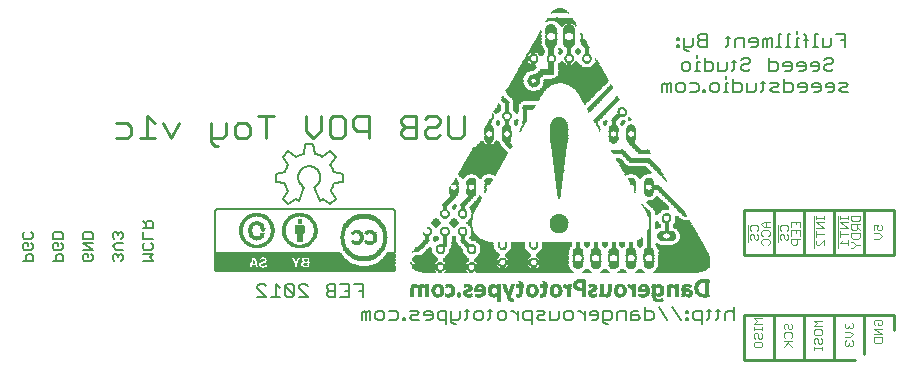
<source format=gbo>
G75*
G70*
%OFA0B0*%
%FSLAX24Y24*%
%IPPOS*%
%LPD*%
%AMOC8*
5,1,8,0,0,1.08239X$1,22.5*
%
%ADD10C,0.0100*%
%ADD11C,0.0060*%
%ADD12C,0.0050*%
%ADD13C,0.0040*%
%ADD14R,0.0290X0.0010*%
%ADD15R,0.0120X0.0010*%
%ADD16R,0.0140X0.0010*%
%ADD17R,0.0310X0.0010*%
%ADD18R,0.0130X0.0010*%
%ADD19R,0.0320X0.0010*%
%ADD20R,0.0330X0.0010*%
%ADD21R,0.0160X0.0010*%
%ADD22R,0.0340X0.0010*%
%ADD23R,0.0170X0.0010*%
%ADD24R,0.0180X0.0010*%
%ADD25R,0.0080X0.0010*%
%ADD26R,0.0030X0.0010*%
%ADD27R,0.0200X0.0010*%
%ADD28R,0.0040X0.0010*%
%ADD29R,0.0020X0.0010*%
%ADD30R,0.0150X0.0010*%
%ADD31R,0.0090X0.0010*%
%ADD32R,0.0100X0.0010*%
%ADD33R,0.0110X0.0010*%
%ADD34R,0.0060X0.0010*%
%ADD35R,0.0270X0.0010*%
%ADD36R,0.0250X0.0010*%
%ADD37R,0.0230X0.0010*%
%ADD38R,0.0210X0.0010*%
%ADD39R,0.0240X0.0010*%
%ADD40R,0.0220X0.0010*%
%ADD41R,0.0190X0.0010*%
%ADD42R,0.0260X0.0010*%
%ADD43R,0.0280X0.0010*%
%ADD44R,0.0370X0.0010*%
%ADD45R,0.0300X0.0010*%
%ADD46R,0.0360X0.0010*%
%ADD47R,0.0390X0.0010*%
%ADD48R,0.0350X0.0010*%
%ADD49R,0.0400X0.0010*%
%ADD50R,0.0380X0.0010*%
%ADD51R,0.0410X0.0010*%
%ADD52R,0.0420X0.0010*%
%ADD53R,0.0430X0.0010*%
%ADD54R,0.0070X0.0010*%
%ADD55R,0.0050X0.0010*%
%ADD56R,0.0010X0.0010*%
%ADD57R,0.0620X0.0010*%
%ADD58R,0.0610X0.0010*%
%ADD59R,0.0600X0.0010*%
%ADD60R,0.0450X0.0010*%
%ADD61R,0.0440X0.0010*%
%ADD62R,0.1520X0.0010*%
%ADD63R,0.3290X0.0010*%
%ADD64R,0.0770X0.0010*%
%ADD65R,0.0470X0.0010*%
%ADD66R,0.1590X0.0010*%
%ADD67R,0.3240X0.0010*%
%ADD68R,0.0740X0.0010*%
%ADD69R,0.0560X0.0010*%
%ADD70R,0.1600X0.0010*%
%ADD71R,0.3210X0.0010*%
%ADD72R,0.0720X0.0010*%
%ADD73R,0.0580X0.0010*%
%ADD74R,0.1620X0.0010*%
%ADD75R,0.3190X0.0010*%
%ADD76R,0.0700X0.0010*%
%ADD77R,0.1630X0.0010*%
%ADD78R,0.3170X0.0010*%
%ADD79R,0.0690X0.0010*%
%ADD80R,0.1650X0.0010*%
%ADD81R,0.3160X0.0010*%
%ADD82R,0.0680X0.0010*%
%ADD83R,0.0630X0.0010*%
%ADD84R,0.1670X0.0010*%
%ADD85R,0.3150X0.0010*%
%ADD86R,0.0660X0.0010*%
%ADD87R,0.0650X0.0010*%
%ADD88R,0.1680X0.0010*%
%ADD89R,0.3120X0.0010*%
%ADD90R,0.1690X0.0010*%
%ADD91R,0.3110X0.0010*%
%ADD92R,0.3100X0.0010*%
%ADD93R,0.3220X0.0010*%
%ADD94R,0.0900X0.0010*%
%ADD95R,0.0830X0.0010*%
%ADD96R,0.1700X0.0010*%
%ADD97R,0.1110X0.0010*%
%ADD98R,0.0840X0.0010*%
%ADD99R,0.0860X0.0010*%
%ADD100R,0.0880X0.0010*%
%ADD101R,0.1100X0.0010*%
%ADD102R,0.0820X0.0010*%
%ADD103R,0.0850X0.0010*%
%ADD104R,0.1080X0.0010*%
%ADD105R,0.0800X0.0010*%
%ADD106R,0.1710X0.0010*%
%ADD107R,0.0790X0.0010*%
%ADD108R,0.1720X0.0010*%
%ADD109R,0.1060X0.0010*%
%ADD110R,0.0810X0.0010*%
%ADD111R,0.1030X0.0010*%
%ADD112R,0.0750X0.0010*%
%ADD113R,0.1730X0.0010*%
%ADD114R,0.1020X0.0010*%
%ADD115R,0.0730X0.0010*%
%ADD116R,0.1010X0.0010*%
%ADD117R,0.0710X0.0010*%
%ADD118R,0.0780X0.0010*%
%ADD119R,0.1000X0.0010*%
%ADD120R,0.0990X0.0010*%
%ADD121R,0.0670X0.0010*%
%ADD122R,0.0760X0.0010*%
%ADD123R,0.0980X0.0010*%
%ADD124R,0.0960X0.0010*%
%ADD125R,0.0870X0.0010*%
%ADD126R,0.0950X0.0010*%
%ADD127R,0.0890X0.0010*%
%ADD128R,0.1090X0.0010*%
%ADD129R,0.1070X0.0010*%
%ADD130R,0.0640X0.0010*%
%ADD131R,0.0970X0.0010*%
%ADD132R,0.1040X0.0010*%
%ADD133R,0.1050X0.0010*%
%ADD134R,0.0590X0.0010*%
%ADD135R,0.0570X0.0010*%
%ADD136R,0.0550X0.0010*%
%ADD137R,0.0530X0.0010*%
%ADD138R,0.0510X0.0010*%
%ADD139R,0.1660X0.0010*%
%ADD140R,0.0480X0.0010*%
%ADD141R,0.0460X0.0010*%
%ADD142R,0.1640X0.0010*%
%ADD143R,0.0520X0.0010*%
%ADD144R,0.0940X0.0010*%
%ADD145R,0.0930X0.0010*%
%ADD146R,0.0540X0.0010*%
%ADD147R,0.0500X0.0010*%
%ADD148R,0.1610X0.0010*%
%ADD149R,0.0490X0.0010*%
%ADD150R,0.0920X0.0010*%
%ADD151R,0.0910X0.0010*%
%ADD152R,0.1270X0.0010*%
%ADD153R,0.1260X0.0010*%
%ADD154R,0.1250X0.0010*%
%ADD155R,0.1240X0.0010*%
%ADD156R,0.1220X0.0010*%
%ADD157R,0.1200X0.0010*%
%ADD158R,0.1190X0.0010*%
%ADD159R,0.1170X0.0010*%
%ADD160R,0.1160X0.0010*%
%ADD161R,0.1150X0.0010*%
%ADD162R,0.1130X0.0010*%
%ADD163R,0.1120X0.0010*%
%ADD164R,0.1180X0.0010*%
%ADD165R,0.1230X0.0010*%
%ADD166R,0.1280X0.0010*%
%ADD167R,0.1290X0.0010*%
%ADD168R,0.1210X0.0010*%
%ADD169R,0.1300X0.0010*%
%ADD170R,0.1350X0.0010*%
%ADD171R,0.1390X0.0010*%
%ADD172R,0.1440X0.0010*%
%ADD173R,0.2100X0.0010*%
%ADD174R,0.2110X0.0010*%
%ADD175R,0.2120X0.0010*%
%ADD176R,0.2130X0.0010*%
%ADD177R,0.2140X0.0010*%
%ADD178R,0.2150X0.0010*%
%ADD179R,0.2160X0.0010*%
%ADD180R,0.2170X0.0010*%
%ADD181R,0.2090X0.0010*%
%ADD182R,0.1840X0.0010*%
%ADD183R,0.1810X0.0010*%
%ADD184R,0.1790X0.0010*%
%ADD185R,0.1750X0.0010*%
%ADD186R,0.1570X0.0010*%
%ADD187R,0.1560X0.0010*%
%ADD188R,0.1550X0.0010*%
%ADD189R,0.1540X0.0010*%
%ADD190R,0.1530X0.0010*%
%ADD191R,0.1510X0.0010*%
%ADD192R,0.1500X0.0010*%
%ADD193R,0.1490X0.0010*%
%ADD194R,0.1480X0.0010*%
%ADD195R,0.1470X0.0010*%
%ADD196R,0.1460X0.0010*%
%ADD197R,0.1450X0.0010*%
%ADD198R,0.1430X0.0010*%
%ADD199R,0.6015X0.0015*%
%ADD200R,0.6045X0.0015*%
%ADD201R,0.4395X0.0015*%
%ADD202R,0.1620X0.0015*%
%ADD203R,0.2865X0.0015*%
%ADD204R,0.0210X0.0015*%
%ADD205R,0.0975X0.0015*%
%ADD206R,0.0075X0.0015*%
%ADD207R,0.0165X0.0015*%
%ADD208R,0.1170X0.0015*%
%ADD209R,0.0180X0.0015*%
%ADD210R,0.0945X0.0015*%
%ADD211R,0.0045X0.0015*%
%ADD212R,0.1035X0.0015*%
%ADD213R,0.1785X0.0015*%
%ADD214R,0.0930X0.0015*%
%ADD215R,0.0150X0.0015*%
%ADD216R,0.0885X0.0015*%
%ADD217R,0.1650X0.0015*%
%ADD218R,0.0060X0.0015*%
%ADD219R,0.0030X0.0015*%
%ADD220R,0.0135X0.0015*%
%ADD221R,0.1185X0.0015*%
%ADD222R,0.0810X0.0015*%
%ADD223R,0.1575X0.0015*%
%ADD224R,0.0120X0.0015*%
%ADD225R,0.0915X0.0015*%
%ADD226R,0.0765X0.0015*%
%ADD227R,0.1530X0.0015*%
%ADD228R,0.1200X0.0015*%
%ADD229R,0.0735X0.0015*%
%ADD230R,0.1485X0.0015*%
%ADD231R,0.0690X0.0015*%
%ADD232R,0.1455X0.0015*%
%ADD233R,0.1110X0.0015*%
%ADD234R,0.0660X0.0015*%
%ADD235R,0.1425X0.0015*%
%ADD236R,0.1080X0.0015*%
%ADD237R,0.1215X0.0015*%
%ADD238R,0.0630X0.0015*%
%ADD239R,0.1395X0.0015*%
%ADD240R,0.0090X0.0015*%
%ADD241R,0.1020X0.0015*%
%ADD242R,0.0600X0.0015*%
%ADD243R,0.1365X0.0015*%
%ADD244R,0.0960X0.0015*%
%ADD245R,0.0585X0.0015*%
%ADD246R,0.1335X0.0015*%
%ADD247R,0.1230X0.0015*%
%ADD248R,0.0555X0.0015*%
%ADD249R,0.1320X0.0015*%
%ADD250R,0.0540X0.0015*%
%ADD251R,0.1290X0.0015*%
%ADD252R,0.0885X0.0015*%
%ADD253R,0.0225X0.0015*%
%ADD254R,0.1245X0.0015*%
%ADD255R,0.0510X0.0015*%
%ADD256R,0.0300X0.0015*%
%ADD257R,0.1275X0.0015*%
%ADD258R,0.0105X0.0015*%
%ADD259R,0.0270X0.0015*%
%ADD260R,0.0015X0.0015*%
%ADD261R,0.0495X0.0015*%
%ADD262R,0.0435X0.0015*%
%ADD263R,0.1260X0.0015*%
%ADD264R,0.0855X0.0015*%
%ADD265R,0.0480X0.0015*%
%ADD266R,0.0525X0.0015*%
%ADD267R,0.0465X0.0015*%
%ADD268R,0.0600X0.0015*%
%ADD269R,0.0450X0.0015*%
%ADD270R,0.0675X0.0015*%
%ADD271R,0.0840X0.0015*%
%ADD272R,0.0420X0.0015*%
%ADD273R,0.0735X0.0015*%
%ADD274R,0.0405X0.0015*%
%ADD275R,0.0780X0.0015*%
%ADD276R,0.0825X0.0015*%
%ADD277R,0.1155X0.0015*%
%ADD278R,0.0195X0.0015*%
%ADD279R,0.0390X0.0015*%
%ADD280R,0.2670X0.0015*%
%ADD281R,0.0375X0.0015*%
%ADD282R,0.4320X0.0015*%
%ADD283R,0.0360X0.0015*%
%ADD284R,0.0330X0.0015*%
%ADD285R,0.4305X0.0015*%
%ADD286R,0.0345X0.0015*%
%ADD287R,0.4290X0.0015*%
%ADD288R,0.0330X0.0015*%
%ADD289R,0.4275X0.0015*%
%ADD290R,0.0255X0.0015*%
%ADD291R,0.4260X0.0015*%
%ADD292R,0.0315X0.0015*%
%ADD293R,0.0240X0.0015*%
%ADD294R,0.0300X0.0015*%
%ADD295R,0.4245X0.0015*%
%ADD296R,0.0285X0.0015*%
%ADD297R,0.4230X0.0015*%
%ADD298R,0.0270X0.0015*%
%ADD299R,0.4215X0.0015*%
%ADD300R,0.0060X0.0015*%
%ADD301R,0.0360X0.0015*%
%ADD302R,0.0450X0.0015*%
%ADD303R,0.0510X0.0015*%
%ADD304R,0.0570X0.0015*%
%ADD305R,0.0555X0.0015*%
%ADD306R,0.0615X0.0015*%
%ADD307R,0.0660X0.0015*%
%ADD308R,0.0345X0.0015*%
%ADD309R,0.0390X0.0015*%
%ADD310R,0.0315X0.0015*%
%ADD311R,0.0420X0.0015*%
%ADD312R,0.0465X0.0015*%
%ADD313R,0.0375X0.0015*%
%ADD314R,0.0285X0.0015*%
%ADD315R,0.0405X0.0015*%
%ADD316R,0.0870X0.0015*%
%ADD317R,0.0720X0.0015*%
%ADD318R,0.0645X0.0015*%
%ADD319R,0.0585X0.0015*%
%ADD320R,0.0495X0.0015*%
%ADD321R,0.0540X0.0015*%
%ADD322R,0.0480X0.0015*%
%ADD323R,0.6015X0.0015*%
%ADD324R,0.5985X0.0015*%
%ADD325R,0.5955X0.0015*%
%ADD326R,0.5895X0.0015*%
%ADD327C,0.0080*%
D10*
X017002Y010468D02*
X017129Y010341D01*
X017256Y010341D01*
X017383Y010595D02*
X017002Y010595D01*
X017002Y010468D02*
X017002Y011102D01*
X017509Y011102D02*
X017509Y010721D01*
X017383Y010595D01*
X017794Y010721D02*
X017794Y010975D01*
X017921Y011102D01*
X018175Y011102D01*
X018301Y010975D01*
X018301Y010721D01*
X018175Y010595D01*
X017921Y010595D01*
X017794Y010721D01*
X018840Y010595D02*
X018840Y011355D01*
X019093Y011355D02*
X018586Y011355D01*
X020170Y011355D02*
X020170Y010848D01*
X020423Y010595D01*
X020677Y010848D01*
X020677Y011355D01*
X020962Y011229D02*
X021088Y011355D01*
X021342Y011355D01*
X021469Y011229D01*
X021469Y010721D01*
X021342Y010595D01*
X021088Y010595D01*
X020962Y010721D01*
X020962Y011229D01*
X021753Y011229D02*
X021753Y010975D01*
X021880Y010848D01*
X022261Y010848D01*
X022261Y010595D02*
X022261Y011355D01*
X021880Y011355D01*
X021753Y011229D01*
X023337Y011229D02*
X023337Y011102D01*
X023464Y010975D01*
X023844Y010975D01*
X024129Y010848D02*
X024129Y010721D01*
X024256Y010595D01*
X024509Y010595D01*
X024636Y010721D01*
X024921Y010721D02*
X025048Y010595D01*
X025301Y010595D01*
X025428Y010721D01*
X025428Y011355D01*
X024921Y011355D02*
X024921Y010721D01*
X024636Y011102D02*
X024509Y010975D01*
X024256Y010975D01*
X024129Y010848D01*
X024129Y011229D02*
X024256Y011355D01*
X024509Y011355D01*
X024636Y011229D01*
X024636Y011102D01*
X023844Y011355D02*
X023464Y011355D01*
X023337Y011229D01*
X023464Y010975D02*
X023337Y010848D01*
X023337Y010721D01*
X023464Y010595D01*
X023844Y010595D01*
X023844Y011355D01*
X015926Y011102D02*
X015672Y010595D01*
X015419Y011102D01*
X015134Y011102D02*
X014880Y011355D01*
X014880Y010595D01*
X014627Y010595D02*
X015134Y010595D01*
X014342Y010721D02*
X014215Y010595D01*
X013835Y010595D01*
X014342Y010721D02*
X014342Y010975D01*
X014215Y011102D01*
X013835Y011102D01*
X034778Y008220D02*
X034778Y006720D01*
X035778Y006720D01*
X036778Y006720D01*
X037778Y006720D01*
X038778Y006720D01*
X039778Y006720D01*
X039778Y008220D01*
X038778Y008220D01*
X037778Y008220D01*
X037778Y006720D01*
X038778Y006720D02*
X038778Y008220D01*
X037778Y008220D02*
X036778Y008220D01*
X035778Y008220D01*
X034778Y008220D01*
X035778Y008220D02*
X035778Y006720D01*
X036778Y006720D02*
X036778Y008220D01*
X036778Y004720D02*
X035778Y004720D01*
X034778Y004720D01*
X034778Y003220D01*
X035778Y003220D01*
X035778Y004720D01*
X036778Y004720D02*
X037778Y004720D01*
X038778Y004720D01*
X039778Y004720D01*
X039778Y004220D01*
X038778Y004720D02*
X038778Y003420D01*
X038478Y003220D02*
X037778Y003220D01*
X037778Y004720D01*
X036778Y004720D02*
X036778Y003220D01*
X035778Y003220D01*
X036778Y003220D02*
X037778Y003220D01*
D11*
X034448Y004550D02*
X034448Y004990D01*
X034375Y004843D02*
X034228Y004843D01*
X034154Y004770D01*
X034154Y004550D01*
X033914Y004623D02*
X033841Y004550D01*
X033914Y004623D02*
X033914Y004917D01*
X033841Y004843D02*
X033988Y004843D01*
X033681Y004843D02*
X033534Y004843D01*
X033607Y004917D02*
X033607Y004623D01*
X033534Y004550D01*
X033374Y004550D02*
X033154Y004550D01*
X033080Y004623D01*
X033080Y004770D01*
X033154Y004843D01*
X033374Y004843D01*
X033374Y004403D01*
X032913Y004550D02*
X032913Y004623D01*
X032840Y004623D01*
X032840Y004550D01*
X032913Y004550D01*
X032913Y004770D02*
X032913Y004843D01*
X032840Y004843D01*
X032840Y004770D01*
X032913Y004770D01*
X032683Y004550D02*
X032390Y004990D01*
X031929Y004990D02*
X032223Y004550D01*
X031763Y004623D02*
X031763Y004770D01*
X031689Y004843D01*
X031469Y004843D01*
X031469Y004990D02*
X031469Y004550D01*
X031689Y004550D01*
X031763Y004623D01*
X031302Y004623D02*
X031229Y004696D01*
X031009Y004696D01*
X031009Y004770D02*
X031009Y004550D01*
X031229Y004550D01*
X031302Y004623D01*
X031082Y004843D02*
X031009Y004770D01*
X031082Y004843D02*
X031229Y004843D01*
X030842Y004843D02*
X030622Y004843D01*
X030548Y004770D01*
X030548Y004550D01*
X030382Y004623D02*
X030382Y004770D01*
X030308Y004843D01*
X030088Y004843D01*
X030088Y004476D01*
X030161Y004403D01*
X030235Y004403D01*
X030308Y004550D02*
X030088Y004550D01*
X029921Y004623D02*
X029921Y004770D01*
X029848Y004843D01*
X029701Y004843D01*
X029628Y004770D01*
X029628Y004696D01*
X029921Y004696D01*
X029921Y004623D02*
X029848Y004550D01*
X029701Y004550D01*
X029461Y004550D02*
X029461Y004843D01*
X029461Y004696D02*
X029314Y004843D01*
X029241Y004843D01*
X029077Y004770D02*
X029077Y004623D01*
X029004Y004550D01*
X028857Y004550D01*
X028784Y004623D01*
X028784Y004770D01*
X028857Y004843D01*
X029004Y004843D01*
X029077Y004770D01*
X028617Y004843D02*
X028617Y004623D01*
X028543Y004550D01*
X028323Y004550D01*
X028323Y004843D01*
X028156Y004770D02*
X028083Y004843D01*
X027863Y004843D01*
X027936Y004696D02*
X028083Y004696D01*
X028156Y004770D01*
X028156Y004550D02*
X027936Y004550D01*
X027863Y004623D01*
X027936Y004696D01*
X027696Y004550D02*
X027476Y004550D01*
X027403Y004623D01*
X027403Y004770D01*
X027476Y004843D01*
X027696Y004843D01*
X027696Y004403D01*
X027236Y004550D02*
X027236Y004843D01*
X027236Y004696D02*
X027089Y004843D01*
X027016Y004843D01*
X026852Y004770D02*
X026779Y004843D01*
X026632Y004843D01*
X026559Y004770D01*
X026559Y004623D01*
X026632Y004550D01*
X026779Y004550D01*
X026852Y004623D01*
X026852Y004770D01*
X026392Y004843D02*
X026245Y004843D01*
X026318Y004917D02*
X026318Y004623D01*
X026245Y004550D01*
X026085Y004623D02*
X026085Y004770D01*
X026012Y004843D01*
X025865Y004843D01*
X025791Y004770D01*
X025791Y004623D01*
X025865Y004550D01*
X026012Y004550D01*
X026085Y004623D01*
X025551Y004623D02*
X025478Y004550D01*
X025551Y004623D02*
X025551Y004917D01*
X025478Y004843D02*
X025625Y004843D01*
X025318Y004843D02*
X025318Y004623D01*
X025244Y004550D01*
X025024Y004550D01*
X025024Y004476D02*
X025098Y004403D01*
X025171Y004403D01*
X025024Y004476D02*
X025024Y004843D01*
X024857Y004843D02*
X024637Y004843D01*
X024564Y004770D01*
X024564Y004623D01*
X024637Y004550D01*
X024857Y004550D01*
X024857Y004403D02*
X024857Y004843D01*
X024397Y004770D02*
X024324Y004843D01*
X024177Y004843D01*
X024103Y004770D01*
X024103Y004696D01*
X024397Y004696D01*
X024397Y004623D02*
X024397Y004770D01*
X024397Y004623D02*
X024324Y004550D01*
X024177Y004550D01*
X023937Y004550D02*
X023716Y004550D01*
X023643Y004623D01*
X023716Y004696D01*
X023863Y004696D01*
X023937Y004770D01*
X023863Y004843D01*
X023643Y004843D01*
X023246Y004770D02*
X023246Y004623D01*
X023173Y004550D01*
X022953Y004550D01*
X022786Y004623D02*
X022712Y004550D01*
X022566Y004550D01*
X022492Y004623D01*
X022492Y004770D01*
X022566Y004843D01*
X022712Y004843D01*
X022786Y004770D01*
X022786Y004623D01*
X023173Y004843D02*
X023246Y004770D01*
X023173Y004843D02*
X022953Y004843D01*
X022325Y004843D02*
X022252Y004843D01*
X022179Y004770D01*
X022105Y004843D01*
X022032Y004770D01*
X022032Y004550D01*
X022179Y004550D02*
X022179Y004770D01*
X022325Y004843D02*
X022325Y004550D01*
X023403Y004550D02*
X023476Y004550D01*
X023476Y004623D01*
X023403Y004623D01*
X023403Y004550D01*
X022073Y005300D02*
X022073Y005740D01*
X021779Y005740D01*
X021613Y005740D02*
X021613Y005300D01*
X021319Y005300D01*
X021152Y005300D02*
X020932Y005300D01*
X020859Y005373D01*
X020859Y005446D01*
X020932Y005520D01*
X021152Y005520D01*
X020932Y005520D02*
X020859Y005593D01*
X020859Y005667D01*
X020932Y005740D01*
X021152Y005740D01*
X021152Y005300D01*
X021466Y005520D02*
X021613Y005520D01*
X021613Y005740D02*
X021319Y005740D01*
X021926Y005520D02*
X022073Y005520D01*
X020232Y005667D02*
X020158Y005740D01*
X020011Y005740D01*
X019938Y005667D01*
X019938Y005593D01*
X020232Y005300D01*
X019938Y005300D01*
X019771Y005373D02*
X019478Y005667D01*
X019478Y005373D01*
X019551Y005300D01*
X019698Y005300D01*
X019771Y005373D01*
X019771Y005667D01*
X019698Y005740D01*
X019551Y005740D01*
X019478Y005667D01*
X019311Y005593D02*
X019164Y005740D01*
X019164Y005300D01*
X019311Y005300D02*
X019017Y005300D01*
X018850Y005300D02*
X018557Y005593D01*
X018557Y005667D01*
X018630Y005740D01*
X018777Y005740D01*
X018850Y005667D01*
X018850Y005300D02*
X018557Y005300D01*
X030308Y004550D02*
X030382Y004623D01*
X030842Y004550D02*
X030842Y004843D01*
X034375Y004843D02*
X034448Y004770D01*
X034425Y012150D02*
X034645Y012150D01*
X034719Y012223D01*
X034719Y012370D01*
X034645Y012443D01*
X034425Y012443D01*
X034425Y012590D02*
X034425Y012150D01*
X034258Y012150D02*
X034111Y012150D01*
X034185Y012150D02*
X034185Y012443D01*
X034258Y012443D01*
X034185Y012590D02*
X034185Y012663D01*
X033951Y012370D02*
X033951Y012223D01*
X033878Y012150D01*
X033731Y012150D01*
X033658Y012223D01*
X033658Y012370D01*
X033731Y012443D01*
X033878Y012443D01*
X033951Y012370D01*
X033491Y012223D02*
X033418Y012223D01*
X033418Y012150D01*
X033491Y012150D01*
X033491Y012223D01*
X033261Y012223D02*
X033187Y012150D01*
X032967Y012150D01*
X032800Y012223D02*
X032727Y012150D01*
X032580Y012150D01*
X032507Y012223D01*
X032507Y012370D01*
X032580Y012443D01*
X032727Y012443D01*
X032800Y012370D01*
X032800Y012223D01*
X032967Y012443D02*
X033187Y012443D01*
X033261Y012370D01*
X033261Y012223D01*
X032340Y012150D02*
X032340Y012443D01*
X032267Y012443D01*
X032193Y012370D01*
X032120Y012443D01*
X032047Y012370D01*
X032047Y012150D01*
X032193Y012150D02*
X032193Y012370D01*
X032697Y012923D02*
X032697Y013070D01*
X032771Y013143D01*
X032918Y013143D01*
X032991Y013070D01*
X032991Y012923D01*
X032918Y012850D01*
X032771Y012850D01*
X032697Y012923D01*
X033151Y012850D02*
X033298Y012850D01*
X033224Y012850D02*
X033224Y013143D01*
X033298Y013143D01*
X033224Y013290D02*
X033224Y013363D01*
X033465Y013290D02*
X033465Y012850D01*
X033685Y012850D01*
X033758Y012923D01*
X033758Y013070D01*
X033685Y013143D01*
X033465Y013143D01*
X033925Y013143D02*
X033925Y012850D01*
X034145Y012850D01*
X034219Y012923D01*
X034219Y013143D01*
X034379Y013143D02*
X034525Y013143D01*
X034452Y013217D02*
X034452Y012923D01*
X034379Y012850D01*
X034692Y012923D02*
X034766Y012850D01*
X034912Y012850D01*
X034986Y012923D01*
X034912Y013070D02*
X034766Y013070D01*
X034692Y012996D01*
X034692Y012923D01*
X034912Y013070D02*
X034986Y013143D01*
X034986Y013217D01*
X034912Y013290D01*
X034766Y013290D01*
X034692Y013217D01*
X035613Y013290D02*
X035613Y012850D01*
X035833Y012850D01*
X035907Y012923D01*
X035907Y013070D01*
X035833Y013143D01*
X035613Y013143D01*
X036073Y013070D02*
X036073Y012996D01*
X036367Y012996D01*
X036367Y012923D02*
X036367Y013070D01*
X036294Y013143D01*
X036147Y013143D01*
X036073Y013070D01*
X036147Y012850D02*
X036294Y012850D01*
X036367Y012923D01*
X036534Y012996D02*
X036827Y012996D01*
X036827Y012923D02*
X036827Y013070D01*
X036754Y013143D01*
X036607Y013143D01*
X036534Y013070D01*
X036534Y012996D01*
X036607Y012850D02*
X036754Y012850D01*
X036827Y012923D01*
X036994Y012996D02*
X037288Y012996D01*
X037288Y012923D02*
X037288Y013070D01*
X037214Y013143D01*
X037067Y013143D01*
X036994Y013070D01*
X036994Y012996D01*
X037067Y012850D02*
X037214Y012850D01*
X037288Y012923D01*
X037454Y012923D02*
X037528Y012850D01*
X037675Y012850D01*
X037748Y012923D01*
X037675Y013070D02*
X037528Y013070D01*
X037454Y012996D01*
X037454Y012923D01*
X037675Y013070D02*
X037748Y013143D01*
X037748Y013217D01*
X037675Y013290D01*
X037528Y013290D01*
X037454Y013217D01*
X037394Y013650D02*
X037394Y013943D01*
X037227Y014090D02*
X037154Y014090D01*
X037154Y013650D01*
X037227Y013650D02*
X037080Y013650D01*
X036847Y013650D02*
X036847Y014017D01*
X036774Y014090D01*
X036613Y013943D02*
X036540Y013943D01*
X036540Y013650D01*
X036613Y013650D02*
X036467Y013650D01*
X036307Y013650D02*
X036160Y013650D01*
X036233Y013650D02*
X036233Y014090D01*
X036307Y014090D01*
X036540Y014090D02*
X036540Y014163D01*
X036000Y014090D02*
X035926Y014090D01*
X035926Y013650D01*
X035853Y013650D02*
X036000Y013650D01*
X035693Y013650D02*
X035693Y013943D01*
X035619Y013943D01*
X035546Y013870D01*
X035473Y013943D01*
X035399Y013870D01*
X035399Y013650D01*
X035546Y013650D02*
X035546Y013870D01*
X035232Y013870D02*
X035232Y013723D01*
X035159Y013650D01*
X035012Y013650D01*
X034939Y013796D02*
X035232Y013796D01*
X035232Y013870D02*
X035159Y013943D01*
X035012Y013943D01*
X034939Y013870D01*
X034939Y013796D01*
X034772Y013650D02*
X034772Y013943D01*
X034552Y013943D01*
X034479Y013870D01*
X034479Y013650D01*
X034238Y013723D02*
X034165Y013650D01*
X034238Y013723D02*
X034238Y014017D01*
X034165Y013943D02*
X034312Y013943D01*
X033544Y013870D02*
X033324Y013870D01*
X033251Y013796D01*
X033251Y013723D01*
X033324Y013650D01*
X033544Y013650D01*
X033544Y014090D01*
X033324Y014090D01*
X033251Y014017D01*
X033251Y013943D01*
X033324Y013870D01*
X033084Y013943D02*
X033084Y013723D01*
X033011Y013650D01*
X032791Y013650D01*
X032791Y013576D02*
X032864Y013503D01*
X032937Y013503D01*
X032791Y013576D02*
X032791Y013943D01*
X032624Y013943D02*
X032624Y013870D01*
X032550Y013870D01*
X032550Y013943D01*
X032624Y013943D01*
X032624Y013723D02*
X032624Y013650D01*
X032550Y013650D01*
X032550Y013723D01*
X032624Y013723D01*
X034885Y012443D02*
X034885Y012150D01*
X035106Y012150D01*
X035179Y012223D01*
X035179Y012443D01*
X035339Y012443D02*
X035486Y012443D01*
X035412Y012517D02*
X035412Y012223D01*
X035339Y012150D01*
X035653Y012223D02*
X035726Y012150D01*
X035946Y012150D01*
X035873Y012296D02*
X035726Y012296D01*
X035653Y012223D01*
X035653Y012443D02*
X035873Y012443D01*
X035946Y012370D01*
X035873Y012296D01*
X036113Y012150D02*
X036333Y012150D01*
X036407Y012223D01*
X036407Y012370D01*
X036333Y012443D01*
X036113Y012443D01*
X036113Y012590D02*
X036113Y012150D01*
X036573Y012296D02*
X036867Y012296D01*
X036867Y012223D02*
X036867Y012370D01*
X036794Y012443D01*
X036647Y012443D01*
X036573Y012370D01*
X036573Y012296D01*
X036647Y012150D02*
X036794Y012150D01*
X036867Y012223D01*
X037034Y012296D02*
X037327Y012296D01*
X037327Y012223D02*
X037327Y012370D01*
X037254Y012443D01*
X037107Y012443D01*
X037034Y012370D01*
X037034Y012296D01*
X037107Y012150D02*
X037254Y012150D01*
X037327Y012223D01*
X037494Y012296D02*
X037788Y012296D01*
X037788Y012223D02*
X037788Y012370D01*
X037714Y012443D01*
X037567Y012443D01*
X037494Y012370D01*
X037494Y012296D01*
X037567Y012150D02*
X037714Y012150D01*
X037788Y012223D01*
X037954Y012223D02*
X038028Y012150D01*
X038248Y012150D01*
X038175Y012296D02*
X038248Y012370D01*
X038175Y012443D01*
X037954Y012443D01*
X038028Y012296D02*
X038175Y012296D01*
X038028Y012296D02*
X037954Y012223D01*
X038148Y013650D02*
X038148Y014090D01*
X037854Y014090D01*
X037688Y013943D02*
X037688Y013723D01*
X037614Y013650D01*
X037394Y013650D01*
X036920Y013870D02*
X036774Y013870D01*
X038001Y013870D02*
X038148Y013870D01*
D12*
X011079Y006513D02*
X010729Y006513D01*
X010846Y006513D02*
X010846Y006688D01*
X010904Y006747D01*
X011021Y006747D01*
X011079Y006688D01*
X011079Y006513D01*
X011729Y006513D02*
X012079Y006513D01*
X012079Y006688D01*
X012021Y006747D01*
X011904Y006747D01*
X011846Y006688D01*
X011846Y006513D01*
X011787Y006881D02*
X011729Y006940D01*
X011729Y007057D01*
X011787Y007115D01*
X011904Y007115D01*
X011904Y006998D01*
X012021Y006881D02*
X011787Y006881D01*
X012021Y006881D02*
X012079Y006940D01*
X012079Y007057D01*
X012021Y007115D01*
X012079Y007250D02*
X011729Y007250D01*
X011729Y007425D01*
X011787Y007483D01*
X012021Y007483D01*
X012079Y007425D01*
X012079Y007250D01*
X012729Y007250D02*
X012729Y007425D01*
X012787Y007483D01*
X013021Y007483D01*
X013079Y007425D01*
X013079Y007250D01*
X012729Y007250D01*
X012729Y007115D02*
X013079Y007115D01*
X013079Y006881D02*
X012729Y007115D01*
X012729Y006881D02*
X013079Y006881D01*
X013021Y006747D02*
X013079Y006688D01*
X013079Y006572D01*
X013021Y006513D01*
X012787Y006513D01*
X012729Y006572D01*
X012729Y006688D01*
X012787Y006747D01*
X012904Y006747D01*
X012904Y006630D01*
X013729Y006572D02*
X013787Y006513D01*
X013729Y006572D02*
X013729Y006688D01*
X013787Y006747D01*
X013846Y006747D01*
X013904Y006688D01*
X013904Y006630D01*
X013904Y006688D02*
X013962Y006747D01*
X014021Y006747D01*
X014079Y006688D01*
X014079Y006572D01*
X014021Y006513D01*
X014729Y006513D02*
X015079Y006513D01*
X014962Y006630D01*
X015079Y006747D01*
X014729Y006747D01*
X014787Y006881D02*
X014729Y006940D01*
X014729Y007057D01*
X014787Y007115D01*
X014729Y007250D02*
X014729Y007483D01*
X014729Y007618D02*
X015079Y007618D01*
X015079Y007793D01*
X015021Y007852D01*
X014904Y007852D01*
X014846Y007793D01*
X014846Y007618D01*
X014846Y007735D02*
X014729Y007852D01*
X014079Y007425D02*
X014021Y007483D01*
X013962Y007483D01*
X013904Y007425D01*
X013846Y007483D01*
X013787Y007483D01*
X013729Y007425D01*
X013729Y007308D01*
X013787Y007250D01*
X013846Y007115D02*
X014079Y007115D01*
X014021Y007250D02*
X014079Y007308D01*
X014079Y007425D01*
X013904Y007425D02*
X013904Y007367D01*
X013846Y007115D02*
X013729Y006998D01*
X013846Y006881D01*
X014079Y006881D01*
X014787Y006881D02*
X015021Y006881D01*
X015079Y006940D01*
X015079Y007057D01*
X015021Y007115D01*
X015079Y007250D02*
X014729Y007250D01*
X011079Y007308D02*
X011021Y007250D01*
X010787Y007250D01*
X010729Y007308D01*
X010729Y007425D01*
X010787Y007483D01*
X011021Y007483D02*
X011079Y007425D01*
X011079Y007308D01*
X011021Y007115D02*
X011079Y007057D01*
X011079Y006940D01*
X011021Y006881D01*
X010787Y006881D01*
X010729Y006940D01*
X010729Y007057D01*
X010787Y007115D01*
X010904Y007115D01*
X010904Y006998D01*
D13*
X034898Y007130D02*
X034898Y007720D01*
X034978Y007653D02*
X035024Y007700D01*
X035211Y007700D01*
X035258Y007653D01*
X035258Y007560D01*
X035211Y007513D01*
X035211Y007405D02*
X035258Y007358D01*
X035258Y007265D01*
X035211Y007218D01*
X035165Y007218D01*
X035118Y007265D01*
X035118Y007358D01*
X035071Y007405D01*
X035024Y007405D01*
X034978Y007358D01*
X034978Y007265D01*
X035024Y007218D01*
X035353Y007189D02*
X035399Y007235D01*
X035586Y007235D01*
X035633Y007189D01*
X035633Y007095D01*
X035586Y007049D01*
X035399Y007049D02*
X035353Y007095D01*
X035353Y007189D01*
X035399Y007343D02*
X035353Y007390D01*
X035353Y007483D01*
X035399Y007530D01*
X035586Y007530D01*
X035633Y007483D01*
X035633Y007390D01*
X035586Y007343D01*
X035898Y007130D02*
X035898Y007720D01*
X035978Y007653D02*
X036024Y007700D01*
X036211Y007700D01*
X036258Y007653D01*
X036258Y007560D01*
X036211Y007513D01*
X036211Y007405D02*
X036258Y007358D01*
X036258Y007265D01*
X036211Y007218D01*
X036165Y007218D01*
X036118Y007265D01*
X036118Y007358D01*
X036071Y007405D01*
X036024Y007405D01*
X035978Y007358D01*
X035978Y007265D01*
X036024Y007218D01*
X036353Y007235D02*
X036353Y007095D01*
X036399Y007049D01*
X036493Y007049D01*
X036540Y007095D01*
X036540Y007235D01*
X036633Y007235D02*
X036353Y007235D01*
X036353Y007343D02*
X036353Y007530D01*
X036633Y007530D01*
X036633Y007343D01*
X036493Y007437D02*
X036493Y007530D01*
X036633Y007638D02*
X036633Y007825D01*
X036353Y007825D01*
X036353Y007638D01*
X036493Y007731D02*
X036493Y007825D01*
X035978Y007653D02*
X035978Y007560D01*
X036024Y007513D01*
X035633Y007638D02*
X035446Y007638D01*
X035353Y007731D01*
X035446Y007825D01*
X035633Y007825D01*
X035493Y007825D02*
X035493Y007638D01*
X035024Y007513D02*
X034978Y007560D01*
X034978Y007653D01*
X037098Y008020D02*
X037098Y006939D01*
X037224Y007027D02*
X037178Y007074D01*
X037178Y007167D01*
X037224Y007214D01*
X037178Y007322D02*
X037178Y007509D01*
X037178Y007415D02*
X037458Y007415D01*
X037458Y007616D02*
X037178Y007616D01*
X037178Y007803D02*
X037458Y007616D01*
X037458Y007803D02*
X037178Y007803D01*
X037178Y007906D02*
X037178Y008000D01*
X037178Y007953D02*
X037458Y007953D01*
X037458Y008000D02*
X037458Y007906D01*
X037898Y008020D02*
X037898Y006939D01*
X037978Y007121D02*
X038258Y007121D01*
X038258Y007214D02*
X038258Y007027D01*
X038353Y006954D02*
X038399Y006954D01*
X038493Y007047D01*
X038633Y007047D01*
X038493Y007047D02*
X038399Y007141D01*
X038353Y007141D01*
X038399Y007249D02*
X038353Y007295D01*
X038353Y007435D01*
X038633Y007435D01*
X038633Y007295D01*
X038586Y007249D01*
X038399Y007249D01*
X038258Y007415D02*
X037978Y007415D01*
X037978Y007322D02*
X037978Y007509D01*
X037978Y007616D02*
X038258Y007616D01*
X037978Y007803D01*
X038258Y007803D01*
X038258Y007906D02*
X038258Y008000D01*
X038258Y007953D02*
X037978Y007953D01*
X037978Y008000D02*
X037978Y007906D01*
X038353Y007885D02*
X038353Y008025D01*
X038633Y008025D01*
X038633Y007885D01*
X038586Y007838D01*
X038399Y007838D01*
X038353Y007885D01*
X038353Y007730D02*
X038353Y007590D01*
X038399Y007543D01*
X038493Y007543D01*
X038540Y007590D01*
X038540Y007730D01*
X038633Y007730D02*
X038353Y007730D01*
X038540Y007637D02*
X038633Y007543D01*
X039103Y007538D02*
X039103Y007725D01*
X039243Y007725D01*
X039196Y007631D01*
X039196Y007585D01*
X039243Y007538D01*
X039336Y007538D01*
X039383Y007585D01*
X039383Y007678D01*
X039336Y007725D01*
X039290Y007430D02*
X039103Y007430D01*
X039290Y007430D02*
X039383Y007337D01*
X039290Y007243D01*
X039103Y007243D01*
X038071Y007214D02*
X037978Y007121D01*
X037458Y007214D02*
X037271Y007027D01*
X037224Y007027D01*
X037458Y007027D02*
X037458Y007214D01*
X037383Y004525D02*
X037103Y004525D01*
X037196Y004431D01*
X037103Y004338D01*
X037383Y004338D01*
X037336Y004230D02*
X037383Y004183D01*
X037383Y004090D01*
X037336Y004043D01*
X037149Y004043D01*
X037103Y004090D01*
X037103Y004183D01*
X037149Y004230D01*
X037336Y004230D01*
X037336Y003935D02*
X037383Y003889D01*
X037383Y003795D01*
X037336Y003749D01*
X037290Y003749D01*
X037243Y003795D01*
X037243Y003889D01*
X037196Y003935D01*
X037149Y003935D01*
X037103Y003889D01*
X037103Y003795D01*
X037149Y003749D01*
X037103Y003641D02*
X037103Y003547D01*
X037103Y003594D02*
X037383Y003594D01*
X037383Y003641D02*
X037383Y003547D01*
X038128Y003720D02*
X038174Y003674D01*
X038221Y003674D01*
X038268Y003720D01*
X038315Y003674D01*
X038361Y003674D01*
X038408Y003720D01*
X038408Y003814D01*
X038361Y003860D01*
X038315Y003968D02*
X038128Y003968D01*
X038174Y003860D02*
X038128Y003814D01*
X038128Y003720D01*
X038268Y003720D02*
X038268Y003767D01*
X038315Y003968D02*
X038408Y004062D01*
X038315Y004155D01*
X038128Y004155D01*
X038174Y004263D02*
X038221Y004263D01*
X038268Y004310D01*
X038315Y004263D01*
X038361Y004263D01*
X038408Y004310D01*
X038408Y004403D01*
X038361Y004450D01*
X038268Y004356D02*
X038268Y004310D01*
X038174Y004263D02*
X038128Y004310D01*
X038128Y004403D01*
X038174Y004450D01*
X039103Y004410D02*
X039103Y004503D01*
X039149Y004550D01*
X039336Y004550D01*
X039383Y004503D01*
X039383Y004410D01*
X039336Y004363D01*
X039243Y004363D01*
X039243Y004456D01*
X039149Y004363D02*
X039103Y004410D01*
X039103Y004255D02*
X039383Y004068D01*
X039103Y004068D01*
X039103Y003960D02*
X039103Y003820D01*
X039149Y003774D01*
X039336Y003774D01*
X039383Y003820D01*
X039383Y003960D01*
X039103Y003960D01*
X039103Y004255D02*
X039383Y004255D01*
X036383Y004285D02*
X036383Y004378D01*
X036336Y004425D01*
X036243Y004378D02*
X036243Y004285D01*
X036290Y004238D01*
X036336Y004238D01*
X036383Y004285D01*
X036336Y004130D02*
X036149Y004130D01*
X036103Y004083D01*
X036103Y003990D01*
X036149Y003943D01*
X036103Y003835D02*
X036383Y003835D01*
X036290Y003835D02*
X036103Y003649D01*
X036243Y003789D02*
X036383Y003649D01*
X036336Y003943D02*
X036383Y003990D01*
X036383Y004083D01*
X036336Y004130D01*
X036149Y004238D02*
X036103Y004285D01*
X036103Y004378D01*
X036149Y004425D01*
X036196Y004425D01*
X036243Y004378D01*
X035383Y004413D02*
X035103Y004413D01*
X035196Y004506D01*
X035103Y004600D01*
X035383Y004600D01*
X035383Y004305D02*
X035383Y004212D01*
X035383Y004258D02*
X035103Y004258D01*
X035103Y004212D02*
X035103Y004305D01*
X035149Y004109D02*
X035196Y004109D01*
X035243Y004062D01*
X035243Y003969D01*
X035290Y003922D01*
X035336Y003922D01*
X035383Y003969D01*
X035383Y004062D01*
X035336Y004109D01*
X035149Y004109D02*
X035103Y004062D01*
X035103Y003969D01*
X035149Y003922D01*
X035149Y003814D02*
X035336Y003814D01*
X035383Y003767D01*
X035383Y003674D01*
X035336Y003627D01*
X035149Y003627D01*
X035103Y003674D01*
X035103Y003767D01*
X035149Y003814D01*
D14*
X031941Y005151D03*
X031401Y005321D03*
X031431Y005661D03*
X030651Y005671D03*
X029741Y005351D03*
X029731Y005371D03*
X029351Y005521D03*
X028511Y005331D03*
X027721Y005331D03*
X027711Y005671D03*
X029241Y006301D03*
X029241Y006311D03*
X029831Y006301D03*
X030431Y006301D03*
X031011Y006871D03*
X031601Y006871D03*
X029241Y006871D03*
X028621Y007461D03*
X025771Y007281D03*
X025101Y007731D03*
X025101Y007801D03*
X024511Y007801D03*
X024511Y007731D03*
X024731Y007031D03*
X024231Y006751D03*
X025981Y005661D03*
X025581Y005361D03*
X025581Y005351D03*
X024981Y005371D03*
X024981Y005381D03*
X024971Y005361D03*
X031921Y008191D03*
X031881Y008531D03*
X031601Y008731D03*
X031601Y008741D03*
X031851Y008951D03*
X031601Y009151D03*
X031601Y009161D03*
X031601Y009171D03*
X030801Y009641D03*
X031011Y010511D03*
X031011Y010521D03*
X030421Y010511D03*
X030421Y010931D03*
X031011Y010931D03*
X029511Y011881D03*
X028221Y012351D03*
X027991Y012161D03*
X029841Y012991D03*
X029181Y013031D03*
X027501Y013051D03*
X027881Y013711D03*
X027881Y013721D03*
X026281Y010931D03*
X026281Y010521D03*
X026281Y010511D03*
X026881Y010511D03*
X028621Y009441D03*
X028621Y009431D03*
X028621Y009421D03*
X028621Y009411D03*
X028621Y009401D03*
X028621Y009391D03*
X028621Y009381D03*
X025691Y009161D03*
X025691Y008741D03*
X025101Y008741D03*
X025101Y008731D03*
X032891Y005671D03*
X032841Y005541D03*
D15*
X032756Y005321D03*
X032746Y005311D03*
X032746Y005301D03*
X032266Y005301D03*
X031776Y005301D03*
X031776Y005291D03*
X031566Y005441D03*
X031566Y005451D03*
X031566Y005551D03*
X031566Y005561D03*
X031566Y005571D03*
X031556Y005581D03*
X031556Y005591D03*
X031546Y005601D03*
X031316Y005611D03*
X031306Y005591D03*
X031306Y005581D03*
X031296Y005571D03*
X031296Y005561D03*
X031296Y005551D03*
X031096Y005531D03*
X031096Y005521D03*
X031096Y005511D03*
X031096Y005501D03*
X031096Y005491D03*
X031096Y005481D03*
X031096Y005471D03*
X031096Y005461D03*
X031096Y005451D03*
X031096Y005441D03*
X031096Y005431D03*
X031096Y005421D03*
X031096Y005411D03*
X031096Y005401D03*
X031096Y005391D03*
X031096Y005381D03*
X031096Y005371D03*
X031096Y005361D03*
X031096Y005351D03*
X031096Y005341D03*
X031096Y005331D03*
X031096Y005321D03*
X031106Y005651D03*
X031106Y005661D03*
X031106Y005671D03*
X031106Y005681D03*
X030966Y005671D03*
X031766Y005681D03*
X031306Y006201D03*
X030716Y006201D03*
X030426Y006241D03*
X030126Y006191D03*
X029836Y006241D03*
X029536Y006191D03*
X029246Y006241D03*
X029366Y006691D03*
X029126Y006701D03*
X029536Y006971D03*
X029716Y006691D03*
X029956Y006691D03*
X030126Y006971D03*
X030726Y006971D03*
X031316Y006971D03*
X031336Y007201D03*
X031616Y007481D03*
X031876Y007761D03*
X032546Y007951D03*
X032806Y008001D03*
X031876Y008061D03*
X031876Y008071D03*
X031616Y008051D03*
X031616Y008041D03*
X031616Y008031D03*
X031586Y008131D03*
X031576Y008141D03*
X031696Y009041D03*
X032006Y009391D03*
X031996Y009401D03*
X031986Y009421D03*
X031106Y010631D03*
X031016Y011021D03*
X030756Y011141D03*
X030726Y011061D03*
X030326Y010811D03*
X030136Y011061D03*
X030156Y011131D03*
X029856Y011141D03*
X029636Y011521D03*
X029486Y011771D03*
X030326Y012301D03*
X030546Y011921D03*
X029186Y013111D03*
X029246Y013411D03*
X029246Y013421D03*
X029396Y013871D03*
X029086Y013871D03*
X028806Y013871D03*
X028496Y013871D03*
X028216Y013871D03*
X027966Y014001D03*
X028706Y014351D03*
X027486Y013161D03*
X026606Y011651D03*
X026606Y011641D03*
X026526Y011431D03*
X026296Y011121D03*
X026296Y011111D03*
X026296Y011101D03*
X026376Y010821D03*
X026376Y010631D03*
X026536Y010471D03*
X026786Y010631D03*
X026966Y010631D03*
X026966Y010821D03*
X026786Y010821D03*
X027196Y011171D03*
X027456Y011141D03*
X027456Y011131D03*
X027196Y011471D03*
X026036Y010471D03*
X025986Y009281D03*
X025786Y009041D03*
X025396Y009281D03*
X025176Y009171D03*
X025196Y009041D03*
X025126Y008321D03*
X025746Y008171D03*
X025746Y008161D03*
X025646Y007841D03*
X025646Y007701D03*
X025646Y007691D03*
X025746Y007401D03*
X025576Y006961D03*
X028136Y005781D03*
X028136Y005771D03*
X028136Y005761D03*
X028136Y005751D03*
X028136Y005741D03*
X028136Y005731D03*
X028136Y005721D03*
X028136Y005611D03*
X028136Y005601D03*
X028136Y005591D03*
X028136Y005581D03*
X028136Y005571D03*
X028136Y005561D03*
X028136Y005551D03*
X028136Y005541D03*
X028136Y005531D03*
X028136Y005521D03*
X028136Y005511D03*
X028136Y005501D03*
X028136Y005491D03*
X028136Y005481D03*
X028136Y005471D03*
X028136Y005461D03*
X028136Y005451D03*
X028136Y005441D03*
X028826Y005661D03*
X028826Y005671D03*
X029646Y005421D03*
X029646Y005401D03*
X029646Y005391D03*
X029756Y005291D03*
X030026Y005311D03*
X030026Y005321D03*
X030026Y005331D03*
X030296Y005461D03*
X030296Y005471D03*
X030296Y005481D03*
X030296Y005491D03*
X030296Y005501D03*
X030296Y005511D03*
X030296Y005521D03*
X030296Y005531D03*
X030296Y005541D03*
X030296Y005551D03*
X030296Y005561D03*
X030296Y005571D03*
X030296Y005581D03*
X030296Y005591D03*
X030296Y005601D03*
X030296Y005611D03*
X030296Y005621D03*
X030296Y005631D03*
X030296Y005641D03*
X030296Y005651D03*
X030296Y005661D03*
X030296Y005671D03*
X030296Y005681D03*
X030296Y005691D03*
X030296Y005701D03*
X029816Y005611D03*
X031726Y006481D03*
X031126Y006701D03*
X030546Y006691D03*
X027026Y005561D03*
X026996Y005471D03*
X026866Y005451D03*
X026856Y005481D03*
X026846Y005501D03*
X026846Y005511D03*
X026836Y005531D03*
X026836Y005541D03*
X026836Y005551D03*
X026836Y005561D03*
X026826Y005571D03*
X026826Y005581D03*
X026816Y005611D03*
X026606Y005661D03*
X026606Y005671D03*
X026416Y005711D03*
X026116Y005571D03*
X026116Y005561D03*
X026116Y005551D03*
X026106Y005581D03*
X026106Y005591D03*
X026116Y005461D03*
X026116Y005451D03*
X026116Y005441D03*
X025856Y005581D03*
X025856Y005591D03*
X025846Y005571D03*
X025846Y005561D03*
X025866Y005611D03*
X025486Y005421D03*
X025486Y005411D03*
X025486Y005401D03*
X025286Y005421D03*
X023716Y005431D03*
X023716Y005421D03*
X023716Y005411D03*
X023716Y005401D03*
X023716Y005391D03*
X023716Y005381D03*
X023716Y005371D03*
X023716Y005361D03*
X023716Y005351D03*
X023716Y005341D03*
X023716Y005331D03*
X023716Y005321D03*
X023716Y005311D03*
X023716Y005301D03*
X023716Y005441D03*
X023716Y005451D03*
X023716Y005461D03*
X023716Y005471D03*
X023716Y005481D03*
X023716Y005491D03*
X023716Y005501D03*
X023716Y005511D03*
X023716Y005521D03*
X023716Y005531D03*
X023716Y005541D03*
X023716Y005551D03*
X023716Y005561D03*
X023716Y005571D03*
X027036Y005151D03*
D16*
X027026Y005171D03*
X026956Y005261D03*
X026946Y005271D03*
X026926Y005321D03*
X026926Y005331D03*
X027036Y005581D03*
X027046Y005611D03*
X027046Y005621D03*
X027056Y005641D03*
X027056Y005651D03*
X027066Y005671D03*
X027066Y005681D03*
X027076Y005691D03*
X027076Y005701D03*
X026806Y005651D03*
X026806Y005641D03*
X026796Y005671D03*
X026796Y005681D03*
X026796Y005691D03*
X026596Y005571D03*
X026596Y005561D03*
X026596Y005551D03*
X026596Y005541D03*
X026596Y005531D03*
X026596Y005521D03*
X026596Y005511D03*
X026596Y005501D03*
X026596Y005491D03*
X026596Y005481D03*
X026596Y005471D03*
X026596Y005461D03*
X026596Y005451D03*
X026596Y005441D03*
X026596Y005431D03*
X026596Y005301D03*
X026596Y005291D03*
X026596Y005281D03*
X026596Y005271D03*
X026596Y005261D03*
X026596Y005251D03*
X026596Y005241D03*
X026596Y005231D03*
X026596Y005221D03*
X026596Y005211D03*
X026596Y005201D03*
X026596Y005191D03*
X026596Y005181D03*
X026596Y005171D03*
X026596Y005161D03*
X026596Y005151D03*
X026326Y005421D03*
X026316Y005431D03*
X026306Y005471D03*
X026306Y005481D03*
X026306Y005491D03*
X026306Y005501D03*
X026306Y005511D03*
X026306Y005521D03*
X026306Y005531D03*
X026306Y005541D03*
X026306Y005551D03*
X026316Y005571D03*
X026316Y005581D03*
X026326Y005591D03*
X026086Y005621D03*
X025656Y005571D03*
X025556Y005711D03*
X025086Y005551D03*
X025076Y005571D03*
X025086Y005461D03*
X025086Y005451D03*
X025086Y005441D03*
X025076Y005431D03*
X025286Y005401D03*
X025286Y005391D03*
X025286Y005331D03*
X025496Y005381D03*
X025496Y005441D03*
X024706Y005431D03*
X024706Y005421D03*
X024696Y005401D03*
X024706Y005571D03*
X024706Y005581D03*
X024706Y005591D03*
X024696Y005601D03*
X024566Y005711D03*
X024446Y005591D03*
X024436Y005581D03*
X024436Y005571D03*
X024426Y005561D03*
X024426Y005551D03*
X024426Y005451D03*
X024436Y005421D03*
X024446Y005411D03*
X024206Y005571D03*
X024206Y005581D03*
X024036Y005701D03*
X023796Y005701D03*
X023726Y005601D03*
X024656Y006441D03*
X024296Y006891D03*
X024206Y007211D03*
X024206Y007221D03*
X024206Y007231D03*
X024206Y007241D03*
X024206Y007251D03*
X024206Y007261D03*
X024206Y007271D03*
X024206Y007281D03*
X024206Y007291D03*
X024206Y007301D03*
X024206Y007311D03*
X024806Y007621D03*
X025396Y007621D03*
X025636Y007721D03*
X025636Y007821D03*
X025756Y008191D03*
X025396Y008221D03*
X025396Y008231D03*
X025396Y008241D03*
X025396Y008251D03*
X025396Y008261D03*
X025396Y008271D03*
X025396Y008281D03*
X025396Y008291D03*
X025396Y008301D03*
X025396Y008311D03*
X025396Y008321D03*
X025116Y008301D03*
X025106Y008261D03*
X025106Y008251D03*
X025976Y008591D03*
X025986Y008601D03*
X025606Y008851D03*
X025176Y009151D03*
X025396Y009291D03*
X025696Y009241D03*
X025986Y009291D03*
X026286Y009241D03*
X025016Y008851D03*
X028616Y008821D03*
X028616Y008811D03*
X028616Y008801D03*
X028616Y008791D03*
X028616Y008781D03*
X028616Y008041D03*
X029246Y007101D03*
X029246Y007091D03*
X029246Y007081D03*
X029246Y007071D03*
X029246Y007061D03*
X029246Y007051D03*
X029246Y007041D03*
X029246Y007031D03*
X029246Y007021D03*
X029246Y007011D03*
X029246Y007001D03*
X029246Y006991D03*
X029246Y006981D03*
X029246Y006971D03*
X029246Y006961D03*
X029246Y006951D03*
X029246Y006941D03*
X029836Y006941D03*
X029836Y006931D03*
X029836Y006951D03*
X029836Y006961D03*
X029836Y006971D03*
X029836Y006981D03*
X029836Y006991D03*
X029836Y007001D03*
X029836Y007011D03*
X029836Y007021D03*
X029836Y007031D03*
X029836Y007041D03*
X029836Y007051D03*
X029836Y007061D03*
X029836Y007071D03*
X029836Y007081D03*
X029836Y007091D03*
X029836Y007101D03*
X030426Y007101D03*
X030426Y007091D03*
X030426Y007081D03*
X030426Y007071D03*
X030426Y007061D03*
X030426Y007051D03*
X030426Y007041D03*
X030426Y007031D03*
X030426Y007021D03*
X030426Y007011D03*
X030426Y007001D03*
X030426Y006991D03*
X030426Y006981D03*
X030426Y006971D03*
X030426Y006961D03*
X030426Y006951D03*
X030426Y006941D03*
X030426Y006931D03*
X031316Y006981D03*
X031606Y006981D03*
X031606Y006971D03*
X031606Y006961D03*
X031606Y006951D03*
X031606Y006941D03*
X031606Y006991D03*
X031606Y007001D03*
X031606Y007011D03*
X031606Y007021D03*
X031606Y007031D03*
X031606Y007041D03*
X031606Y007051D03*
X031606Y007061D03*
X031606Y007071D03*
X031606Y007081D03*
X031606Y007091D03*
X031606Y007101D03*
X031606Y007111D03*
X031606Y007121D03*
X031606Y007131D03*
X031606Y007141D03*
X031606Y007151D03*
X031606Y007161D03*
X031606Y007171D03*
X031606Y007181D03*
X031606Y007191D03*
X031606Y007201D03*
X031606Y007211D03*
X031606Y007221D03*
X031606Y007231D03*
X031606Y007241D03*
X031606Y007251D03*
X031606Y007261D03*
X031606Y007271D03*
X031606Y007281D03*
X031606Y007291D03*
X031606Y007301D03*
X031606Y007311D03*
X031606Y007321D03*
X031606Y007331D03*
X031606Y007341D03*
X031606Y007351D03*
X031606Y007361D03*
X031606Y007371D03*
X031606Y007381D03*
X031606Y007391D03*
X031606Y007401D03*
X031606Y007411D03*
X031606Y007421D03*
X031606Y007431D03*
X031606Y007441D03*
X031606Y007451D03*
X032196Y007491D03*
X032196Y007501D03*
X032196Y007511D03*
X032196Y007521D03*
X032196Y007531D03*
X032196Y007541D03*
X032196Y007551D03*
X032196Y007561D03*
X032196Y007571D03*
X032196Y007581D03*
X032196Y007591D03*
X032196Y007601D03*
X032196Y007611D03*
X032196Y007621D03*
X032196Y007631D03*
X032196Y007641D03*
X032196Y007651D03*
X032196Y007661D03*
X032196Y007671D03*
X032196Y007681D03*
X032196Y007691D03*
X032196Y007701D03*
X032196Y007711D03*
X032196Y007721D03*
X032196Y007731D03*
X032196Y007741D03*
X032196Y007751D03*
X032196Y007761D03*
X031886Y007741D03*
X032556Y007931D03*
X032766Y008051D03*
X032786Y008031D03*
X032196Y008071D03*
X031886Y008091D03*
X031606Y008091D03*
X031596Y008111D03*
X031896Y008591D03*
X031516Y008851D03*
X031976Y009431D03*
X031966Y009441D03*
X031956Y009451D03*
X030576Y009911D03*
X030566Y009921D03*
X030426Y010431D03*
X030426Y011021D03*
X030426Y011031D03*
X030426Y011041D03*
X030426Y011051D03*
X030426Y011061D03*
X030426Y011071D03*
X030426Y011081D03*
X030426Y011091D03*
X030426Y011101D03*
X030426Y011111D03*
X030426Y011121D03*
X030426Y011131D03*
X030146Y011111D03*
X030146Y011101D03*
X030136Y011081D03*
X030136Y011071D03*
X029856Y011151D03*
X029636Y011531D03*
X028616Y011271D03*
X027466Y011271D03*
X027466Y011261D03*
X027466Y011251D03*
X027466Y011241D03*
X027466Y011231D03*
X027466Y011221D03*
X027466Y011211D03*
X027466Y011201D03*
X027466Y011191D03*
X027466Y011181D03*
X027466Y011171D03*
X027466Y011161D03*
X027466Y011281D03*
X027466Y011291D03*
X027466Y011301D03*
X027466Y011311D03*
X027466Y011321D03*
X027466Y011331D03*
X027466Y011341D03*
X027466Y011351D03*
X027466Y011361D03*
X027466Y011371D03*
X027466Y011381D03*
X027466Y011391D03*
X027466Y011401D03*
X027466Y011411D03*
X027466Y011421D03*
X027466Y011431D03*
X027466Y011441D03*
X027466Y011451D03*
X027466Y011461D03*
X027466Y011471D03*
X027466Y011481D03*
X027466Y011491D03*
X027466Y011501D03*
X027466Y011511D03*
X027466Y011521D03*
X027466Y011531D03*
X027186Y011491D03*
X026876Y011491D03*
X026876Y011481D03*
X026876Y011471D03*
X026876Y011461D03*
X026876Y011501D03*
X026876Y011511D03*
X026876Y011521D03*
X026876Y011531D03*
X026876Y011541D03*
X026876Y011551D03*
X026876Y011561D03*
X026876Y011571D03*
X026876Y011581D03*
X026876Y011591D03*
X026876Y011601D03*
X026876Y011611D03*
X026876Y011621D03*
X026876Y011631D03*
X026876Y011641D03*
X026876Y011651D03*
X026876Y011661D03*
X026876Y011671D03*
X026876Y011681D03*
X026876Y011691D03*
X026876Y011701D03*
X026876Y011711D03*
X026876Y011721D03*
X026876Y011731D03*
X026766Y011901D03*
X026596Y011611D03*
X026596Y011601D03*
X026876Y011171D03*
X026876Y011161D03*
X026876Y011151D03*
X026876Y011141D03*
X026876Y011131D03*
X026876Y011121D03*
X026876Y011111D03*
X026876Y011101D03*
X026876Y011091D03*
X026876Y011081D03*
X026876Y011071D03*
X026876Y011061D03*
X026876Y011051D03*
X026876Y011041D03*
X026876Y011031D03*
X026876Y011021D03*
X026586Y011071D03*
X026286Y011071D03*
X026286Y011061D03*
X026286Y011051D03*
X026286Y011041D03*
X026286Y011031D03*
X026286Y011021D03*
X026286Y011081D03*
X027176Y011071D03*
X027186Y011141D03*
X026536Y010451D03*
X026286Y010411D03*
X026286Y010401D03*
X026286Y010391D03*
X026286Y010381D03*
X026036Y010441D03*
X026036Y010451D03*
X026966Y010301D03*
X030726Y011081D03*
X030756Y011131D03*
X030716Y011611D03*
X030546Y011911D03*
X030326Y012291D03*
X029866Y013091D03*
X029536Y013091D03*
X029186Y013101D03*
X028946Y013091D03*
X028946Y013081D03*
X028946Y013071D03*
X028946Y013061D03*
X028946Y013051D03*
X028946Y013041D03*
X028946Y013031D03*
X028946Y013411D03*
X028946Y013421D03*
X028946Y013431D03*
X028946Y013441D03*
X028946Y013451D03*
X028946Y013461D03*
X028946Y013471D03*
X028946Y013481D03*
X028946Y013491D03*
X028946Y013501D03*
X028946Y013511D03*
X028946Y013521D03*
X028946Y013541D03*
X028946Y013551D03*
X028946Y013561D03*
X028946Y013571D03*
X028946Y013581D03*
X028946Y013591D03*
X028656Y013531D03*
X028656Y013431D03*
X029246Y013431D03*
X029536Y013431D03*
X029536Y013421D03*
X029536Y013411D03*
X029536Y013401D03*
X029536Y013391D03*
X029536Y013441D03*
X029536Y013451D03*
X029536Y013461D03*
X029536Y013471D03*
X029536Y013481D03*
X029536Y013491D03*
X029536Y013501D03*
X029536Y013511D03*
X029536Y013521D03*
X029536Y013531D03*
X029536Y013541D03*
X029536Y013551D03*
X029536Y013561D03*
X029536Y013571D03*
X029536Y013581D03*
X029536Y013591D03*
X029406Y013861D03*
X029076Y014101D03*
X028816Y013861D03*
X027956Y013961D03*
X027956Y013971D03*
X027956Y013981D03*
X028356Y014361D03*
X028706Y014361D03*
X028706Y014371D03*
X028946Y014371D03*
X028946Y014361D03*
X028946Y014381D03*
X028946Y014391D03*
X028946Y014401D03*
X028946Y014411D03*
X029096Y014411D03*
X028656Y014911D03*
X027756Y013441D03*
X027756Y013431D03*
X027756Y013421D03*
X027756Y013411D03*
X027756Y013401D03*
X027756Y013081D03*
X027756Y013071D03*
X027756Y013061D03*
X027756Y013051D03*
X027756Y013041D03*
X027756Y013031D03*
X027896Y012541D03*
X027906Y012531D03*
X027906Y012521D03*
X027906Y012511D03*
X027906Y012501D03*
X027906Y012491D03*
X027906Y012481D03*
X027906Y012471D03*
X027766Y012301D03*
X027636Y012451D03*
X027626Y012461D03*
X027626Y012471D03*
X027626Y012531D03*
X025756Y007371D03*
X025396Y007321D03*
X025396Y007311D03*
X025396Y007301D03*
X025396Y007291D03*
X025396Y007281D03*
X025396Y007271D03*
X025396Y007261D03*
X025396Y007251D03*
X025396Y007241D03*
X025396Y007231D03*
X025396Y007221D03*
X025576Y006971D03*
X025696Y006731D03*
X025696Y006441D03*
X026726Y006281D03*
X026726Y006241D03*
X026726Y006231D03*
X027756Y006241D03*
X027756Y006251D03*
X027756Y006261D03*
X027756Y006271D03*
X027766Y006881D03*
X029136Y006471D03*
X029356Y006471D03*
X029356Y006701D03*
X029726Y006471D03*
X029946Y006471D03*
X030316Y006471D03*
X030536Y006471D03*
X031116Y006471D03*
X031496Y006471D03*
X031716Y006471D03*
X031606Y006241D03*
X032356Y005701D03*
X032276Y005591D03*
X032276Y005581D03*
X032056Y005541D03*
X032056Y005531D03*
X032056Y005521D03*
X032056Y005511D03*
X032056Y005501D03*
X032056Y005491D03*
X032056Y005481D03*
X032056Y005471D03*
X032056Y005461D03*
X032046Y005441D03*
X032046Y005431D03*
X032036Y005421D03*
X032046Y005571D03*
X032046Y005581D03*
X032036Y005591D03*
X031776Y005581D03*
X031776Y005571D03*
X031776Y005431D03*
X031786Y005261D03*
X031796Y005251D03*
X031086Y005561D03*
X030806Y005521D03*
X030806Y005511D03*
X030806Y005501D03*
X030806Y005491D03*
X030806Y005481D03*
X030796Y005441D03*
X030796Y005431D03*
X030786Y005421D03*
X030786Y005411D03*
X030776Y005401D03*
X030796Y005561D03*
X030786Y005591D03*
X030776Y005601D03*
X030656Y005711D03*
X030526Y005591D03*
X030516Y005581D03*
X030516Y005571D03*
X030506Y005551D03*
X030506Y005541D03*
X030506Y005531D03*
X030506Y005521D03*
X030506Y005511D03*
X030506Y005501D03*
X030506Y005491D03*
X030506Y005481D03*
X030506Y005471D03*
X030506Y005461D03*
X030506Y005451D03*
X030516Y005441D03*
X030516Y005431D03*
X030526Y005411D03*
X030286Y005421D03*
X030286Y005431D03*
X030216Y005301D03*
X030036Y005421D03*
X030036Y005431D03*
X029816Y005571D03*
X029706Y005711D03*
X029426Y005771D03*
X029166Y005751D03*
X029156Y005741D03*
X029156Y005731D03*
X029156Y005721D03*
X029156Y005661D03*
X029156Y005651D03*
X029156Y005641D03*
X029166Y005631D03*
X028946Y005561D03*
X028946Y005551D03*
X028656Y005551D03*
X028656Y005541D03*
X028656Y005531D03*
X028656Y005561D03*
X028646Y005581D03*
X028636Y005601D03*
X028656Y005481D03*
X028656Y005471D03*
X028656Y005461D03*
X028656Y005451D03*
X028656Y005441D03*
X028646Y005421D03*
X028636Y005411D03*
X028386Y005411D03*
X028376Y005421D03*
X028376Y005431D03*
X028366Y005441D03*
X028366Y005451D03*
X028366Y005551D03*
X028366Y005561D03*
X028376Y005581D03*
X028376Y005591D03*
X028386Y005601D03*
X028506Y005711D03*
X028126Y005411D03*
X027856Y005431D03*
X027856Y005441D03*
X027846Y005411D03*
X027856Y005561D03*
X027856Y005571D03*
X027856Y005581D03*
X027846Y005591D03*
X027846Y005601D03*
X027836Y005611D03*
X027706Y005711D03*
X027596Y005601D03*
X027586Y005591D03*
X027586Y005581D03*
X027576Y005571D03*
X027566Y005511D03*
X027566Y005491D03*
X027576Y005441D03*
X027576Y005431D03*
X027586Y005421D03*
X027596Y005411D03*
X027336Y005411D03*
X027326Y005401D03*
X029536Y006181D03*
X030126Y006181D03*
X029656Y005441D03*
X029656Y005381D03*
X032526Y005571D03*
X032766Y005411D03*
X032766Y005401D03*
X032996Y005391D03*
X032996Y005461D03*
X032986Y005471D03*
X033196Y005511D03*
X033196Y005521D03*
X033196Y005531D03*
X033206Y005501D03*
X033206Y005491D03*
X033216Y005461D03*
X033196Y005641D03*
X033196Y005651D03*
X033196Y005661D03*
X033196Y005671D03*
X033206Y005681D03*
X033206Y005691D03*
X033556Y005691D03*
X033556Y005681D03*
X033556Y005671D03*
X033556Y005661D03*
X033556Y005651D03*
X033556Y005641D03*
X033556Y005631D03*
X033556Y005621D03*
X033556Y005611D03*
X033556Y005601D03*
X033556Y005591D03*
X033556Y005581D03*
X033556Y005571D03*
X033556Y005561D03*
X033556Y005551D03*
X033556Y005541D03*
X033556Y005531D03*
X033556Y005521D03*
X033556Y005511D03*
X033556Y005501D03*
X033556Y005491D03*
X033556Y005481D03*
X033556Y005471D03*
X033556Y005461D03*
X033556Y005451D03*
X033556Y005441D03*
X033556Y005431D03*
X033556Y005421D03*
X033556Y005411D03*
X033556Y005401D03*
X033556Y005391D03*
X033486Y005291D03*
X033556Y005701D03*
X033556Y005711D03*
X033556Y005721D03*
X033556Y005731D03*
X033556Y005741D03*
X033556Y005751D03*
X033556Y005761D03*
X033556Y005771D03*
X031886Y007041D03*
D17*
X031601Y006851D03*
X031601Y006321D03*
X031011Y006321D03*
X030431Y006851D03*
X029831Y006851D03*
X029241Y006851D03*
X029241Y006861D03*
X029241Y006321D03*
X029831Y006321D03*
X029341Y005851D03*
X028511Y005341D03*
X027721Y005341D03*
X025971Y005341D03*
X025981Y005641D03*
X024571Y005661D03*
X024231Y006741D03*
X024721Y007011D03*
X025161Y006971D03*
X025101Y007751D03*
X025101Y007761D03*
X025101Y007781D03*
X025101Y007791D03*
X024511Y007791D03*
X024511Y007781D03*
X024511Y007751D03*
X025101Y008761D03*
X025101Y008771D03*
X025101Y008781D03*
X025101Y008791D03*
X025101Y008801D03*
X025101Y008811D03*
X025101Y008821D03*
X025101Y008831D03*
X025101Y008841D03*
X025691Y008841D03*
X025691Y008831D03*
X025691Y008821D03*
X025691Y008811D03*
X025691Y008801D03*
X025691Y008791D03*
X025691Y008781D03*
X025691Y008771D03*
X025691Y008761D03*
X025691Y009051D03*
X025691Y009061D03*
X025691Y009071D03*
X025691Y009081D03*
X025691Y009091D03*
X025691Y009101D03*
X025691Y009111D03*
X025691Y009121D03*
X025691Y009131D03*
X025691Y009141D03*
X025401Y009361D03*
X026281Y010531D03*
X026281Y010541D03*
X026281Y010551D03*
X026281Y010561D03*
X026281Y010571D03*
X026281Y010581D03*
X026281Y010591D03*
X026281Y010601D03*
X026281Y010611D03*
X026281Y010621D03*
X026281Y010831D03*
X026281Y010841D03*
X026281Y010851D03*
X026281Y010861D03*
X026281Y010871D03*
X026281Y010881D03*
X026281Y010891D03*
X026281Y010901D03*
X026281Y010911D03*
X029511Y011891D03*
X028231Y012361D03*
X029841Y012971D03*
X029841Y012981D03*
X027881Y013681D03*
X028951Y014301D03*
X030671Y011361D03*
X030641Y011331D03*
X030631Y011321D03*
X030621Y011311D03*
X031011Y010921D03*
X031011Y010911D03*
X031011Y010901D03*
X031011Y010891D03*
X031011Y010881D03*
X031011Y010871D03*
X031011Y010861D03*
X031011Y010851D03*
X031011Y010841D03*
X031011Y010831D03*
X031011Y010621D03*
X031011Y010611D03*
X031011Y010601D03*
X031011Y010591D03*
X031011Y010581D03*
X031011Y010571D03*
X031011Y010561D03*
X031011Y010551D03*
X031011Y010541D03*
X031011Y010531D03*
X030431Y010551D03*
X030431Y010901D03*
X028621Y009501D03*
X028621Y009491D03*
X028621Y009481D03*
X028621Y009471D03*
X028621Y009461D03*
X028621Y009451D03*
X031311Y009361D03*
X031601Y009141D03*
X031601Y009131D03*
X031601Y009121D03*
X031601Y009111D03*
X031601Y009101D03*
X031601Y009091D03*
X031601Y009081D03*
X031601Y009071D03*
X031601Y009061D03*
X031601Y009051D03*
X031601Y008841D03*
X031601Y008831D03*
X031601Y008821D03*
X031601Y008811D03*
X031601Y008801D03*
X031601Y008791D03*
X031601Y008781D03*
X031601Y008771D03*
X031601Y008761D03*
X031861Y008931D03*
X031921Y008201D03*
X028621Y008011D03*
X031431Y005641D03*
X031421Y005341D03*
X031931Y005161D03*
X032871Y005631D03*
X032881Y005651D03*
X033471Y005311D03*
D18*
X033191Y005541D03*
X033191Y005551D03*
X033191Y005561D03*
X033191Y005571D03*
X033191Y005581D03*
X033191Y005591D03*
X033191Y005601D03*
X033191Y005611D03*
X033191Y005621D03*
X033191Y005631D03*
X032771Y005611D03*
X032771Y005601D03*
X032761Y005591D03*
X032761Y005581D03*
X032761Y005481D03*
X032761Y005471D03*
X032761Y005461D03*
X032761Y005451D03*
X032761Y005441D03*
X032761Y005431D03*
X032761Y005421D03*
X032931Y005301D03*
X033001Y005401D03*
X033001Y005411D03*
X033001Y005421D03*
X033001Y005431D03*
X033001Y005441D03*
X033001Y005451D03*
X032531Y005451D03*
X032531Y005441D03*
X032531Y005431D03*
X032531Y005421D03*
X032531Y005411D03*
X032531Y005401D03*
X032531Y005391D03*
X032531Y005381D03*
X032531Y005371D03*
X032531Y005361D03*
X032531Y005351D03*
X032531Y005341D03*
X032531Y005331D03*
X032531Y005321D03*
X032531Y005311D03*
X032531Y005301D03*
X032531Y005461D03*
X032531Y005471D03*
X032531Y005481D03*
X032531Y005491D03*
X032531Y005501D03*
X032531Y005511D03*
X032531Y005521D03*
X032531Y005531D03*
X032531Y005541D03*
X032531Y005551D03*
X032531Y005561D03*
X032271Y005561D03*
X032271Y005551D03*
X032271Y005541D03*
X032271Y005531D03*
X032271Y005521D03*
X032271Y005511D03*
X032271Y005501D03*
X032271Y005491D03*
X032271Y005481D03*
X032271Y005471D03*
X032271Y005461D03*
X032271Y005451D03*
X032271Y005441D03*
X032271Y005431D03*
X032271Y005421D03*
X032271Y005411D03*
X032271Y005401D03*
X032271Y005391D03*
X032271Y005381D03*
X032271Y005371D03*
X032271Y005361D03*
X032271Y005351D03*
X032271Y005341D03*
X032271Y005331D03*
X032271Y005321D03*
X032271Y005311D03*
X032271Y005571D03*
X032051Y005561D03*
X032051Y005551D03*
X032051Y005451D03*
X031771Y005451D03*
X031771Y005441D03*
X031771Y005461D03*
X031771Y005471D03*
X031771Y005481D03*
X031771Y005491D03*
X031771Y005501D03*
X031771Y005511D03*
X031771Y005521D03*
X031771Y005531D03*
X031771Y005541D03*
X031771Y005551D03*
X031771Y005561D03*
X031771Y005341D03*
X031771Y005331D03*
X031771Y005321D03*
X031771Y005311D03*
X031781Y005281D03*
X031781Y005271D03*
X031561Y005421D03*
X031561Y005431D03*
X031551Y005411D03*
X031571Y005461D03*
X031541Y005611D03*
X031531Y005621D03*
X031321Y005621D03*
X031311Y005601D03*
X031091Y005551D03*
X031091Y005541D03*
X030971Y005641D03*
X030971Y005651D03*
X030971Y005661D03*
X030791Y005581D03*
X030791Y005571D03*
X030801Y005551D03*
X030801Y005541D03*
X030801Y005531D03*
X030801Y005471D03*
X030801Y005461D03*
X030801Y005451D03*
X030521Y005421D03*
X030291Y005441D03*
X030291Y005451D03*
X030031Y005451D03*
X030031Y005441D03*
X030031Y005461D03*
X030031Y005471D03*
X030031Y005481D03*
X030031Y005491D03*
X030031Y005501D03*
X030031Y005511D03*
X030031Y005521D03*
X030031Y005531D03*
X030031Y005541D03*
X030031Y005551D03*
X030031Y005561D03*
X030031Y005571D03*
X030031Y005581D03*
X030031Y005591D03*
X030031Y005601D03*
X030031Y005611D03*
X030031Y005621D03*
X030031Y005631D03*
X030031Y005641D03*
X030031Y005651D03*
X030031Y005661D03*
X030031Y005671D03*
X030031Y005681D03*
X030031Y005691D03*
X030031Y005701D03*
X029821Y005601D03*
X029821Y005591D03*
X029821Y005581D03*
X029811Y005621D03*
X029431Y005621D03*
X029431Y005611D03*
X029431Y005601D03*
X029431Y005631D03*
X029431Y005641D03*
X029431Y005651D03*
X029431Y005661D03*
X029431Y005671D03*
X029431Y005681D03*
X029431Y005691D03*
X029431Y005701D03*
X029431Y005711D03*
X029431Y005721D03*
X029431Y005731D03*
X029431Y005741D03*
X029431Y005751D03*
X029431Y005761D03*
X029431Y005491D03*
X029431Y005481D03*
X029431Y005471D03*
X029431Y005461D03*
X029431Y005451D03*
X029431Y005441D03*
X029431Y005431D03*
X029431Y005421D03*
X029431Y005411D03*
X029431Y005401D03*
X029431Y005391D03*
X029431Y005381D03*
X029431Y005371D03*
X029431Y005361D03*
X029431Y005351D03*
X029431Y005341D03*
X029431Y005331D03*
X029431Y005321D03*
X029431Y005311D03*
X029431Y005301D03*
X029651Y005431D03*
X028951Y005431D03*
X028951Y005421D03*
X028951Y005411D03*
X028951Y005401D03*
X028951Y005391D03*
X028951Y005381D03*
X028951Y005371D03*
X028951Y005361D03*
X028951Y005351D03*
X028951Y005341D03*
X028951Y005331D03*
X028951Y005321D03*
X028951Y005311D03*
X028951Y005301D03*
X028951Y005441D03*
X028951Y005451D03*
X028951Y005461D03*
X028951Y005471D03*
X028951Y005481D03*
X028951Y005491D03*
X028951Y005501D03*
X028951Y005511D03*
X028951Y005521D03*
X028951Y005531D03*
X028951Y005541D03*
X028831Y005641D03*
X028831Y005651D03*
X028651Y005571D03*
X028641Y005591D03*
X028661Y005521D03*
X028661Y005511D03*
X028661Y005501D03*
X028661Y005491D03*
X028651Y005431D03*
X028361Y005461D03*
X028361Y005471D03*
X028361Y005481D03*
X028361Y005491D03*
X028361Y005501D03*
X028361Y005511D03*
X028361Y005521D03*
X028361Y005531D03*
X028361Y005541D03*
X028371Y005571D03*
X028131Y005431D03*
X028131Y005421D03*
X027861Y005451D03*
X027861Y005461D03*
X027861Y005471D03*
X027861Y005481D03*
X027861Y005491D03*
X027861Y005501D03*
X027861Y005511D03*
X027861Y005521D03*
X027861Y005531D03*
X027861Y005541D03*
X027861Y005551D03*
X027571Y005551D03*
X027571Y005541D03*
X027571Y005531D03*
X027571Y005521D03*
X027561Y005501D03*
X027571Y005481D03*
X027571Y005471D03*
X027571Y005461D03*
X027571Y005451D03*
X027571Y005561D03*
X027341Y005561D03*
X027341Y005551D03*
X027341Y005541D03*
X027341Y005531D03*
X027341Y005521D03*
X027341Y005511D03*
X027341Y005501D03*
X027341Y005491D03*
X027341Y005481D03*
X027341Y005471D03*
X027341Y005461D03*
X027341Y005451D03*
X027341Y005441D03*
X027341Y005431D03*
X027341Y005421D03*
X027341Y005571D03*
X027341Y005581D03*
X027341Y005591D03*
X027341Y005601D03*
X027341Y005611D03*
X027341Y005711D03*
X027341Y005721D03*
X027341Y005731D03*
X027341Y005741D03*
X027341Y005751D03*
X027341Y005761D03*
X027341Y005771D03*
X027341Y005781D03*
X026811Y005631D03*
X026811Y005621D03*
X026821Y005601D03*
X026821Y005591D03*
X026841Y005521D03*
X026851Y005491D03*
X027001Y005491D03*
X027001Y005481D03*
X027011Y005501D03*
X027011Y005511D03*
X027011Y005521D03*
X027021Y005531D03*
X027021Y005541D03*
X027021Y005551D03*
X027031Y005571D03*
X027041Y005591D03*
X027041Y005601D03*
X026791Y005701D03*
X026311Y005561D03*
X026311Y005461D03*
X026311Y005451D03*
X026311Y005441D03*
X026421Y005301D03*
X026601Y005311D03*
X026931Y005311D03*
X026931Y005301D03*
X026941Y005291D03*
X026941Y005281D03*
X027031Y005161D03*
X026111Y005421D03*
X026111Y005431D03*
X026101Y005411D03*
X026101Y005601D03*
X026091Y005611D03*
X025871Y005621D03*
X025861Y005601D03*
X025851Y005551D03*
X025661Y005581D03*
X025661Y005591D03*
X025661Y005601D03*
X025661Y005611D03*
X025651Y005621D03*
X025091Y005541D03*
X025091Y005531D03*
X025091Y005521D03*
X025091Y005511D03*
X025091Y005501D03*
X025091Y005491D03*
X025091Y005481D03*
X025091Y005471D03*
X025081Y005561D03*
X025291Y005411D03*
X025291Y005321D03*
X025491Y005391D03*
X025491Y005431D03*
X025951Y005291D03*
X024721Y005471D03*
X024721Y005481D03*
X024721Y005491D03*
X024721Y005501D03*
X024721Y005511D03*
X024721Y005521D03*
X024721Y005531D03*
X024711Y005541D03*
X024711Y005551D03*
X024711Y005561D03*
X024711Y005461D03*
X024711Y005451D03*
X024711Y005441D03*
X024431Y005441D03*
X024431Y005431D03*
X024421Y005461D03*
X024421Y005471D03*
X024421Y005481D03*
X024421Y005491D03*
X024421Y005501D03*
X024421Y005511D03*
X024421Y005521D03*
X024421Y005531D03*
X024421Y005541D03*
X024211Y005541D03*
X024211Y005531D03*
X024211Y005521D03*
X024211Y005511D03*
X024211Y005501D03*
X024211Y005491D03*
X024211Y005481D03*
X024211Y005471D03*
X024211Y005461D03*
X024211Y005451D03*
X024211Y005441D03*
X024211Y005431D03*
X024211Y005421D03*
X024211Y005411D03*
X024211Y005401D03*
X024211Y005391D03*
X024211Y005381D03*
X024211Y005371D03*
X024211Y005361D03*
X024211Y005351D03*
X024211Y005341D03*
X024211Y005331D03*
X024211Y005321D03*
X024211Y005311D03*
X024211Y005301D03*
X023961Y005301D03*
X023961Y005311D03*
X023961Y005321D03*
X023961Y005331D03*
X023961Y005341D03*
X023961Y005351D03*
X023961Y005361D03*
X023961Y005371D03*
X023961Y005381D03*
X023961Y005391D03*
X023961Y005401D03*
X023961Y005411D03*
X023961Y005421D03*
X023961Y005431D03*
X023961Y005441D03*
X023961Y005451D03*
X023961Y005461D03*
X023961Y005471D03*
X023961Y005481D03*
X023961Y005491D03*
X023961Y005501D03*
X023961Y005511D03*
X023961Y005521D03*
X023961Y005531D03*
X023961Y005541D03*
X023961Y005551D03*
X023961Y005561D03*
X023961Y005571D03*
X023721Y005581D03*
X023721Y005591D03*
X024211Y005561D03*
X024211Y005551D03*
X024661Y006731D03*
X024301Y006901D03*
X024301Y006911D03*
X024781Y006971D03*
X024511Y007291D03*
X025101Y007291D03*
X025101Y007651D03*
X025641Y007711D03*
X025641Y007831D03*
X025101Y007881D03*
X024511Y007881D03*
X024511Y007651D03*
X024261Y007581D03*
X025101Y008241D03*
X025121Y008311D03*
X025751Y008181D03*
X025991Y008611D03*
X025781Y008851D03*
X025601Y009041D03*
X025181Y009161D03*
X025191Y008851D03*
X026191Y009041D03*
X028621Y008771D03*
X028621Y008761D03*
X028621Y008751D03*
X028621Y008741D03*
X028621Y008731D03*
X028621Y008721D03*
X028621Y008711D03*
X031101Y009041D03*
X031311Y009291D03*
X031511Y009041D03*
X031691Y008851D03*
X031601Y008651D03*
X031891Y008601D03*
X031881Y008081D03*
X031611Y008081D03*
X031611Y008071D03*
X031611Y008061D03*
X031601Y008101D03*
X031591Y008121D03*
X031881Y007751D03*
X031881Y007601D03*
X031611Y007471D03*
X031611Y007461D03*
X032551Y007941D03*
X032771Y008041D03*
X032791Y008021D03*
X032801Y008011D03*
X031721Y006701D03*
X031491Y006701D03*
X030901Y006701D03*
X030901Y006471D03*
X030541Y006701D03*
X030311Y006701D03*
X029951Y006701D03*
X029721Y006701D03*
X030721Y006191D03*
X031011Y006241D03*
X031311Y006191D03*
X031101Y005311D03*
X031101Y005301D03*
X031401Y005291D03*
X029151Y005671D03*
X029151Y005681D03*
X029151Y005691D03*
X029151Y005701D03*
X029151Y005711D03*
X028131Y005711D03*
X025751Y007381D03*
X025751Y007391D03*
X031991Y009411D03*
X030921Y010631D03*
X030921Y010821D03*
X031101Y010821D03*
X030721Y011071D03*
X030521Y010821D03*
X030331Y010821D03*
X030331Y010631D03*
X030521Y010631D03*
X030151Y011121D03*
X030601Y011381D03*
X029491Y011781D03*
X027621Y012481D03*
X027621Y012491D03*
X027621Y012501D03*
X027621Y012511D03*
X027621Y012521D03*
X026761Y011911D03*
X026601Y011631D03*
X026601Y011621D03*
X026521Y011441D03*
X026581Y011141D03*
X026581Y011131D03*
X026581Y011061D03*
X026291Y011091D03*
X026191Y010821D03*
X026191Y010631D03*
X026031Y010461D03*
X026541Y010461D03*
X026971Y010291D03*
X027171Y011061D03*
X027191Y011151D03*
X027191Y011161D03*
X027461Y011151D03*
X027191Y011481D03*
X027481Y013151D03*
X028001Y013361D03*
X028651Y013421D03*
X028651Y013541D03*
X028491Y013861D03*
X028491Y014091D03*
X028221Y014091D03*
X028221Y013861D03*
X027961Y013991D03*
X028811Y014091D03*
X029081Y014091D03*
X029081Y013861D03*
X029111Y014401D03*
X028711Y013111D03*
D19*
X027506Y013041D03*
X027326Y012711D03*
X027316Y012701D03*
X027306Y012691D03*
X027296Y012671D03*
X027296Y012661D03*
X027276Y012631D03*
X027766Y012361D03*
X028246Y012371D03*
X029516Y011901D03*
X030656Y011341D03*
X030666Y011351D03*
X030426Y010891D03*
X030426Y010881D03*
X030426Y010871D03*
X030426Y010861D03*
X030426Y010851D03*
X030426Y010841D03*
X030426Y010831D03*
X030426Y010621D03*
X030426Y010611D03*
X030426Y010601D03*
X030426Y010591D03*
X030426Y010581D03*
X030426Y010571D03*
X030426Y010561D03*
X028616Y011231D03*
X027236Y011811D03*
X027876Y013671D03*
X028356Y013661D03*
X028946Y013661D03*
X028356Y014291D03*
X028626Y009511D03*
X025106Y007771D03*
X024516Y007771D03*
X024516Y007761D03*
X025786Y007261D03*
X025986Y007161D03*
X025656Y006981D03*
X025646Y006991D03*
X025636Y007001D03*
X025626Y007011D03*
X025616Y007021D03*
X025606Y007031D03*
X025166Y006961D03*
X024716Y007001D03*
X024706Y006991D03*
X027716Y005661D03*
X028506Y005661D03*
X029336Y005841D03*
X029246Y006331D03*
X029246Y006341D03*
X029836Y006341D03*
X029836Y006331D03*
X030426Y006331D03*
X030426Y006321D03*
X030426Y006841D03*
X029836Y006841D03*
X029246Y006841D03*
X031016Y006851D03*
X031016Y006841D03*
X031606Y006841D03*
X031606Y006331D03*
X030656Y005661D03*
X030656Y005351D03*
X031426Y005351D03*
X031426Y005361D03*
X031436Y005371D03*
X031926Y005171D03*
X032856Y005521D03*
X025986Y005371D03*
X025976Y005361D03*
X025976Y005351D03*
X024576Y005351D03*
D20*
X024571Y005361D03*
X024571Y005651D03*
X025981Y005631D03*
X027711Y005651D03*
X027721Y005351D03*
X028511Y005351D03*
X029331Y005531D03*
X030651Y005651D03*
X031431Y005631D03*
X031311Y006121D03*
X031011Y006331D03*
X031011Y006341D03*
X030421Y006341D03*
X030431Y006831D03*
X029831Y006831D03*
X029241Y006831D03*
X028621Y007471D03*
X025791Y007251D03*
X025171Y006951D03*
X024701Y006981D03*
X024231Y006731D03*
X025401Y009371D03*
X025991Y009371D03*
X028621Y009521D03*
X028621Y009531D03*
X028621Y009541D03*
X028621Y009551D03*
X028621Y009561D03*
X028621Y009571D03*
X028621Y009581D03*
X031311Y009371D03*
X031861Y008921D03*
X031601Y006831D03*
X032861Y005511D03*
X031921Y005181D03*
X027761Y012371D03*
X027271Y012611D03*
X027271Y012621D03*
X027281Y012641D03*
X027291Y012651D03*
X027301Y012681D03*
X027331Y012721D03*
X027341Y012731D03*
X027511Y013031D03*
X028951Y013671D03*
X028951Y014291D03*
X028651Y014871D03*
X029841Y012961D03*
D21*
X029536Y013101D03*
X028946Y013101D03*
X028946Y013381D03*
X028666Y013451D03*
X028666Y013461D03*
X028666Y013471D03*
X028666Y013481D03*
X028666Y013491D03*
X028666Y013501D03*
X028006Y013381D03*
X027766Y013101D03*
X027486Y013141D03*
X027656Y012571D03*
X027646Y012561D03*
X027656Y012431D03*
X027886Y012441D03*
X027886Y012561D03*
X026766Y011891D03*
X026866Y011751D03*
X026586Y011581D03*
X026876Y011451D03*
X027176Y011511D03*
X027176Y011121D03*
X027176Y011111D03*
X027176Y011101D03*
X027176Y011091D03*
X026876Y011181D03*
X026586Y011101D03*
X026586Y011091D03*
X026036Y010431D03*
X026436Y009391D03*
X025986Y009301D03*
X025396Y009301D03*
X025176Y009141D03*
X025176Y009131D03*
X025956Y008561D03*
X025926Y008511D03*
X025916Y008501D03*
X025906Y008491D03*
X025746Y008211D03*
X025406Y008341D03*
X025106Y008271D03*
X024806Y008331D03*
X024806Y008201D03*
X025626Y007801D03*
X025626Y007741D03*
X025626Y007731D03*
X025396Y007611D03*
X025766Y007351D03*
X025406Y007191D03*
X025106Y007191D03*
X025106Y007181D03*
X025106Y007171D03*
X025106Y007161D03*
X025106Y007151D03*
X025106Y007141D03*
X025106Y007131D03*
X025106Y007201D03*
X025106Y007211D03*
X025106Y007221D03*
X025106Y007231D03*
X025106Y007241D03*
X025106Y007251D03*
X025106Y007261D03*
X024806Y007331D03*
X024506Y007271D03*
X024506Y007201D03*
X024506Y007191D03*
X024206Y007191D03*
X024216Y007331D03*
X024806Y007611D03*
X024286Y006871D03*
X024656Y006431D03*
X024656Y006151D03*
X024656Y006141D03*
X025696Y006151D03*
X025696Y006431D03*
X025696Y006741D03*
X027766Y006891D03*
X027766Y006581D03*
X029146Y006711D03*
X029346Y006711D03*
X029736Y006711D03*
X030326Y006711D03*
X030916Y006711D03*
X031106Y006711D03*
X031506Y006711D03*
X031706Y006711D03*
X031896Y007031D03*
X030716Y006991D03*
X030126Y006991D03*
X030126Y006981D03*
X029536Y006981D03*
X029536Y006991D03*
X028626Y007431D03*
X031606Y008661D03*
X031896Y008101D03*
X032196Y008061D03*
X032566Y007911D03*
X032736Y008091D03*
X032726Y008101D03*
X032746Y008081D03*
X031896Y007611D03*
X028616Y008841D03*
X028616Y008851D03*
X028616Y008861D03*
X028616Y008871D03*
X028616Y008881D03*
X028616Y008891D03*
X030596Y009881D03*
X030606Y009871D03*
X031906Y009521D03*
X031916Y009501D03*
X031926Y009491D03*
X031936Y009481D03*
X030736Y011091D03*
X030746Y011111D03*
X030436Y011151D03*
X029856Y011171D03*
X029636Y011541D03*
X029536Y013381D03*
X029246Y013441D03*
X029246Y013531D03*
X029416Y013841D03*
X029416Y013851D03*
X028826Y013851D03*
X027946Y013931D03*
X027946Y013941D03*
X028706Y014381D03*
X029246Y006251D03*
X029176Y005761D03*
X028936Y005571D03*
X028616Y005621D03*
X028406Y005621D03*
X028106Y005391D03*
X027716Y005301D03*
X027616Y005381D03*
X027606Y005391D03*
X027606Y005621D03*
X027826Y005621D03*
X026926Y005351D03*
X026926Y005341D03*
X026976Y005241D03*
X027026Y005181D03*
X026586Y005411D03*
X026586Y005591D03*
X026336Y005401D03*
X026076Y005391D03*
X025646Y005561D03*
X025506Y005451D03*
X025056Y005601D03*
X025046Y005611D03*
X024466Y005621D03*
X024456Y005611D03*
X024466Y005381D03*
X024196Y005601D03*
X023736Y005611D03*
X030046Y005411D03*
X030046Y005401D03*
X030276Y005401D03*
X030556Y005381D03*
X030656Y005301D03*
X030756Y005381D03*
X030536Y005611D03*
X030546Y005621D03*
X031076Y005581D03*
X031526Y005391D03*
X031786Y005411D03*
X031806Y005231D03*
X031946Y005321D03*
X031786Y005601D03*
X032296Y005611D03*
X032516Y005591D03*
X032966Y005481D03*
X033226Y005441D03*
X033236Y005431D03*
X033226Y005721D03*
X031606Y006251D03*
D22*
X031606Y006341D03*
X031606Y006351D03*
X031606Y006361D03*
X030716Y006121D03*
X030426Y006351D03*
X030426Y006361D03*
X030426Y006371D03*
X030126Y006121D03*
X029836Y006351D03*
X029836Y006361D03*
X029836Y006371D03*
X029536Y006121D03*
X029246Y006351D03*
X029246Y006361D03*
X029246Y006801D03*
X029246Y006811D03*
X029246Y006821D03*
X029836Y006821D03*
X029836Y006811D03*
X030426Y006811D03*
X030426Y006821D03*
X031016Y006821D03*
X031016Y006831D03*
X031606Y006821D03*
X031606Y006811D03*
X031606Y006801D03*
X033456Y005851D03*
X032866Y005501D03*
X032866Y005331D03*
X033456Y005321D03*
X031916Y005191D03*
X031906Y005201D03*
X031906Y005211D03*
X030656Y005361D03*
X029326Y005541D03*
X029326Y005831D03*
X028506Y005651D03*
X027716Y005361D03*
X026496Y005321D03*
X024566Y005641D03*
X025166Y006941D03*
X025806Y007241D03*
X025816Y007231D03*
X026006Y007151D03*
X028616Y008001D03*
X031866Y008521D03*
X031866Y008911D03*
X028616Y009591D03*
X028616Y009601D03*
X028616Y009611D03*
X028616Y009621D03*
X028616Y009631D03*
X027246Y011821D03*
X027766Y012381D03*
X028256Y012381D03*
X027356Y012751D03*
X027346Y012741D03*
X027266Y012601D03*
X027256Y012591D03*
X027256Y012581D03*
X027246Y012571D03*
X027246Y012561D03*
X029516Y011911D03*
X029836Y012951D03*
X028946Y013681D03*
X028356Y013681D03*
X028356Y013671D03*
X027876Y013661D03*
X027876Y013651D03*
X028356Y014271D03*
X028356Y014281D03*
X028946Y014281D03*
D23*
X029421Y013831D03*
X029421Y013821D03*
X029241Y013521D03*
X028951Y013371D03*
X029861Y013061D03*
X030321Y012271D03*
X030541Y011891D03*
X030711Y011591D03*
X030441Y011161D03*
X031011Y011001D03*
X029641Y011551D03*
X029491Y011801D03*
X027871Y012431D03*
X026861Y011761D03*
X026581Y011571D03*
X026581Y011561D03*
X026531Y011471D03*
X026521Y011461D03*
X027171Y011521D03*
X027171Y011531D03*
X027171Y011541D03*
X026891Y010431D03*
X026961Y010321D03*
X026531Y010431D03*
X025171Y009121D03*
X025171Y009111D03*
X025411Y008351D03*
X025401Y008201D03*
X025901Y008481D03*
X025401Y007931D03*
X025621Y007791D03*
X025621Y007781D03*
X025621Y007771D03*
X025621Y007761D03*
X025621Y007751D03*
X025101Y007671D03*
X025101Y007861D03*
X024811Y007931D03*
X024511Y007861D03*
X024511Y007671D03*
X024511Y007261D03*
X024511Y007251D03*
X024511Y007241D03*
X024511Y007231D03*
X024511Y007221D03*
X024511Y007211D03*
X024201Y007181D03*
X024221Y007341D03*
X024811Y007341D03*
X025111Y007121D03*
X025111Y007111D03*
X025111Y007101D03*
X025411Y007181D03*
X025401Y007341D03*
X025761Y007341D03*
X026731Y006891D03*
X026731Y006571D03*
X026731Y006301D03*
X027761Y006301D03*
X029341Y005871D03*
X029181Y005611D03*
X028931Y005581D03*
X028611Y005381D03*
X028511Y005301D03*
X028411Y005381D03*
X028061Y005311D03*
X027821Y005381D03*
X027271Y005311D03*
X027021Y005191D03*
X026991Y005231D03*
X026581Y005401D03*
X026421Y005311D03*
X026351Y005391D03*
X026341Y005611D03*
X026581Y005601D03*
X025051Y005401D03*
X024671Y005381D03*
X024571Y005301D03*
X024191Y005611D03*
X024041Y005691D03*
X023961Y005601D03*
X023791Y005691D03*
X024661Y006161D03*
X024661Y006751D03*
X024281Y006861D03*
X024811Y008341D03*
X028621Y008901D03*
X028621Y008911D03*
X028621Y008921D03*
X028621Y008931D03*
X028621Y008941D03*
X028621Y008951D03*
X028621Y008961D03*
X030611Y009861D03*
X030621Y009851D03*
X030631Y009841D03*
X031911Y009511D03*
X031311Y009311D03*
X031081Y009051D03*
X031891Y008581D03*
X031901Y008111D03*
X032571Y007901D03*
X032721Y008111D03*
X032711Y008121D03*
X032191Y007781D03*
X031901Y007721D03*
X031901Y007711D03*
X031901Y007701D03*
X031901Y007691D03*
X031901Y007681D03*
X031901Y007671D03*
X031901Y007661D03*
X031901Y007651D03*
X031901Y007641D03*
X031901Y007631D03*
X031901Y007621D03*
X031311Y007181D03*
X031311Y007171D03*
X031311Y007161D03*
X031311Y007151D03*
X031311Y007141D03*
X031311Y007131D03*
X031311Y007121D03*
X031311Y007111D03*
X031311Y007101D03*
X031311Y007091D03*
X031311Y007081D03*
X031311Y007071D03*
X031311Y007061D03*
X031311Y007051D03*
X031311Y007041D03*
X031311Y007031D03*
X031311Y007021D03*
X031311Y007011D03*
X031311Y007001D03*
X030721Y007001D03*
X030721Y007011D03*
X030721Y007021D03*
X030721Y007031D03*
X030721Y007041D03*
X030721Y007051D03*
X030721Y007061D03*
X030721Y007071D03*
X030721Y007081D03*
X030721Y007091D03*
X030721Y007101D03*
X029831Y006921D03*
X029931Y006711D03*
X030521Y006711D03*
X030421Y006251D03*
X030131Y006171D03*
X029831Y006251D03*
X029531Y006171D03*
X029801Y005561D03*
X030211Y005311D03*
X031791Y005401D03*
X031791Y005611D03*
X032021Y005401D03*
X032511Y005601D03*
X032351Y005691D03*
X032781Y005381D03*
X032931Y005311D03*
X033251Y005421D03*
X033231Y005731D03*
X033241Y005741D03*
X033461Y005871D03*
X031311Y006171D03*
X031011Y006251D03*
X027761Y013371D03*
X027941Y013911D03*
X027941Y013921D03*
D24*
X027936Y013901D03*
X027936Y013891D03*
X028946Y013601D03*
X028946Y013361D03*
X029236Y013451D03*
X029236Y013511D03*
X029536Y013601D03*
X029426Y013801D03*
X029426Y013811D03*
X029536Y013371D03*
X029536Y013111D03*
X029856Y013051D03*
X029186Y013091D03*
X028946Y013111D03*
X028706Y013091D03*
X028006Y013391D03*
X027766Y013361D03*
X027596Y013301D03*
X027486Y013131D03*
X027486Y013121D03*
X027766Y013111D03*
X027766Y012311D03*
X026766Y011881D03*
X026856Y011771D03*
X027166Y011641D03*
X027166Y011631D03*
X027166Y011621D03*
X027166Y011611D03*
X027166Y011601D03*
X027166Y011591D03*
X027166Y011581D03*
X027166Y011571D03*
X027166Y011561D03*
X027166Y011551D03*
X026876Y011441D03*
X026576Y011541D03*
X026576Y011551D03*
X026556Y011501D03*
X026546Y011491D03*
X026536Y011481D03*
X026876Y011191D03*
X026876Y011001D03*
X026286Y011001D03*
X026286Y010441D03*
X026036Y010421D03*
X026896Y010421D03*
X026956Y010331D03*
X026286Y009231D03*
X025986Y009311D03*
X025696Y009231D03*
X025396Y009311D03*
X025166Y009101D03*
X025096Y008661D03*
X025086Y008651D03*
X024816Y008351D03*
X024806Y008191D03*
X025396Y008191D03*
X025416Y008361D03*
X025746Y008221D03*
X025886Y008461D03*
X025896Y008471D03*
X025686Y008661D03*
X025676Y008651D03*
X025396Y007601D03*
X024806Y007601D03*
X025116Y007091D03*
X025416Y007171D03*
X025696Y006751D03*
X025696Y006421D03*
X025696Y006161D03*
X024656Y006421D03*
X024276Y006851D03*
X023846Y006811D03*
X024196Y007171D03*
X027766Y006901D03*
X027766Y006571D03*
X027766Y006311D03*
X027716Y005701D03*
X028066Y005321D03*
X028506Y005701D03*
X029196Y005771D03*
X029196Y005601D03*
X029676Y005461D03*
X029786Y005551D03*
X029706Y005701D03*
X029756Y005301D03*
X031066Y005591D03*
X031426Y005701D03*
X032006Y005621D03*
X032506Y005611D03*
X033246Y005751D03*
X033266Y005411D03*
X030726Y006171D03*
X031016Y006921D03*
X031606Y006921D03*
X030426Y006921D03*
X030126Y007001D03*
X030126Y007011D03*
X030126Y007021D03*
X030126Y007031D03*
X030126Y007041D03*
X030126Y007051D03*
X030126Y007061D03*
X030126Y007071D03*
X030126Y007081D03*
X030126Y007091D03*
X030126Y007101D03*
X029536Y007101D03*
X029536Y007091D03*
X029536Y007081D03*
X029536Y007071D03*
X029536Y007061D03*
X029536Y007051D03*
X029536Y007041D03*
X029536Y007031D03*
X029536Y007021D03*
X029536Y007011D03*
X029536Y007001D03*
X029236Y006921D03*
X032196Y008051D03*
X032576Y007891D03*
X032706Y008131D03*
X032696Y008141D03*
X032686Y008151D03*
X031606Y008671D03*
X031076Y009061D03*
X031076Y009071D03*
X031076Y009081D03*
X031896Y009531D03*
X030646Y009821D03*
X030636Y009831D03*
X031026Y010431D03*
X031016Y010441D03*
X030426Y010441D03*
X030426Y011001D03*
X030446Y011171D03*
X029856Y011181D03*
X029496Y011811D03*
X030316Y012261D03*
X030536Y011881D03*
X028946Y014351D03*
X028706Y014391D03*
X028356Y014351D03*
X026416Y005691D03*
X026576Y005611D03*
X026926Y005381D03*
X026926Y005371D03*
X026926Y005361D03*
X027016Y005211D03*
X027016Y005201D03*
X027276Y005321D03*
X025976Y005701D03*
X025606Y005301D03*
D25*
X025686Y005381D03*
X025866Y005381D03*
X026426Y005291D03*
X027316Y005801D03*
X027666Y006361D03*
X027656Y006511D03*
X027666Y006521D03*
X027856Y006351D03*
X027866Y006361D03*
X026836Y006511D03*
X026826Y006521D03*
X026636Y006351D03*
X025796Y006371D03*
X025596Y006371D03*
X025596Y006211D03*
X024756Y006211D03*
X024756Y006371D03*
X024556Y006371D03*
X024566Y006211D03*
X023726Y006371D03*
X023696Y006391D03*
X024576Y006791D03*
X024546Y006951D03*
X024556Y006961D03*
X024566Y006971D03*
X024476Y007151D03*
X024316Y006941D03*
X024746Y006791D03*
X024756Y006801D03*
X024766Y006811D03*
X024776Y006821D03*
X025576Y006821D03*
X025586Y006811D03*
X025596Y006801D03*
X025606Y006791D03*
X025576Y006941D03*
X025786Y006971D03*
X025796Y006961D03*
X025806Y006951D03*
X025316Y007381D03*
X025296Y007401D03*
X025286Y007411D03*
X025286Y007541D03*
X025306Y007561D03*
X025486Y007561D03*
X025506Y007401D03*
X025496Y007391D03*
X025726Y007471D03*
X025666Y007661D03*
X024896Y007561D03*
X024916Y007401D03*
X024906Y007391D03*
X024726Y007381D03*
X024696Y007541D03*
X024706Y007551D03*
X024716Y007561D03*
X024326Y007541D03*
X024306Y007561D03*
X024256Y007611D03*
X024326Y007411D03*
X024316Y007391D03*
X024136Y007381D03*
X024716Y007981D03*
X024696Y008001D03*
X024706Y008141D03*
X024716Y008151D03*
X024896Y008151D03*
X024916Y008001D03*
X024916Y007991D03*
X025286Y008001D03*
X025296Y007991D03*
X025306Y007981D03*
X025286Y008131D03*
X025296Y008141D03*
X025306Y008151D03*
X025106Y008221D03*
X025136Y008351D03*
X025136Y008361D03*
X025726Y008071D03*
X025726Y008061D03*
X025676Y007891D03*
X025506Y007991D03*
X025496Y007981D03*
X025986Y008641D03*
X026166Y008861D03*
X026166Y008871D03*
X026166Y008881D03*
X026166Y008891D03*
X026166Y009011D03*
X025806Y009021D03*
X025806Y008881D03*
X025576Y008881D03*
X025576Y008891D03*
X025576Y009011D03*
X025396Y009261D03*
X025176Y009211D03*
X025216Y009021D03*
X025216Y009011D03*
X025216Y008881D03*
X026456Y009371D03*
X026976Y010261D03*
X026536Y010491D03*
X026396Y010651D03*
X026396Y010791D03*
X026166Y010781D03*
X026166Y010671D03*
X026166Y010661D03*
X026036Y010491D03*
X026766Y010651D03*
X026766Y010791D03*
X026986Y010791D03*
X026986Y010651D03*
X027176Y011031D03*
X027206Y011191D03*
X026966Y011231D03*
X026786Y011231D03*
X026776Y011391D03*
X026786Y011401D03*
X026966Y011401D03*
X027206Y011431D03*
X026376Y011231D03*
X026316Y011171D03*
X027366Y010941D03*
X027376Y010951D03*
X027376Y010961D03*
X027386Y010981D03*
X027436Y011051D03*
X027436Y011061D03*
X027436Y011071D03*
X029626Y011491D03*
X029866Y011091D03*
X029866Y011081D03*
X030126Y011031D03*
X030166Y011161D03*
X030716Y011031D03*
X030896Y010791D03*
X030896Y010781D03*
X030896Y010661D03*
X030896Y010651D03*
X031126Y010661D03*
X031126Y010791D03*
X030546Y010781D03*
X030546Y010671D03*
X030546Y010661D03*
X030306Y010661D03*
X030306Y010781D03*
X030806Y011381D03*
X030826Y011391D03*
X030836Y011401D03*
X030836Y011411D03*
X030776Y011561D03*
X030616Y011541D03*
X030606Y011531D03*
X030596Y011401D03*
X030956Y011241D03*
X030336Y012331D03*
X029626Y013151D03*
X029646Y013311D03*
X029636Y013321D03*
X029426Y013301D03*
X029426Y013171D03*
X029436Y013161D03*
X029036Y013151D03*
X029046Y013321D03*
X028866Y013331D03*
X028836Y013171D03*
X028846Y013161D03*
X028856Y013151D03*
X028446Y013151D03*
X028266Y013151D03*
X027876Y013171D03*
X027866Y013161D03*
X027856Y013151D03*
X027676Y013151D03*
X027666Y013321D03*
X027616Y013441D03*
X027846Y013331D03*
X028006Y013341D03*
X028276Y013331D03*
X028436Y013331D03*
X029246Y013391D03*
X029246Y013571D03*
X029106Y013911D03*
X029106Y014041D03*
X029376Y013941D03*
X029376Y013931D03*
X029376Y013921D03*
X028786Y013921D03*
X028786Y013931D03*
X028786Y014021D03*
X028786Y014031D03*
X028516Y014031D03*
X028516Y014041D03*
X028516Y013931D03*
X028516Y013921D03*
X028516Y013911D03*
X028196Y013911D03*
X028196Y013921D03*
X028196Y014031D03*
X028196Y014041D03*
X027986Y014071D03*
X027986Y014081D03*
X029146Y014371D03*
X029156Y014361D03*
X029166Y014351D03*
X029176Y014341D03*
X026756Y011941D03*
X032066Y009321D03*
X032076Y009301D03*
X032086Y009291D03*
X031486Y009011D03*
X031486Y009001D03*
X031486Y008891D03*
X031126Y009011D03*
X031306Y009261D03*
X031526Y008201D03*
X031866Y008041D03*
X032076Y007981D03*
X032086Y007991D03*
X032096Y008001D03*
X032076Y007861D03*
X032286Y007831D03*
X031866Y007791D03*
X031636Y007871D03*
X031636Y007881D03*
X031636Y007891D03*
X031636Y007901D03*
X031636Y007911D03*
X031636Y007621D03*
X031636Y007611D03*
X031636Y007601D03*
X031636Y007591D03*
X031306Y006951D03*
X030716Y006951D03*
X030876Y006671D03*
X030876Y006661D03*
X030876Y006511D03*
X031146Y006501D03*
X031146Y006671D03*
X031466Y006671D03*
X031466Y006661D03*
X031466Y006511D03*
X031746Y006511D03*
X031746Y006521D03*
X031746Y006661D03*
X030566Y006661D03*
X030566Y006511D03*
X030286Y006511D03*
X030286Y006651D03*
X030286Y006661D03*
X029976Y006661D03*
X029976Y006651D03*
X029976Y006521D03*
X029976Y006511D03*
X029696Y006511D03*
X029696Y006501D03*
X029696Y006661D03*
X029386Y006661D03*
X029386Y006651D03*
X029386Y006521D03*
X029106Y006511D03*
X029106Y006671D03*
X029536Y006951D03*
X027876Y006961D03*
X027866Y006951D03*
X027856Y006941D03*
X027876Y007091D03*
X027876Y007101D03*
X027676Y006941D03*
X027666Y006951D03*
X027656Y006961D03*
X026836Y006961D03*
X026616Y006961D03*
X026616Y007101D03*
X028616Y008621D03*
X028806Y005701D03*
X029836Y005381D03*
X030216Y005291D03*
X030946Y005701D03*
X032036Y005221D03*
D26*
X031971Y005221D03*
X031291Y005391D03*
X029861Y005401D03*
X033001Y005611D03*
X031381Y007261D03*
X031451Y008301D03*
X031441Y008311D03*
X031431Y008321D03*
X031151Y008801D03*
X031151Y008811D03*
X031151Y008821D03*
X031901Y009021D03*
X032171Y009181D03*
X028621Y008581D03*
X026141Y008781D03*
X025991Y008661D03*
X024991Y008921D03*
X024991Y008931D03*
X025061Y009041D03*
X025101Y007921D03*
X024511Y007921D03*
X025701Y007601D03*
X023671Y006441D03*
X025841Y005391D03*
X026981Y010231D03*
X027331Y010831D03*
X027331Y010841D03*
X027211Y011211D03*
X026411Y011391D03*
X026601Y011721D03*
X026751Y011971D03*
X029621Y011461D03*
X030561Y011981D03*
X030821Y011511D03*
X030961Y011281D03*
X029971Y010861D03*
X029971Y010851D03*
X029851Y013201D03*
X029351Y014071D03*
X029191Y014321D03*
X028011Y014161D03*
X027531Y013331D03*
X027531Y013321D03*
D27*
X027566Y013241D03*
X027486Y013111D03*
X027766Y013121D03*
X027766Y013351D03*
X028356Y013351D03*
X028946Y013351D03*
X029236Y013461D03*
X029236Y013471D03*
X029236Y013481D03*
X029236Y013491D03*
X029526Y013621D03*
X029536Y013611D03*
X029446Y013751D03*
X029436Y013761D03*
X029436Y013771D03*
X029436Y013781D03*
X029536Y013361D03*
X029536Y013121D03*
X029186Y013081D03*
X028946Y013121D03*
X028706Y013081D03*
X028356Y013121D03*
X027926Y013861D03*
X027926Y013871D03*
X030276Y012211D03*
X030266Y012201D03*
X030256Y012191D03*
X030246Y012181D03*
X030236Y012171D03*
X030226Y012161D03*
X030206Y012141D03*
X030196Y012131D03*
X030186Y012121D03*
X030176Y012111D03*
X030156Y012091D03*
X030146Y012081D03*
X030136Y012071D03*
X030126Y012061D03*
X030106Y012041D03*
X030096Y012031D03*
X030086Y012021D03*
X030076Y012011D03*
X030056Y011991D03*
X030046Y011981D03*
X030036Y011971D03*
X030026Y011961D03*
X030006Y011941D03*
X029996Y011931D03*
X029986Y011921D03*
X029976Y011911D03*
X029956Y011891D03*
X029946Y011881D03*
X029936Y011871D03*
X029926Y011861D03*
X029926Y011851D03*
X029906Y011841D03*
X029896Y011831D03*
X029886Y011821D03*
X029876Y011811D03*
X029876Y011801D03*
X029826Y011751D03*
X029776Y011701D03*
X029726Y011651D03*
X029676Y011601D03*
X029646Y011571D03*
X029496Y011821D03*
X030076Y011411D03*
X030086Y011421D03*
X030096Y011431D03*
X030126Y011461D03*
X030136Y011471D03*
X030146Y011481D03*
X030156Y011491D03*
X030166Y011501D03*
X030176Y011511D03*
X030186Y011521D03*
X030196Y011531D03*
X030206Y011541D03*
X030216Y011551D03*
X030226Y011561D03*
X030236Y011571D03*
X030246Y011581D03*
X030256Y011591D03*
X030266Y011601D03*
X030276Y011611D03*
X030286Y011621D03*
X030296Y011631D03*
X030306Y011641D03*
X030316Y011651D03*
X030326Y011661D03*
X030336Y011671D03*
X030346Y011681D03*
X030356Y011691D03*
X030366Y011701D03*
X030376Y011711D03*
X030386Y011721D03*
X030396Y011731D03*
X030406Y011741D03*
X030416Y011751D03*
X030426Y011761D03*
X030436Y011771D03*
X030446Y011781D03*
X030456Y011791D03*
X030466Y011801D03*
X030476Y011811D03*
X030486Y011821D03*
X030496Y011831D03*
X030506Y011841D03*
X030516Y011851D03*
X030526Y011861D03*
X030706Y011571D03*
X030556Y011301D03*
X030546Y011291D03*
X030536Y011281D03*
X030526Y011271D03*
X030516Y011261D03*
X030506Y011251D03*
X030466Y011201D03*
X030456Y011191D03*
X030046Y011381D03*
X030036Y011371D03*
X030026Y011361D03*
X030016Y011341D03*
X029996Y011331D03*
X029986Y011321D03*
X029976Y011311D03*
X029976Y011301D03*
X029966Y011291D03*
X029946Y011281D03*
X029936Y011271D03*
X029926Y011261D03*
X029926Y011251D03*
X029916Y011241D03*
X029896Y011231D03*
X029886Y011221D03*
X029876Y011201D03*
X029866Y011191D03*
X031016Y010991D03*
X030426Y010451D03*
X031036Y010401D03*
X031046Y010391D03*
X031076Y010361D03*
X031086Y010351D03*
X031096Y010341D03*
X031116Y010331D03*
X031126Y010321D03*
X031126Y010311D03*
X031136Y010301D03*
X031146Y010291D03*
X031166Y010281D03*
X031176Y010271D03*
X031176Y010261D03*
X031186Y010251D03*
X031196Y010241D03*
X031216Y010231D03*
X031226Y010221D03*
X031226Y010211D03*
X031236Y010201D03*
X030886Y009961D03*
X030876Y009971D03*
X030866Y009981D03*
X030856Y009991D03*
X030846Y010001D03*
X030836Y010011D03*
X030826Y010021D03*
X030816Y010031D03*
X030806Y010041D03*
X030796Y010051D03*
X030896Y009951D03*
X030906Y009941D03*
X030916Y009931D03*
X030926Y009921D03*
X030936Y009911D03*
X030686Y009771D03*
X030676Y009781D03*
X031676Y009761D03*
X031686Y009751D03*
X031696Y009741D03*
X031706Y009731D03*
X031726Y009721D03*
X031726Y009711D03*
X031736Y009701D03*
X031746Y009691D03*
X031756Y009681D03*
X031776Y009671D03*
X031776Y009661D03*
X031786Y009651D03*
X031796Y009641D03*
X031806Y009631D03*
X031826Y009621D03*
X031826Y009611D03*
X031836Y009601D03*
X031846Y009591D03*
X031856Y009581D03*
X031066Y009111D03*
X031976Y008871D03*
X031986Y008861D03*
X031996Y008851D03*
X032006Y008841D03*
X032016Y008831D03*
X032026Y008821D03*
X032036Y008811D03*
X032046Y008801D03*
X032056Y008791D03*
X032066Y008781D03*
X032076Y008771D03*
X032086Y008761D03*
X032096Y008751D03*
X032106Y008741D03*
X032116Y008731D03*
X032126Y008721D03*
X032136Y008711D03*
X032146Y008701D03*
X032156Y008691D03*
X032166Y008681D03*
X032176Y008671D03*
X032186Y008661D03*
X032196Y008651D03*
X032206Y008641D03*
X032216Y008631D03*
X032226Y008621D03*
X032236Y008611D03*
X032246Y008601D03*
X032256Y008591D03*
X032266Y008581D03*
X032276Y008571D03*
X032286Y008561D03*
X032296Y008551D03*
X032306Y008541D03*
X032316Y008531D03*
X032326Y008521D03*
X032336Y008511D03*
X032346Y008501D03*
X032356Y008491D03*
X032366Y008481D03*
X032376Y008471D03*
X032386Y008461D03*
X032396Y008451D03*
X032406Y008441D03*
X032416Y008431D03*
X032426Y008421D03*
X032436Y008411D03*
X032446Y008401D03*
X032456Y008391D03*
X032466Y008381D03*
X032476Y008371D03*
X032486Y008361D03*
X032496Y008351D03*
X032506Y008341D03*
X032516Y008331D03*
X032526Y008321D03*
X032536Y008311D03*
X032546Y008301D03*
X032556Y008291D03*
X032566Y008281D03*
X032576Y008271D03*
X032586Y008261D03*
X032596Y008251D03*
X032606Y008241D03*
X032616Y008231D03*
X032626Y008221D03*
X032636Y008211D03*
X032646Y008201D03*
X032656Y008191D03*
X032666Y008181D03*
X031906Y008131D03*
X030426Y006911D03*
X029836Y006911D03*
X029836Y006261D03*
X030126Y006151D03*
X030426Y006261D03*
X030726Y006161D03*
X031316Y006161D03*
X031806Y005621D03*
X031396Y005301D03*
X030656Y005311D03*
X029776Y005541D03*
X029536Y006151D03*
X027766Y006321D03*
X027766Y006561D03*
X027766Y006911D03*
X025696Y006411D03*
X025696Y006171D03*
X024656Y006171D03*
X024656Y006411D03*
X024266Y006831D03*
X024066Y007031D03*
X024056Y007021D03*
X024046Y007011D03*
X024036Y007001D03*
X024026Y006991D03*
X024016Y006981D03*
X024006Y006971D03*
X023996Y006961D03*
X024076Y007041D03*
X024086Y007051D03*
X024096Y007061D03*
X024106Y007071D03*
X024116Y007081D03*
X024126Y007091D03*
X024136Y007101D03*
X024146Y007111D03*
X024156Y007121D03*
X024166Y007131D03*
X024176Y007141D03*
X024186Y007151D03*
X023876Y006841D03*
X023866Y006831D03*
X023856Y006821D03*
X025126Y007061D03*
X025426Y007151D03*
X025436Y007141D03*
X025446Y007131D03*
X025456Y007121D03*
X025466Y007111D03*
X025476Y007101D03*
X025486Y007091D03*
X025496Y007081D03*
X025506Y007071D03*
X025516Y007061D03*
X025526Y007051D03*
X025536Y007041D03*
X025396Y007591D03*
X024806Y007591D03*
X024806Y008181D03*
X024826Y008371D03*
X024836Y008381D03*
X025066Y008621D03*
X025076Y008631D03*
X025426Y008381D03*
X025656Y008621D03*
X025666Y008631D03*
X025696Y008671D03*
X025846Y008411D03*
X025836Y008401D03*
X026226Y009061D03*
X026226Y009071D03*
X026226Y009081D03*
X026286Y009221D03*
X025986Y009321D03*
X025156Y009071D03*
X025156Y009061D03*
X026526Y010411D03*
X026286Y010451D03*
X026876Y010451D03*
X026906Y010401D03*
X026916Y010391D03*
X026956Y010341D03*
X026876Y011201D03*
X026876Y011431D03*
X027176Y011691D03*
X027176Y011701D03*
X027176Y011711D03*
X026846Y011791D03*
X026836Y011801D03*
X026826Y011811D03*
X026816Y011821D03*
X026806Y011831D03*
X026796Y011841D03*
X026786Y011851D03*
X026776Y011861D03*
X030286Y012221D03*
X030296Y012231D03*
X030306Y012241D03*
X030316Y012251D03*
X028616Y008031D03*
X026416Y005681D03*
X026926Y005411D03*
X026926Y005401D03*
X026926Y005391D03*
X027006Y005221D03*
X027286Y005341D03*
X027286Y005351D03*
X027286Y005361D03*
X028076Y005351D03*
X028076Y005341D03*
X025946Y005301D03*
X025616Y005541D03*
X025036Y005391D03*
X024936Y005301D03*
X024576Y005311D03*
X024926Y005701D03*
X023796Y005681D03*
X031836Y005221D03*
X032796Y005571D03*
X032886Y005701D03*
X033276Y005401D03*
D28*
X032046Y005231D03*
X029636Y005621D03*
X027996Y005391D03*
X025696Y005391D03*
X025286Y005441D03*
X024856Y005391D03*
X023676Y006431D03*
X024116Y007411D03*
X025696Y007611D03*
X025706Y007591D03*
X025706Y007581D03*
X025706Y007571D03*
X025706Y007561D03*
X025706Y007551D03*
X025706Y007941D03*
X025706Y007951D03*
X025706Y007961D03*
X025706Y007971D03*
X025136Y008371D03*
X026146Y008791D03*
X025996Y009241D03*
X026466Y009351D03*
X025406Y009241D03*
X025176Y009231D03*
X027336Y010851D03*
X027336Y010861D03*
X026416Y011381D03*
X027206Y011421D03*
X029476Y011721D03*
X029626Y011471D03*
X030166Y011181D03*
X029886Y011021D03*
X029886Y011011D03*
X029966Y010881D03*
X029966Y010871D03*
X030716Y011011D03*
X031016Y011031D03*
X030956Y011271D03*
X030836Y011491D03*
X030826Y011501D03*
X030816Y011521D03*
X030556Y011971D03*
X030336Y012351D03*
X029856Y013181D03*
X029856Y013191D03*
X029246Y013381D03*
X029246Y013581D03*
X028656Y013581D03*
X027556Y013361D03*
X027546Y013341D03*
X027526Y013311D03*
X029356Y014051D03*
X029356Y014061D03*
X028706Y014321D03*
X028206Y014481D03*
X028006Y014151D03*
X028006Y014141D03*
X030716Y010201D03*
X031306Y009241D03*
X031146Y008831D03*
X032146Y009221D03*
X032156Y009201D03*
X032166Y009191D03*
X031456Y008291D03*
X031466Y008281D03*
X031376Y007251D03*
D29*
X031426Y008331D03*
X031416Y008341D03*
X031156Y008791D03*
X032196Y009151D03*
X032186Y009161D03*
X030836Y009351D03*
X029976Y010831D03*
X029976Y010841D03*
X029476Y011711D03*
X030336Y012361D03*
X029846Y013211D03*
X029846Y013221D03*
X029836Y013241D03*
X029346Y014081D03*
X029346Y014091D03*
X028186Y014471D03*
X028016Y014181D03*
X028016Y014171D03*
X026746Y011981D03*
X026596Y011731D03*
X027326Y010821D03*
X027326Y010811D03*
X026536Y010501D03*
X026476Y009341D03*
X025166Y009241D03*
X025046Y009031D03*
X024996Y008951D03*
X024996Y008941D03*
X026136Y008771D03*
X026136Y008761D03*
X024116Y007421D03*
X024476Y007131D03*
X023756Y006801D03*
X025706Y005401D03*
X029626Y005611D03*
X032056Y005241D03*
D30*
X032031Y005411D03*
X032031Y005601D03*
X032021Y005611D03*
X031941Y005701D03*
X031781Y005591D03*
X031781Y005421D03*
X031801Y005241D03*
X031541Y005401D03*
X031081Y005571D03*
X030771Y005611D03*
X030761Y005621D03*
X030531Y005601D03*
X030511Y005561D03*
X030531Y005401D03*
X030541Y005391D03*
X030771Y005391D03*
X030281Y005411D03*
X029661Y005451D03*
X029171Y005621D03*
X028631Y005611D03*
X028631Y005401D03*
X028621Y005391D03*
X028401Y005391D03*
X028391Y005401D03*
X028391Y005611D03*
X028121Y005401D03*
X028061Y005301D03*
X027841Y005401D03*
X027831Y005391D03*
X027851Y005421D03*
X027601Y005401D03*
X027601Y005611D03*
X027261Y005301D03*
X026961Y005251D03*
X026591Y005421D03*
X026591Y005581D03*
X026411Y005701D03*
X026331Y005601D03*
X026331Y005411D03*
X026091Y005401D03*
X025971Y005711D03*
X025291Y005381D03*
X025291Y005371D03*
X025291Y005361D03*
X025291Y005351D03*
X025291Y005341D03*
X025071Y005421D03*
X025061Y005411D03*
X025071Y005581D03*
X025061Y005591D03*
X024921Y005711D03*
X024691Y005611D03*
X024681Y005621D03*
X024451Y005601D03*
X024451Y005401D03*
X024461Y005391D03*
X024691Y005391D03*
X024701Y005411D03*
X024201Y005591D03*
X023961Y005591D03*
X023961Y005581D03*
X024651Y006121D03*
X024651Y006131D03*
X025691Y006131D03*
X025691Y006121D03*
X025691Y006141D03*
X026721Y006251D03*
X026721Y006261D03*
X026721Y006271D03*
X026731Y006291D03*
X026731Y006581D03*
X026731Y006881D03*
X025761Y007361D03*
X025401Y007331D03*
X025401Y007211D03*
X025401Y007201D03*
X025101Y007271D03*
X025101Y007281D03*
X024801Y007281D03*
X024801Y007271D03*
X024801Y007261D03*
X024801Y007251D03*
X024801Y007241D03*
X024801Y007231D03*
X024801Y007221D03*
X024801Y007211D03*
X024801Y007201D03*
X024801Y007191D03*
X024801Y007181D03*
X024801Y007171D03*
X024801Y007161D03*
X024801Y007151D03*
X024801Y007141D03*
X024801Y007131D03*
X024801Y007121D03*
X024801Y007111D03*
X024801Y007101D03*
X024801Y007091D03*
X024801Y007081D03*
X024801Y007071D03*
X024801Y007061D03*
X024801Y007051D03*
X024801Y007041D03*
X024501Y007181D03*
X024511Y007281D03*
X024801Y007291D03*
X024801Y007301D03*
X024801Y007311D03*
X024801Y007321D03*
X024211Y007321D03*
X024211Y007201D03*
X024291Y006881D03*
X024661Y006741D03*
X024511Y007661D03*
X025101Y007661D03*
X025631Y007811D03*
X025401Y007921D03*
X025101Y007871D03*
X024811Y007921D03*
X024511Y007871D03*
X024801Y008211D03*
X024801Y008221D03*
X024801Y008231D03*
X024801Y008241D03*
X024801Y008251D03*
X024801Y008261D03*
X024801Y008271D03*
X024801Y008281D03*
X024801Y008291D03*
X024801Y008301D03*
X024801Y008311D03*
X024801Y008321D03*
X025111Y008291D03*
X025111Y008281D03*
X025401Y008331D03*
X025401Y008211D03*
X025751Y008201D03*
X025931Y008521D03*
X025941Y008531D03*
X025951Y008541D03*
X025951Y008551D03*
X025961Y008571D03*
X025971Y008581D03*
X028621Y008831D03*
X030871Y009391D03*
X031011Y009241D03*
X031311Y009301D03*
X031601Y009241D03*
X031951Y009461D03*
X031951Y009471D03*
X030591Y009891D03*
X030581Y009901D03*
X030421Y011011D03*
X030431Y011141D03*
X030601Y011371D03*
X030751Y011121D03*
X030741Y011101D03*
X031011Y011011D03*
X030141Y011091D03*
X029861Y011161D03*
X030711Y011601D03*
X030541Y011901D03*
X030321Y012281D03*
X029491Y011791D03*
X027901Y012461D03*
X027891Y012451D03*
X027891Y012551D03*
X027641Y012551D03*
X027631Y012541D03*
X027641Y012441D03*
X027761Y013091D03*
X027761Y013381D03*
X027761Y013391D03*
X028001Y013371D03*
X028661Y013441D03*
X028661Y013511D03*
X028661Y013521D03*
X028941Y013531D03*
X028941Y013401D03*
X028941Y013391D03*
X029241Y013541D03*
X029071Y013851D03*
X028821Y014101D03*
X028481Y014101D03*
X028481Y013851D03*
X028231Y013851D03*
X028231Y014101D03*
X027951Y013951D03*
X028711Y013101D03*
X029861Y013081D03*
X029861Y013071D03*
X026871Y011741D03*
X026591Y011591D03*
X026521Y011451D03*
X026581Y011121D03*
X026581Y011111D03*
X026581Y011081D03*
X026871Y011011D03*
X027171Y011081D03*
X027181Y011131D03*
X027181Y011501D03*
X026281Y011011D03*
X026531Y010441D03*
X026281Y010431D03*
X026281Y010421D03*
X026961Y010311D03*
X032751Y008071D03*
X032761Y008061D03*
X032561Y007921D03*
X032191Y007771D03*
X031891Y007731D03*
X032191Y007481D03*
X031321Y007191D03*
X031311Y006991D03*
X031601Y006931D03*
X031011Y006931D03*
X031011Y006941D03*
X031011Y006951D03*
X031011Y006961D03*
X031011Y006971D03*
X031011Y006981D03*
X031011Y006991D03*
X031011Y007001D03*
X031011Y007011D03*
X031011Y007021D03*
X031011Y007031D03*
X031011Y007041D03*
X031011Y007051D03*
X031011Y007061D03*
X031011Y007071D03*
X031011Y007081D03*
X031011Y007091D03*
X031011Y007101D03*
X031011Y007111D03*
X030721Y006981D03*
X029241Y006931D03*
X027761Y006291D03*
X027761Y006281D03*
X027761Y006231D03*
X027061Y005661D03*
X027051Y005631D03*
X026801Y005661D03*
X030721Y006181D03*
X031311Y006181D03*
X031421Y005711D03*
X032281Y005601D03*
X032521Y005581D03*
X032781Y005621D03*
X032881Y005711D03*
X033211Y005711D03*
X033211Y005701D03*
X033211Y005481D03*
X033211Y005471D03*
X033221Y005451D03*
X032991Y005381D03*
X032771Y005391D03*
D31*
X032931Y005291D03*
X030721Y006211D03*
X030131Y006211D03*
X029971Y006501D03*
X029971Y006671D03*
X029701Y006671D03*
X029381Y006671D03*
X029381Y006511D03*
X029381Y006501D03*
X029111Y006501D03*
X030131Y006951D03*
X030721Y006961D03*
X031041Y007121D03*
X031311Y006961D03*
X031471Y006681D03*
X031471Y006501D03*
X031741Y006501D03*
X031741Y006671D03*
X031141Y006681D03*
X031141Y006491D03*
X030881Y006501D03*
X030881Y006681D03*
X030561Y006671D03*
X030561Y006501D03*
X030291Y006501D03*
X030291Y006671D03*
X031871Y007061D03*
X031631Y007541D03*
X031631Y007551D03*
X031631Y007561D03*
X031631Y007571D03*
X031631Y007581D03*
X032081Y007851D03*
X032091Y007841D03*
X032101Y007831D03*
X032111Y008011D03*
X032291Y008001D03*
X032541Y007971D03*
X031631Y007971D03*
X031631Y007961D03*
X031631Y007951D03*
X031631Y007941D03*
X031631Y007931D03*
X031631Y007921D03*
X031541Y008181D03*
X031531Y008191D03*
X031601Y008641D03*
X031891Y008621D03*
X031711Y008871D03*
X031721Y009021D03*
X031491Y009021D03*
X031491Y008881D03*
X031121Y009021D03*
X031311Y009271D03*
X032071Y009311D03*
X028621Y008641D03*
X028621Y008631D03*
X026171Y009021D03*
X025991Y009261D03*
X025991Y009271D03*
X025801Y009031D03*
X025801Y008871D03*
X025581Y008871D03*
X025581Y009021D03*
X025401Y009271D03*
X025181Y009201D03*
X025211Y008871D03*
X024991Y008871D03*
X025991Y008631D03*
X025731Y008101D03*
X025731Y008091D03*
X025731Y008081D03*
X025671Y007881D03*
X025491Y008151D03*
X025321Y008161D03*
X025101Y007901D03*
X024901Y007981D03*
X024881Y008161D03*
X024731Y008161D03*
X024511Y007901D03*
X024511Y007631D03*
X024291Y007571D03*
X024261Y007601D03*
X024321Y007401D03*
X024301Y007381D03*
X024511Y007311D03*
X024891Y007381D03*
X025101Y007311D03*
X025481Y007381D03*
X025731Y007441D03*
X025731Y007451D03*
X025731Y007461D03*
X025661Y007671D03*
X025471Y007571D03*
X025321Y007571D03*
X025101Y007631D03*
X024881Y007571D03*
X024731Y007571D03*
X024781Y006951D03*
X024781Y006941D03*
X024311Y006931D03*
X024571Y006381D03*
X024741Y006381D03*
X024741Y006201D03*
X024571Y006201D03*
X023701Y006381D03*
X025611Y006381D03*
X025781Y006381D03*
X025791Y006211D03*
X025781Y006201D03*
X025611Y006201D03*
X026631Y006361D03*
X026651Y006531D03*
X026831Y006361D03*
X026821Y006351D03*
X027671Y006351D03*
X027861Y006521D03*
X027871Y006511D03*
X026831Y006951D03*
X026821Y006941D03*
X026641Y006941D03*
X026631Y006951D03*
X025791Y006801D03*
X025781Y006791D03*
X025291Y005431D03*
X026971Y010271D03*
X026981Y010641D03*
X026981Y010801D03*
X026771Y010801D03*
X026771Y010641D03*
X026391Y010641D03*
X026391Y010801D03*
X026171Y010791D03*
X026171Y010651D03*
X026581Y011031D03*
X026581Y011041D03*
X026581Y011161D03*
X026361Y011221D03*
X026321Y011181D03*
X026311Y011161D03*
X026311Y011151D03*
X026801Y011221D03*
X026951Y011221D03*
X027171Y011041D03*
X027381Y010971D03*
X027441Y011081D03*
X027211Y011441D03*
X026951Y011411D03*
X026801Y011411D03*
X026521Y011421D03*
X026611Y011681D03*
X029481Y011751D03*
X029631Y011501D03*
X029861Y011101D03*
X030131Y011041D03*
X030311Y010791D03*
X030311Y010651D03*
X030541Y010651D03*
X030541Y010791D03*
X030901Y010801D03*
X031121Y010801D03*
X031121Y010651D03*
X030961Y011221D03*
X030961Y011231D03*
X030761Y011161D03*
X030791Y011371D03*
X030631Y011551D03*
X030551Y011941D03*
X030331Y012321D03*
X029871Y013111D03*
X029871Y013121D03*
X029451Y013151D03*
X029431Y013311D03*
X029441Y013321D03*
X029451Y013331D03*
X029621Y013331D03*
X029241Y013561D03*
X029031Y013331D03*
X029181Y013131D03*
X028711Y013131D03*
X027681Y013331D03*
X028201Y013901D03*
X028201Y014051D03*
X028201Y014061D03*
X027981Y014061D03*
X027981Y014051D03*
X028511Y014051D03*
X028511Y014061D03*
X028511Y013901D03*
X028791Y013901D03*
X028791Y013911D03*
X028791Y014041D03*
X028791Y014051D03*
X028791Y014061D03*
X029101Y014061D03*
X029101Y014051D03*
X029101Y013901D03*
X029381Y013901D03*
X029381Y013911D03*
X029141Y014381D03*
D32*
X029126Y014391D03*
X028706Y014341D03*
X028796Y014071D03*
X028796Y013891D03*
X028506Y013891D03*
X028506Y014071D03*
X028206Y014071D03*
X028206Y013891D03*
X027976Y014031D03*
X027976Y014041D03*
X029096Y014071D03*
X029096Y013891D03*
X029386Y013891D03*
X028646Y013561D03*
X028646Y013551D03*
X028646Y013401D03*
X029246Y013401D03*
X029186Y013121D03*
X030326Y012311D03*
X030546Y011931D03*
X030646Y011561D03*
X030966Y011211D03*
X030976Y011191D03*
X030986Y011181D03*
X030716Y011041D03*
X030536Y010801D03*
X030536Y010641D03*
X030316Y010641D03*
X030316Y010801D03*
X030906Y010641D03*
X031116Y010641D03*
X031116Y010811D03*
X030166Y011151D03*
X029856Y011121D03*
X029856Y011111D03*
X029486Y011761D03*
X027446Y011101D03*
X027446Y011091D03*
X027206Y011451D03*
X026346Y011211D03*
X026336Y011201D03*
X026326Y011191D03*
X026306Y011141D03*
X026176Y010801D03*
X026176Y010641D03*
X026976Y010811D03*
X026756Y011931D03*
X030426Y010421D03*
X030856Y009381D03*
X031016Y009251D03*
X031116Y009031D03*
X031496Y008871D03*
X031706Y009031D03*
X031606Y009251D03*
X032026Y009371D03*
X032036Y009351D03*
X032046Y009341D03*
X032056Y009331D03*
X031556Y008171D03*
X031626Y008001D03*
X031626Y007991D03*
X031626Y007981D03*
X031866Y008051D03*
X032276Y008011D03*
X031866Y007781D03*
X031876Y007591D03*
X031626Y007531D03*
X031626Y007521D03*
X031346Y007221D03*
X030126Y006961D03*
X029966Y006681D03*
X029966Y006491D03*
X029706Y006491D03*
X029706Y006681D03*
X029376Y006681D03*
X029376Y006491D03*
X029116Y006491D03*
X029116Y006681D03*
X029536Y006961D03*
X030296Y006681D03*
X030296Y006491D03*
X030556Y006491D03*
X030556Y006681D03*
X030886Y006491D03*
X031136Y006691D03*
X031476Y006491D03*
X031736Y006491D03*
X031736Y006681D03*
X031306Y006211D03*
X030956Y005691D03*
X030656Y005291D03*
X031936Y005711D03*
X029536Y006211D03*
X028816Y005691D03*
X028516Y005291D03*
X028056Y005291D03*
X027726Y005291D03*
X027266Y005291D03*
X025286Y005301D03*
X024936Y005291D03*
X024576Y005291D03*
X024036Y005711D03*
X023786Y005711D03*
X024726Y006191D03*
X024596Y006781D03*
X024476Y007161D03*
X025576Y006951D03*
X025736Y007421D03*
X025736Y007431D03*
X025666Y007871D03*
X025736Y008111D03*
X025736Y008121D03*
X025476Y008161D03*
X025326Y007971D03*
X025106Y008231D03*
X025136Y008341D03*
X024736Y007971D03*
X026656Y006931D03*
X026806Y006931D03*
X027696Y006931D03*
X027836Y006931D03*
X027846Y006531D03*
X027686Y006531D03*
X027686Y006341D03*
X027836Y006341D03*
X026806Y006341D03*
X026656Y006341D03*
X026806Y006531D03*
X028626Y008651D03*
X026286Y009251D03*
X026176Y009031D03*
X025696Y009251D03*
X025176Y009191D03*
X025206Y009031D03*
X032826Y007991D03*
D33*
X032541Y007961D03*
X031871Y007771D03*
X031621Y008011D03*
X031621Y008021D03*
X031571Y008151D03*
X031561Y008161D03*
X031891Y008611D03*
X031701Y008861D03*
X031501Y008861D03*
X031501Y009031D03*
X031311Y009281D03*
X032011Y009381D03*
X032031Y009361D03*
X028621Y008701D03*
X028621Y008691D03*
X028621Y008681D03*
X028621Y008671D03*
X028621Y008661D03*
X026451Y009381D03*
X025591Y009031D03*
X025591Y008861D03*
X025791Y008861D03*
X025991Y008621D03*
X025201Y008861D03*
X025001Y008861D03*
X025181Y009181D03*
X025131Y008331D03*
X024881Y007971D03*
X025101Y007891D03*
X025471Y007971D03*
X025651Y007851D03*
X025661Y007861D03*
X025651Y007681D03*
X025741Y007411D03*
X025101Y007301D03*
X024511Y007301D03*
X024481Y007171D03*
X024311Y006921D03*
X024721Y006781D03*
X024781Y006961D03*
X025631Y006781D03*
X025761Y006781D03*
X025761Y006191D03*
X025631Y006191D03*
X024591Y006191D03*
X024221Y005701D03*
X024221Y005691D03*
X024221Y005681D03*
X024221Y005671D03*
X024221Y005661D03*
X025281Y005311D03*
X025601Y005291D03*
X026611Y005681D03*
X026611Y005691D03*
X026611Y005701D03*
X026861Y005471D03*
X026861Y005461D03*
X026991Y005461D03*
X026991Y005451D03*
X027331Y005791D03*
X028131Y005791D03*
X028821Y005681D03*
X028961Y005681D03*
X028961Y005671D03*
X028961Y005661D03*
X028961Y005651D03*
X028961Y005641D03*
X028961Y005691D03*
X028961Y005701D03*
X029641Y005411D03*
X030021Y005341D03*
X030021Y005301D03*
X030961Y005681D03*
X031101Y005641D03*
X031111Y005691D03*
X031111Y005701D03*
X031761Y005701D03*
X031761Y005691D03*
X031951Y005311D03*
X032351Y005711D03*
X032541Y005701D03*
X032541Y005691D03*
X032541Y005681D03*
X032541Y005671D03*
X032541Y005661D03*
X031481Y006481D03*
X031481Y006691D03*
X031731Y006691D03*
X031131Y006481D03*
X030891Y006481D03*
X030891Y006691D03*
X030551Y006481D03*
X030301Y006481D03*
X030301Y006691D03*
X029961Y006481D03*
X029711Y006481D03*
X029371Y006481D03*
X029121Y006481D03*
X029121Y006691D03*
X029541Y006201D03*
X030131Y006201D03*
X031881Y007051D03*
X031341Y007211D03*
X031621Y007491D03*
X031621Y007501D03*
X031621Y007511D03*
X025741Y008131D03*
X025741Y008141D03*
X025741Y008151D03*
X025101Y007641D03*
X024511Y007641D03*
X024261Y007591D03*
X024511Y007891D03*
X026971Y010281D03*
X026541Y010481D03*
X026031Y010481D03*
X026181Y010811D03*
X026381Y010811D03*
X026581Y011051D03*
X026581Y011151D03*
X026301Y011131D03*
X026781Y010811D03*
X027171Y011051D03*
X027201Y011181D03*
X027451Y011121D03*
X027451Y011111D03*
X027201Y011461D03*
X026611Y011661D03*
X026611Y011671D03*
X026761Y011921D03*
X029631Y011511D03*
X029851Y011131D03*
X030131Y011051D03*
X030161Y011141D03*
X030601Y011391D03*
X030761Y011151D03*
X030721Y011051D03*
X030971Y011201D03*
X030911Y010811D03*
X030531Y010811D03*
X029871Y013101D03*
X029241Y013551D03*
X029091Y013881D03*
X029091Y014081D03*
X028801Y014081D03*
X028801Y013881D03*
X028501Y013881D03*
X028501Y014081D03*
X028211Y014081D03*
X028211Y013881D03*
X027971Y014011D03*
X027971Y014021D03*
X029391Y013881D03*
X028651Y013411D03*
X028001Y013351D03*
X028711Y013121D03*
D34*
X028826Y013201D03*
X028826Y013271D03*
X028826Y013281D03*
X029066Y013281D03*
X029066Y013271D03*
X029066Y013291D03*
X029066Y013211D03*
X029066Y013201D03*
X029066Y013191D03*
X029416Y013201D03*
X029416Y013271D03*
X029416Y013281D03*
X029656Y013281D03*
X029656Y013291D03*
X029656Y013191D03*
X029656Y013181D03*
X029866Y013151D03*
X028476Y013191D03*
X028476Y013201D03*
X028476Y013271D03*
X028476Y013281D03*
X028236Y013281D03*
X028236Y013271D03*
X028236Y013201D03*
X028236Y013191D03*
X027886Y013201D03*
X027886Y013271D03*
X027886Y013281D03*
X027606Y013421D03*
X027596Y013411D03*
X027586Y013401D03*
X027576Y013391D03*
X029116Y013951D03*
X029116Y013961D03*
X029116Y013971D03*
X029116Y013981D03*
X029116Y013991D03*
X029116Y014001D03*
X029366Y014011D03*
X028706Y014331D03*
X028356Y014371D03*
X028216Y014491D03*
X028656Y014921D03*
X030336Y012341D03*
X030556Y011961D03*
X030596Y011511D03*
X030596Y011501D03*
X030596Y011491D03*
X030596Y011481D03*
X030596Y011441D03*
X030596Y011431D03*
X030596Y011421D03*
X030786Y011551D03*
X030846Y011461D03*
X030846Y011451D03*
X030846Y011441D03*
X030956Y011261D03*
X030956Y011251D03*
X030756Y011171D03*
X030166Y011171D03*
X030126Y011021D03*
X029956Y010921D03*
X029956Y010911D03*
X029956Y010901D03*
X029946Y010931D03*
X029916Y010981D03*
X029906Y010991D03*
X029876Y011041D03*
X030556Y010751D03*
X030556Y010741D03*
X030556Y010731D03*
X030556Y010721D03*
X030556Y010711D03*
X030556Y010701D03*
X030886Y010701D03*
X030886Y010691D03*
X030886Y010711D03*
X030886Y010721D03*
X030886Y010731D03*
X030886Y010741D03*
X030886Y010751D03*
X031136Y010751D03*
X031136Y010741D03*
X031136Y010761D03*
X031136Y010701D03*
X031136Y010691D03*
X029626Y011481D03*
X027426Y011031D03*
X027416Y011011D03*
X027406Y011001D03*
X027346Y010891D03*
X027346Y010881D03*
X027176Y011021D03*
X027206Y011201D03*
X026996Y011261D03*
X026996Y011271D03*
X026996Y011361D03*
X026996Y011371D03*
X026756Y011361D03*
X026756Y011351D03*
X026756Y011281D03*
X026756Y011271D03*
X026406Y011271D03*
X026406Y011261D03*
X026406Y011281D03*
X026406Y011291D03*
X026406Y011301D03*
X026406Y011311D03*
X026406Y011321D03*
X026406Y011331D03*
X026406Y011341D03*
X026406Y011351D03*
X026586Y011021D03*
X026756Y010771D03*
X026756Y010761D03*
X026756Y010681D03*
X026996Y010681D03*
X026996Y010671D03*
X026996Y010771D03*
X026996Y010781D03*
X026406Y010771D03*
X026406Y010761D03*
X026406Y010751D03*
X026406Y010741D03*
X026406Y010731D03*
X026406Y010721D03*
X026406Y010711D03*
X026406Y010701D03*
X026406Y010691D03*
X026406Y010681D03*
X026406Y010671D03*
X026156Y010701D03*
X026156Y010711D03*
X026156Y010721D03*
X026156Y010731D03*
X026156Y010741D03*
X026156Y010751D03*
X026156Y010761D03*
X026976Y010251D03*
X026456Y009361D03*
X025816Y008991D03*
X025816Y008981D03*
X025816Y008971D03*
X025816Y008961D03*
X025816Y008951D03*
X025816Y008941D03*
X025816Y008931D03*
X025816Y008921D03*
X025816Y008911D03*
X025816Y008901D03*
X025566Y008921D03*
X025566Y008931D03*
X025566Y008941D03*
X025566Y008951D03*
X025566Y008961D03*
X025566Y008971D03*
X025566Y008981D03*
X025226Y008981D03*
X025226Y008971D03*
X025226Y008961D03*
X025226Y008951D03*
X025226Y008941D03*
X025226Y008931D03*
X025226Y008921D03*
X025226Y008911D03*
X025176Y009221D03*
X025396Y009251D03*
X026156Y008981D03*
X026156Y008971D03*
X026156Y008961D03*
X026156Y008951D03*
X026156Y008941D03*
X026156Y008931D03*
X026156Y008921D03*
X026156Y008831D03*
X026156Y008821D03*
X025106Y008211D03*
X025276Y008111D03*
X025276Y008101D03*
X025276Y008091D03*
X025276Y008031D03*
X025516Y008031D03*
X025516Y008021D03*
X025516Y008011D03*
X025516Y008101D03*
X025516Y008111D03*
X025716Y008021D03*
X025716Y008011D03*
X025696Y007921D03*
X024926Y008021D03*
X024926Y008031D03*
X024926Y008101D03*
X024926Y008111D03*
X024686Y008111D03*
X024686Y008101D03*
X024686Y008091D03*
X024686Y008041D03*
X024686Y008031D03*
X024686Y008021D03*
X024516Y007621D03*
X024686Y007521D03*
X024686Y007511D03*
X024686Y007501D03*
X024686Y007451D03*
X024686Y007441D03*
X024686Y007431D03*
X024926Y007431D03*
X024926Y007421D03*
X024926Y007441D03*
X024926Y007511D03*
X024926Y007521D03*
X025106Y007621D03*
X025276Y007521D03*
X025276Y007511D03*
X025276Y007501D03*
X025276Y007441D03*
X025276Y007431D03*
X025516Y007431D03*
X025516Y007421D03*
X025516Y007441D03*
X025516Y007511D03*
X025516Y007521D03*
X025716Y007511D03*
X025716Y007501D03*
X024476Y007141D03*
X024536Y006921D03*
X024536Y006911D03*
X024536Y006901D03*
X024536Y006891D03*
X024536Y006881D03*
X024536Y006871D03*
X024536Y006861D03*
X024536Y006851D03*
X024536Y006841D03*
X024786Y006851D03*
X024786Y006861D03*
X024786Y006871D03*
X024786Y006881D03*
X024786Y006891D03*
X024786Y006901D03*
X024786Y006911D03*
X024786Y006921D03*
X025566Y006921D03*
X025566Y006911D03*
X025566Y006901D03*
X025566Y006891D03*
X025566Y006881D03*
X025566Y006871D03*
X025566Y006861D03*
X025566Y006851D03*
X025816Y006851D03*
X025816Y006841D03*
X025816Y006861D03*
X025816Y006871D03*
X025816Y006881D03*
X025816Y006891D03*
X025816Y006901D03*
X025816Y006911D03*
X025816Y006921D03*
X026606Y006991D03*
X026606Y007001D03*
X026606Y007061D03*
X026606Y007071D03*
X026846Y007071D03*
X026846Y007081D03*
X026846Y006981D03*
X027646Y006981D03*
X027646Y006991D03*
X027646Y007001D03*
X027646Y007061D03*
X027646Y007071D03*
X027646Y007081D03*
X027886Y007071D03*
X027886Y007061D03*
X027886Y007001D03*
X027886Y006991D03*
X027886Y006981D03*
X029096Y006631D03*
X029096Y006621D03*
X029096Y006611D03*
X029096Y006601D03*
X029096Y006591D03*
X029096Y006581D03*
X029096Y006571D03*
X029096Y006561D03*
X029096Y006551D03*
X029096Y006541D03*
X029396Y006551D03*
X029396Y006561D03*
X029396Y006571D03*
X029396Y006581D03*
X029396Y006591D03*
X029396Y006601D03*
X029396Y006611D03*
X029396Y006621D03*
X029686Y006621D03*
X029686Y006611D03*
X029686Y006601D03*
X029686Y006591D03*
X029686Y006581D03*
X029686Y006571D03*
X029686Y006561D03*
X029686Y006551D03*
X029686Y006541D03*
X029686Y006631D03*
X029986Y006621D03*
X029986Y006611D03*
X029986Y006601D03*
X029986Y006591D03*
X029986Y006581D03*
X029986Y006571D03*
X029986Y006561D03*
X029986Y006551D03*
X030276Y006551D03*
X030276Y006541D03*
X030276Y006561D03*
X030276Y006571D03*
X030276Y006581D03*
X030276Y006591D03*
X030276Y006601D03*
X030276Y006611D03*
X030276Y006621D03*
X030576Y006621D03*
X030576Y006611D03*
X030576Y006601D03*
X030576Y006591D03*
X030576Y006581D03*
X030576Y006571D03*
X030576Y006561D03*
X030576Y006551D03*
X030576Y006631D03*
X030866Y006631D03*
X030866Y006621D03*
X030866Y006641D03*
X030866Y006541D03*
X030866Y006531D03*
X031156Y006531D03*
X031156Y006541D03*
X031156Y006641D03*
X031156Y006651D03*
X031456Y006641D03*
X031456Y006631D03*
X031456Y006621D03*
X031456Y006611D03*
X031456Y006601D03*
X031456Y006591D03*
X031456Y006581D03*
X031456Y006571D03*
X031456Y006561D03*
X031456Y006551D03*
X031456Y006541D03*
X031756Y006541D03*
X031756Y006551D03*
X031756Y006561D03*
X031756Y006571D03*
X031756Y006601D03*
X031756Y006611D03*
X031756Y006621D03*
X031756Y006631D03*
X030716Y006941D03*
X030126Y006941D03*
X031366Y007241D03*
X031646Y007711D03*
X031646Y007721D03*
X031646Y007731D03*
X031646Y007741D03*
X031646Y007751D03*
X031646Y007761D03*
X031646Y007771D03*
X032066Y007891D03*
X032066Y007901D03*
X032066Y007911D03*
X032066Y007921D03*
X032066Y007931D03*
X032066Y007941D03*
X032066Y007951D03*
X032316Y007951D03*
X032316Y007941D03*
X032316Y007961D03*
X032316Y007901D03*
X032316Y007891D03*
X032316Y007881D03*
X032316Y007871D03*
X031506Y008231D03*
X031496Y008241D03*
X031486Y008251D03*
X031886Y008631D03*
X031476Y008921D03*
X031476Y008931D03*
X031476Y008941D03*
X031476Y008951D03*
X031476Y008961D03*
X031476Y008971D03*
X031476Y008981D03*
X031136Y008981D03*
X031136Y008971D03*
X031136Y008931D03*
X031136Y008921D03*
X031136Y008911D03*
X031136Y008871D03*
X031136Y008861D03*
X031306Y009251D03*
X032106Y009261D03*
X032106Y009271D03*
X032116Y009251D03*
X028616Y008601D03*
X028616Y008591D03*
X024336Y007521D03*
X024336Y007511D03*
X024336Y007431D03*
X024256Y007621D03*
X023686Y006421D03*
X024866Y005621D03*
X025976Y005721D03*
X025286Y005291D03*
X028796Y005711D03*
X031016Y006231D03*
X031606Y006231D03*
X031426Y005721D03*
X026606Y011701D03*
D35*
X027211Y011781D03*
X028011Y012171D03*
X028201Y012331D03*
X028211Y012341D03*
X029511Y011871D03*
X030421Y010951D03*
X031011Y010951D03*
X031011Y010501D03*
X031011Y010491D03*
X030421Y010491D03*
X031601Y009181D03*
X031831Y008981D03*
X031601Y008721D03*
X031921Y008181D03*
X031011Y006881D03*
X030421Y006881D03*
X029831Y006881D03*
X029241Y006291D03*
X029351Y005861D03*
X029741Y005631D03*
X029361Y005511D03*
X029751Y005331D03*
X030651Y005681D03*
X031311Y006131D03*
X031601Y006291D03*
X031011Y006291D03*
X032831Y005551D03*
X033491Y005301D03*
X028111Y005621D03*
X028111Y005631D03*
X028111Y005641D03*
X028111Y005651D03*
X028111Y005661D03*
X028111Y005671D03*
X028111Y005681D03*
X028111Y005691D03*
X027321Y005691D03*
X027321Y005681D03*
X027321Y005671D03*
X027321Y005661D03*
X027321Y005651D03*
X027321Y005641D03*
X027321Y005631D03*
X027321Y005621D03*
X027321Y005701D03*
X025591Y005331D03*
X024961Y005341D03*
X024971Y005641D03*
X024971Y005651D03*
X024231Y006761D03*
X025151Y006991D03*
X025101Y007721D03*
X025101Y007811D03*
X024511Y007811D03*
X024511Y007721D03*
X025101Y008721D03*
X025691Y009181D03*
X026051Y010381D03*
X026281Y010491D03*
X026881Y010491D03*
X028621Y009311D03*
X028621Y008021D03*
X029851Y013001D03*
X028721Y013031D03*
X027501Y013061D03*
X028951Y013641D03*
X027891Y013741D03*
X028951Y014321D03*
D36*
X028951Y014331D03*
X027901Y013781D03*
X027901Y013771D03*
X028001Y013431D03*
X027501Y013081D03*
X028711Y013051D03*
X029191Y013051D03*
X029851Y013011D03*
X028951Y013631D03*
X028191Y012321D03*
X028181Y012311D03*
X027201Y011761D03*
X026871Y010971D03*
X026281Y010971D03*
X026281Y010481D03*
X026871Y010481D03*
X026261Y009171D03*
X025691Y008701D03*
X025101Y008701D03*
X025751Y008291D03*
X025761Y008301D03*
X025101Y007821D03*
X025101Y007711D03*
X024511Y007711D03*
X024511Y007821D03*
X023961Y006951D03*
X023951Y006941D03*
X024241Y006781D03*
X025151Y007011D03*
X024951Y005671D03*
X025571Y005661D03*
X025601Y005321D03*
X025951Y005311D03*
X026411Y005661D03*
X027721Y005321D03*
X028511Y005321D03*
X028891Y005601D03*
X028891Y005611D03*
X028891Y005621D03*
X028891Y005631D03*
X029721Y005671D03*
X029731Y005661D03*
X031031Y005631D03*
X031031Y005621D03*
X031031Y005611D03*
X031031Y005601D03*
X031401Y005311D03*
X032891Y005691D03*
X031601Y006281D03*
X031011Y006281D03*
X031011Y006891D03*
X030421Y006891D03*
X029831Y006891D03*
X029241Y006891D03*
X029241Y006281D03*
X032351Y007231D03*
X032351Y007421D03*
X032191Y007821D03*
X031911Y008161D03*
X031891Y008541D03*
X031601Y008701D03*
X031601Y009201D03*
X031311Y009351D03*
X030771Y009661D03*
X030761Y009671D03*
X031011Y010471D03*
X031011Y010481D03*
X030421Y010481D03*
X030421Y010971D03*
X031011Y010971D03*
X031011Y010961D03*
X028621Y009241D03*
D37*
X028621Y009171D03*
X028621Y009161D03*
X028621Y009151D03*
X028621Y009141D03*
X028621Y009131D03*
X028621Y009121D03*
X028621Y009111D03*
X030731Y009711D03*
X030741Y009701D03*
X030751Y009691D03*
X031311Y009341D03*
X031031Y009191D03*
X031041Y009171D03*
X031601Y009211D03*
X031891Y008551D03*
X031911Y008151D03*
X032601Y007871D03*
X032191Y007811D03*
X032021Y007411D03*
X032011Y007391D03*
X032011Y007261D03*
X032021Y007251D03*
X032021Y007241D03*
X032361Y007411D03*
X030431Y006271D03*
X030721Y006141D03*
X030121Y006141D03*
X029831Y006271D03*
X029241Y006271D03*
X028511Y005691D03*
X029711Y005491D03*
X029721Y005501D03*
X029731Y005511D03*
X029741Y005521D03*
X029761Y005311D03*
X030211Y005331D03*
X030651Y005691D03*
X033301Y005391D03*
X027761Y006331D03*
X026731Y006331D03*
X026731Y006541D03*
X026731Y006921D03*
X025761Y007311D03*
X025401Y007371D03*
X025101Y007701D03*
X025101Y007831D03*
X024811Y007961D03*
X024511Y007831D03*
X024511Y007701D03*
X024221Y007371D03*
X024811Y007371D03*
X023931Y006911D03*
X023921Y006901D03*
X024251Y006801D03*
X024571Y005691D03*
X024941Y005681D03*
X025551Y005691D03*
X025561Y005681D03*
X025591Y005521D03*
X025561Y005491D03*
X025551Y005481D03*
X026421Y005671D03*
X026931Y005441D03*
X024041Y005661D03*
X025401Y007961D03*
X025401Y008171D03*
X025741Y008251D03*
X025741Y008261D03*
X025781Y008331D03*
X025791Y008341D03*
X025801Y008351D03*
X026241Y009121D03*
X026241Y009131D03*
X025991Y009341D03*
X025401Y009341D03*
X026041Y010391D03*
X026281Y010981D03*
X026871Y010981D03*
X027191Y011741D03*
X028161Y012291D03*
X028171Y012301D03*
X029501Y011841D03*
X030421Y010981D03*
X031011Y010981D03*
X031011Y010461D03*
X030421Y010471D03*
X029851Y013031D03*
X029191Y013061D03*
X028951Y013341D03*
X028951Y013621D03*
X028001Y013421D03*
X028001Y013411D03*
X027761Y013341D03*
X027561Y013201D03*
X027911Y013811D03*
X027911Y013821D03*
X028951Y014341D03*
D38*
X027921Y013851D03*
X027921Y013841D03*
X028351Y013611D03*
X028001Y013401D03*
X027561Y013231D03*
X027561Y013221D03*
X027491Y013101D03*
X028941Y013611D03*
X029451Y013741D03*
X029481Y013681D03*
X029491Y013661D03*
X029501Y013651D03*
X029511Y013641D03*
X029521Y013631D03*
X029191Y013071D03*
X028101Y012241D03*
X028091Y012231D03*
X028081Y012221D03*
X028071Y012211D03*
X028061Y012201D03*
X027181Y011721D03*
X028621Y011261D03*
X029651Y011581D03*
X029661Y011591D03*
X029681Y011611D03*
X029691Y011621D03*
X029701Y011631D03*
X029711Y011641D03*
X029731Y011661D03*
X029741Y011671D03*
X029751Y011681D03*
X029761Y011691D03*
X029781Y011711D03*
X029791Y011721D03*
X029801Y011731D03*
X029811Y011741D03*
X029831Y011761D03*
X029841Y011771D03*
X029851Y011781D03*
X029861Y011791D03*
X029971Y011901D03*
X030021Y011951D03*
X030071Y012001D03*
X030121Y012051D03*
X030171Y012101D03*
X030221Y012151D03*
X029501Y011831D03*
X030071Y011401D03*
X030061Y011391D03*
X030021Y011351D03*
X030111Y011441D03*
X030121Y011451D03*
X029881Y011211D03*
X030421Y010991D03*
X030471Y011211D03*
X030481Y011221D03*
X031011Y010451D03*
X031061Y010381D03*
X031071Y010371D03*
X030691Y009761D03*
X030701Y009751D03*
X031311Y009331D03*
X031601Y009221D03*
X031061Y009131D03*
X031061Y009121D03*
X031011Y009221D03*
X031601Y008681D03*
X031891Y008561D03*
X032191Y007801D03*
X032381Y007391D03*
X032391Y007371D03*
X032401Y007331D03*
X032401Y007321D03*
X032391Y007281D03*
X032381Y007261D03*
X031991Y007291D03*
X031991Y007301D03*
X031991Y007311D03*
X031991Y007321D03*
X031991Y007331D03*
X031991Y007341D03*
X031991Y007351D03*
X031991Y007361D03*
X031601Y006911D03*
X031011Y006911D03*
X029241Y006911D03*
X030721Y006151D03*
X031941Y005681D03*
X032351Y005671D03*
X029761Y005531D03*
X029691Y005471D03*
X028511Y005311D03*
X028081Y005361D03*
X028081Y005371D03*
X028081Y005381D03*
X027721Y005311D03*
X027291Y005371D03*
X027291Y005381D03*
X027291Y005391D03*
X025531Y005471D03*
X024041Y005671D03*
X023961Y005611D03*
X026731Y006321D03*
X026731Y006551D03*
X026731Y006911D03*
X025761Y007321D03*
X025401Y007361D03*
X025131Y007051D03*
X025131Y007041D03*
X024661Y006771D03*
X024261Y006821D03*
X023891Y006861D03*
X023881Y006851D03*
X024221Y007361D03*
X024811Y007361D03*
X025101Y007691D03*
X025101Y007841D03*
X024811Y007951D03*
X024511Y007841D03*
X024511Y007691D03*
X025401Y007951D03*
X025401Y008181D03*
X025741Y008231D03*
X025821Y008381D03*
X025831Y008391D03*
X025631Y008591D03*
X025621Y008581D03*
X025611Y008571D03*
X025601Y008561D03*
X025591Y008551D03*
X025581Y008541D03*
X025571Y008531D03*
X025561Y008521D03*
X025551Y008511D03*
X025541Y008501D03*
X025531Y008491D03*
X025521Y008481D03*
X025511Y008471D03*
X025501Y008461D03*
X025491Y008451D03*
X025481Y008441D03*
X025471Y008431D03*
X025461Y008421D03*
X025451Y008411D03*
X025441Y008401D03*
X025431Y008391D03*
X025641Y008601D03*
X025651Y008611D03*
X025101Y008681D03*
X025061Y008611D03*
X025051Y008601D03*
X025041Y008591D03*
X025031Y008581D03*
X025021Y008571D03*
X025011Y008561D03*
X025001Y008551D03*
X024991Y008541D03*
X024981Y008531D03*
X024971Y008521D03*
X024961Y008511D03*
X024951Y008501D03*
X024941Y008491D03*
X024931Y008481D03*
X024921Y008471D03*
X024911Y008461D03*
X024901Y008451D03*
X024891Y008441D03*
X024881Y008431D03*
X024871Y008421D03*
X024861Y008411D03*
X024851Y008401D03*
X024841Y008391D03*
X025151Y009051D03*
X025691Y009221D03*
X025401Y009331D03*
X025991Y009331D03*
X026231Y009091D03*
X028621Y009101D03*
X028621Y009091D03*
X028621Y009081D03*
X028621Y009071D03*
X028621Y009061D03*
X028621Y009051D03*
X028621Y009041D03*
X026951Y010351D03*
X026941Y010361D03*
X026931Y010371D03*
X026921Y010381D03*
X026041Y010401D03*
X026281Y010991D03*
X026871Y010991D03*
X025691Y006771D03*
D39*
X025146Y007021D03*
X024246Y006791D03*
X023946Y006931D03*
X023936Y006921D03*
X024656Y006391D03*
X025696Y006391D03*
X025566Y005671D03*
X025576Y005511D03*
X025566Y005501D03*
X025606Y005311D03*
X024946Y005321D03*
X024576Y005321D03*
X023796Y005661D03*
X025976Y005681D03*
X027766Y006541D03*
X029716Y005681D03*
X029706Y005481D03*
X030206Y005341D03*
X030656Y005321D03*
X031426Y005681D03*
X032356Y005661D03*
X032816Y005561D03*
X031316Y006141D03*
X031606Y006901D03*
X031016Y006901D03*
X032036Y007231D03*
X032036Y007421D03*
X032366Y007241D03*
X032606Y007861D03*
X032196Y008021D03*
X031606Y008691D03*
X030756Y009681D03*
X028616Y009231D03*
X028616Y009221D03*
X028616Y009211D03*
X028616Y009201D03*
X028616Y009191D03*
X028616Y009181D03*
X026286Y009201D03*
X026276Y009191D03*
X026266Y009181D03*
X026256Y009161D03*
X026256Y009151D03*
X026246Y009141D03*
X025696Y009201D03*
X025696Y008691D03*
X025106Y008691D03*
X025746Y008281D03*
X025746Y008271D03*
X025766Y008311D03*
X025776Y008321D03*
X026526Y010391D03*
X026286Y010471D03*
X026876Y010471D03*
X028616Y011251D03*
X029506Y011851D03*
X028036Y012191D03*
X027766Y012331D03*
X027196Y011751D03*
X027496Y013091D03*
X027556Y013191D03*
X027766Y013141D03*
X028356Y013141D03*
X028706Y013061D03*
X028946Y013141D03*
X029536Y013141D03*
X029856Y013021D03*
X029536Y013341D03*
X028356Y013621D03*
X027906Y013791D03*
X027906Y013801D03*
X028356Y014331D03*
X028726Y014401D03*
D40*
X028356Y014341D03*
X028656Y014901D03*
X027916Y013831D03*
X028356Y013341D03*
X028356Y013131D03*
X028706Y013071D03*
X028946Y013131D03*
X029536Y013131D03*
X029856Y013041D03*
X029536Y013351D03*
X029486Y013671D03*
X029476Y013691D03*
X029466Y013701D03*
X029466Y013711D03*
X029456Y013721D03*
X029456Y013731D03*
X027766Y013131D03*
X027556Y013211D03*
X027766Y012321D03*
X028116Y012251D03*
X028126Y012261D03*
X028136Y012271D03*
X028146Y012281D03*
X027186Y011731D03*
X026876Y011421D03*
X026876Y011211D03*
X026876Y010461D03*
X026526Y010401D03*
X026286Y010461D03*
X026286Y009211D03*
X026236Y009111D03*
X026236Y009101D03*
X025696Y009211D03*
X025696Y008681D03*
X025816Y008371D03*
X025806Y008361D03*
X025736Y008241D03*
X024806Y008171D03*
X024806Y007581D03*
X025396Y007581D03*
X025136Y007031D03*
X024256Y006811D03*
X023916Y006891D03*
X023906Y006881D03*
X023896Y006871D03*
X024656Y006401D03*
X024656Y006181D03*
X025696Y006181D03*
X025696Y006401D03*
X025976Y005691D03*
X025606Y005531D03*
X024936Y005691D03*
X024936Y005311D03*
X023796Y005671D03*
X026926Y005431D03*
X026926Y005421D03*
X027716Y005691D03*
X029386Y005501D03*
X029706Y005691D03*
X029536Y006141D03*
X029246Y006901D03*
X029836Y006901D03*
X030426Y006901D03*
X031016Y006271D03*
X031316Y006151D03*
X031606Y006271D03*
X031426Y005691D03*
X031956Y005341D03*
X033286Y005771D03*
X032376Y007251D03*
X032386Y007271D03*
X032396Y007291D03*
X032396Y007301D03*
X032396Y007311D03*
X032396Y007341D03*
X032396Y007351D03*
X032396Y007361D03*
X032386Y007381D03*
X032376Y007401D03*
X032016Y007401D03*
X032006Y007381D03*
X031996Y007371D03*
X031996Y007281D03*
X032006Y007271D03*
X032196Y008031D03*
X031906Y008141D03*
X031056Y009141D03*
X031046Y009151D03*
X031046Y009161D03*
X031036Y009181D03*
X031026Y009201D03*
X031016Y009211D03*
X030726Y009721D03*
X030716Y009731D03*
X030706Y009741D03*
X030426Y010461D03*
X028616Y007441D03*
X027766Y006921D03*
X027766Y006551D03*
D41*
X026731Y006561D03*
X026731Y006311D03*
X026731Y006901D03*
X025691Y006761D03*
X025421Y007161D03*
X025401Y007351D03*
X025761Y007331D03*
X025121Y007081D03*
X025121Y007071D03*
X024811Y007351D03*
X024221Y007351D03*
X024191Y007161D03*
X024271Y006841D03*
X024661Y006761D03*
X024511Y007681D03*
X024511Y007851D03*
X024811Y007941D03*
X025101Y007851D03*
X025101Y007681D03*
X025401Y007941D03*
X025421Y008371D03*
X025671Y008641D03*
X025871Y008441D03*
X025861Y008431D03*
X025851Y008421D03*
X025881Y008451D03*
X025101Y008671D03*
X025081Y008641D03*
X024821Y008361D03*
X025161Y009081D03*
X025161Y009091D03*
X025391Y009321D03*
X026221Y009051D03*
X028621Y009031D03*
X028621Y009021D03*
X028621Y009011D03*
X028621Y009001D03*
X028621Y008991D03*
X028621Y008981D03*
X028621Y008971D03*
X030671Y009791D03*
X030661Y009801D03*
X030651Y009811D03*
X031031Y010411D03*
X031031Y010421D03*
X030451Y011181D03*
X030491Y011231D03*
X030501Y011241D03*
X030711Y011581D03*
X030531Y011871D03*
X029641Y011561D03*
X027171Y011651D03*
X027171Y011661D03*
X027171Y011671D03*
X027171Y011681D03*
X026851Y011781D03*
X026771Y011871D03*
X026571Y011531D03*
X026571Y011521D03*
X026561Y011511D03*
X026881Y010441D03*
X026901Y010411D03*
X026531Y010421D03*
X026041Y010411D03*
X031011Y009231D03*
X031071Y009101D03*
X031071Y009091D03*
X031601Y009231D03*
X031311Y009321D03*
X031871Y009561D03*
X031871Y009571D03*
X031881Y009551D03*
X031891Y009541D03*
X031891Y008571D03*
X031901Y008121D03*
X032191Y008041D03*
X032581Y007881D03*
X032681Y008161D03*
X032671Y008171D03*
X032191Y007791D03*
X031601Y006261D03*
X031011Y006261D03*
X030131Y006161D03*
X029531Y006161D03*
X029241Y006261D03*
X030651Y005701D03*
X030211Y005321D03*
X031511Y005381D03*
X031951Y005331D03*
X031941Y005691D03*
X032351Y005681D03*
X032931Y005321D03*
X033261Y005761D03*
X028921Y005591D03*
X028071Y005331D03*
X027281Y005331D03*
X026571Y005391D03*
X026061Y005381D03*
X025631Y005551D03*
X025521Y005461D03*
X025551Y005701D03*
X025031Y005621D03*
X024571Y005701D03*
X024041Y005681D03*
X027881Y012571D03*
X028351Y012901D03*
X028351Y012911D03*
X028351Y012921D03*
X028351Y012931D03*
X028351Y012941D03*
X028351Y012951D03*
X028351Y012961D03*
X028351Y012971D03*
X028351Y012981D03*
X028351Y012991D03*
X028351Y013001D03*
X028351Y013011D03*
X028351Y013021D03*
X028351Y013031D03*
X028351Y013041D03*
X028351Y013051D03*
X028351Y013061D03*
X028351Y013071D03*
X028351Y013081D03*
X028351Y013091D03*
X028351Y013101D03*
X028351Y013111D03*
X028351Y013361D03*
X028351Y013371D03*
X028351Y013381D03*
X028351Y013391D03*
X028351Y013401D03*
X028351Y013411D03*
X028351Y013421D03*
X028351Y013431D03*
X028351Y013441D03*
X028351Y013451D03*
X028351Y013461D03*
X028351Y013471D03*
X028351Y013481D03*
X028351Y013491D03*
X028351Y013501D03*
X028351Y013511D03*
X028351Y013521D03*
X028351Y013531D03*
X028351Y013541D03*
X028351Y013551D03*
X028351Y013561D03*
X028351Y013571D03*
X028351Y013581D03*
X028351Y013591D03*
X028351Y013601D03*
X027931Y013881D03*
X029241Y013501D03*
X029431Y013791D03*
X027591Y013291D03*
X027581Y013281D03*
X027581Y013271D03*
X027571Y013261D03*
X027571Y013251D03*
D42*
X027556Y013181D03*
X027556Y013171D03*
X027496Y013071D03*
X027996Y013441D03*
X028356Y013631D03*
X027896Y013751D03*
X027896Y013761D03*
X028356Y014321D03*
X028656Y014891D03*
X028716Y013041D03*
X028016Y012181D03*
X027206Y011771D03*
X026876Y010961D03*
X026286Y010961D03*
X029506Y011861D03*
X030426Y010961D03*
X025986Y009351D03*
X025696Y009191D03*
X025396Y009351D03*
X025106Y008711D03*
X025696Y008711D03*
X028616Y009251D03*
X028616Y009261D03*
X028616Y009271D03*
X028616Y009281D03*
X028616Y009291D03*
X028616Y009301D03*
X031606Y009191D03*
X031806Y009011D03*
X031816Y009001D03*
X031826Y008991D03*
X031606Y008711D03*
X031916Y008171D03*
X031606Y006891D03*
X030426Y006281D03*
X030716Y006131D03*
X030126Y006131D03*
X029836Y006281D03*
X029536Y006131D03*
X029736Y005651D03*
X029736Y005641D03*
X029756Y005321D03*
X028506Y005681D03*
X028116Y005701D03*
X027716Y005681D03*
X025976Y005671D03*
X025586Y005641D03*
X025586Y005631D03*
X025576Y005651D03*
X024956Y005661D03*
X024566Y005681D03*
X024956Y005331D03*
X024236Y006771D03*
X025156Y007001D03*
X025766Y007301D03*
X028616Y007451D03*
X029246Y006881D03*
X031426Y005671D03*
D43*
X030656Y005331D03*
X029746Y005341D03*
X029836Y006291D03*
X030426Y006291D03*
X031016Y006301D03*
X031606Y006301D03*
X031606Y006881D03*
X030426Y006871D03*
X029836Y006871D03*
X032896Y005681D03*
X025956Y005321D03*
X025586Y005341D03*
X024966Y005351D03*
X024576Y005331D03*
X024566Y005671D03*
X024976Y005631D03*
X025156Y006981D03*
X025766Y007291D03*
X025696Y008721D03*
X025696Y008731D03*
X025686Y009171D03*
X026516Y010381D03*
X026286Y010501D03*
X026876Y010501D03*
X026876Y010941D03*
X026876Y010951D03*
X026286Y010951D03*
X026286Y010941D03*
X027216Y011791D03*
X027766Y012341D03*
X029186Y013041D03*
X028356Y013641D03*
X027886Y013731D03*
X028356Y014311D03*
X028726Y014411D03*
X028946Y014311D03*
X028616Y011241D03*
X030426Y010941D03*
X031006Y010941D03*
X030426Y010501D03*
X030786Y009651D03*
X031836Y008971D03*
X031846Y008961D03*
X028616Y009321D03*
X028616Y009331D03*
X028616Y009341D03*
X028616Y009351D03*
X028616Y009361D03*
X028616Y009371D03*
D44*
X028621Y009711D03*
X025991Y009381D03*
X028621Y007481D03*
X025861Y007201D03*
X024231Y006711D03*
X026481Y005341D03*
X029311Y005561D03*
X029311Y005571D03*
X029311Y005801D03*
X030151Y005361D03*
X030151Y005351D03*
X031891Y005351D03*
X031891Y005651D03*
X032411Y005651D03*
X032411Y005641D03*
X033441Y005331D03*
X031861Y008511D03*
X031871Y008891D03*
X027581Y011561D03*
X027581Y011571D03*
X029521Y011931D03*
X027761Y012401D03*
X027231Y012511D03*
X027231Y012521D03*
X027871Y013631D03*
X028951Y013711D03*
X028951Y014251D03*
D45*
X028356Y014301D03*
X028656Y014881D03*
X028946Y013651D03*
X028356Y013651D03*
X027876Y013691D03*
X027876Y013701D03*
X027766Y012351D03*
X027226Y011801D03*
X026876Y010931D03*
X026876Y010921D03*
X026876Y010911D03*
X026876Y010901D03*
X026876Y010891D03*
X026876Y010881D03*
X026876Y010871D03*
X026876Y010861D03*
X026876Y010851D03*
X026876Y010841D03*
X026876Y010831D03*
X026876Y010621D03*
X026876Y010611D03*
X026876Y010601D03*
X026876Y010591D03*
X026876Y010581D03*
X026876Y010571D03*
X026876Y010561D03*
X026876Y010551D03*
X026876Y010541D03*
X026876Y010531D03*
X026876Y010521D03*
X026286Y010921D03*
X030426Y010911D03*
X030426Y010921D03*
X030426Y010541D03*
X030426Y010531D03*
X030426Y010521D03*
X031856Y008941D03*
X031596Y008751D03*
X031606Y006861D03*
X031016Y006861D03*
X030426Y006861D03*
X029836Y006861D03*
X029836Y006311D03*
X030426Y006311D03*
X031016Y006311D03*
X031606Y006311D03*
X031426Y005651D03*
X031416Y005331D03*
X030656Y005341D03*
X029736Y005361D03*
X028506Y005671D03*
X025976Y005651D03*
X025966Y005331D03*
X025576Y005371D03*
X024576Y005341D03*
X024726Y007021D03*
X025776Y007271D03*
X025966Y007171D03*
X025106Y007741D03*
X024516Y007741D03*
X025096Y008751D03*
X025686Y008751D03*
X025686Y009151D03*
X025986Y009361D03*
X033476Y005861D03*
X032886Y005661D03*
X032876Y005641D03*
X032846Y005531D03*
D46*
X032876Y005371D03*
X032876Y005361D03*
X031886Y005661D03*
X030656Y005631D03*
X030656Y005371D03*
X029316Y005811D03*
X028506Y005631D03*
X027716Y005631D03*
X027716Y005371D03*
X026486Y005331D03*
X024576Y005371D03*
X024566Y005631D03*
X025846Y007211D03*
X025836Y007221D03*
X028616Y007991D03*
X029246Y006791D03*
X029246Y006781D03*
X029246Y006771D03*
X029246Y006761D03*
X029246Y006751D03*
X029246Y006741D03*
X029246Y006731D03*
X029246Y006721D03*
X029246Y006461D03*
X029246Y006451D03*
X029246Y006441D03*
X029246Y006431D03*
X029246Y006421D03*
X029246Y006411D03*
X029246Y006401D03*
X029246Y006391D03*
X029836Y006391D03*
X029836Y006381D03*
X029836Y006401D03*
X029836Y006411D03*
X029836Y006421D03*
X029836Y006431D03*
X029836Y006441D03*
X029836Y006451D03*
X029836Y006461D03*
X029836Y006721D03*
X029836Y006731D03*
X029836Y006741D03*
X029836Y006751D03*
X029836Y006761D03*
X029836Y006771D03*
X029836Y006781D03*
X029836Y006791D03*
X030426Y006781D03*
X030426Y006771D03*
X030426Y006761D03*
X030426Y006751D03*
X030426Y006741D03*
X030426Y006731D03*
X030426Y006721D03*
X030426Y006461D03*
X030426Y006451D03*
X030426Y006441D03*
X030426Y006431D03*
X030426Y006421D03*
X030426Y006411D03*
X030426Y006401D03*
X030426Y006391D03*
X030426Y006381D03*
X031606Y006401D03*
X031606Y006411D03*
X031606Y006421D03*
X031606Y006431D03*
X031606Y006441D03*
X031606Y006451D03*
X031606Y006461D03*
X031606Y006721D03*
X031606Y006731D03*
X031606Y006741D03*
X031606Y006751D03*
X031606Y006761D03*
X031606Y006771D03*
X031606Y006781D03*
X033446Y005841D03*
X031866Y008901D03*
X028616Y009651D03*
X028616Y009661D03*
X028616Y009671D03*
X028616Y009681D03*
X028616Y009691D03*
X028616Y009701D03*
X028616Y011221D03*
X027576Y011541D03*
X027576Y011551D03*
X029516Y011921D03*
X027766Y012391D03*
X027236Y012531D03*
X027236Y012541D03*
X027376Y012781D03*
X027386Y012791D03*
X027876Y013641D03*
X028356Y013691D03*
X028356Y013701D03*
X028356Y013711D03*
X028946Y013701D03*
X028356Y014251D03*
X028356Y014261D03*
X028656Y014861D03*
D47*
X028941Y013751D03*
X028351Y013751D03*
X027871Y013611D03*
X027871Y013601D03*
X028291Y012401D03*
X027221Y012471D03*
X027221Y012481D03*
X027631Y011671D03*
X027591Y011611D03*
X027591Y011601D03*
X028621Y011201D03*
X028621Y009841D03*
X028621Y009831D03*
X028621Y009821D03*
X028621Y009811D03*
X028621Y009801D03*
X028621Y009791D03*
X028621Y009781D03*
X031311Y009381D03*
X031871Y008881D03*
X028621Y007491D03*
X025871Y007191D03*
X025181Y006911D03*
X024231Y006701D03*
X026471Y005641D03*
X025981Y005541D03*
X025981Y005531D03*
X025981Y005521D03*
X025981Y005511D03*
X025981Y005501D03*
X025981Y005491D03*
X025981Y005481D03*
X025981Y005471D03*
X026471Y005371D03*
X026471Y005361D03*
X029301Y005591D03*
X029301Y005781D03*
X031901Y005391D03*
X031901Y005381D03*
X033431Y005341D03*
D48*
X032871Y005341D03*
X032871Y005351D03*
X032871Y005491D03*
X031881Y005671D03*
X030651Y005641D03*
X029321Y005551D03*
X029321Y005821D03*
X028511Y005641D03*
X028511Y005371D03*
X028511Y005361D03*
X027711Y005641D03*
X029241Y006371D03*
X029241Y006381D03*
X029831Y006801D03*
X030421Y006801D03*
X030421Y006791D03*
X031011Y006791D03*
X031011Y006781D03*
X031011Y006771D03*
X031011Y006761D03*
X031011Y006751D03*
X031011Y006741D03*
X031011Y006731D03*
X031011Y006721D03*
X031011Y006801D03*
X031011Y006811D03*
X031611Y006791D03*
X031011Y006461D03*
X031011Y006451D03*
X031011Y006441D03*
X031011Y006431D03*
X031011Y006421D03*
X031011Y006411D03*
X031011Y006401D03*
X031011Y006391D03*
X031011Y006381D03*
X031011Y006371D03*
X031011Y006361D03*
X031011Y006351D03*
X031611Y006371D03*
X031611Y006381D03*
X031611Y006391D03*
X026021Y007141D03*
X025171Y006931D03*
X024231Y006721D03*
X025411Y009381D03*
X028621Y009641D03*
X028271Y012391D03*
X027371Y012771D03*
X027361Y012761D03*
X027241Y012551D03*
X028951Y013691D03*
X028951Y014261D03*
X028951Y014271D03*
D49*
X028946Y014201D03*
X028946Y014191D03*
X028946Y014181D03*
X028946Y014171D03*
X028946Y014161D03*
X028946Y014151D03*
X028946Y014141D03*
X028946Y014131D03*
X028946Y014121D03*
X028946Y014111D03*
X028946Y013841D03*
X028946Y013831D03*
X028946Y013821D03*
X028946Y013811D03*
X028946Y013801D03*
X028946Y013791D03*
X028946Y013781D03*
X028946Y013771D03*
X028946Y013761D03*
X028356Y013761D03*
X028356Y013771D03*
X028356Y013781D03*
X028356Y013791D03*
X028356Y013801D03*
X028356Y013811D03*
X028356Y013821D03*
X028356Y013831D03*
X028356Y013841D03*
X028356Y014111D03*
X028356Y014121D03*
X028356Y014131D03*
X028356Y014141D03*
X028356Y014151D03*
X028356Y014161D03*
X028356Y014171D03*
X028356Y014181D03*
X028356Y014191D03*
X028356Y014201D03*
X028656Y014851D03*
X027416Y012811D03*
X027216Y012461D03*
X027216Y012451D03*
X027606Y011641D03*
X027596Y011621D03*
X029526Y011951D03*
X031476Y010061D03*
X028616Y007981D03*
X025886Y007181D03*
X026466Y005631D03*
X026466Y005621D03*
X026466Y005381D03*
X031436Y005471D03*
X031436Y005481D03*
X031436Y005491D03*
X031436Y005501D03*
X031436Y005511D03*
X031436Y005521D03*
X031436Y005531D03*
X031436Y005541D03*
X033426Y005351D03*
X033426Y005821D03*
D50*
X033436Y005831D03*
X032406Y005631D03*
X032406Y005621D03*
X031896Y005631D03*
X031896Y005641D03*
X031896Y005371D03*
X031896Y005361D03*
X030156Y005371D03*
X030156Y005381D03*
X030156Y005391D03*
X029306Y005581D03*
X029306Y005791D03*
X026476Y005651D03*
X026476Y005351D03*
X025176Y006921D03*
X026046Y007131D03*
X025436Y009391D03*
X028616Y009721D03*
X028616Y009731D03*
X028616Y009741D03*
X028616Y009751D03*
X028616Y009761D03*
X028616Y009771D03*
X028616Y011211D03*
X027636Y011681D03*
X027586Y011591D03*
X027586Y011581D03*
X029526Y011941D03*
X027766Y012411D03*
X027766Y012421D03*
X027226Y012491D03*
X027226Y012501D03*
X027406Y012801D03*
X027876Y013621D03*
X028356Y013721D03*
X028356Y013731D03*
X028356Y013741D03*
X028946Y013741D03*
X028946Y013731D03*
X028946Y013721D03*
X028946Y014211D03*
X028946Y014221D03*
X028946Y014231D03*
X028946Y014241D03*
X028356Y014241D03*
X028356Y014231D03*
X028356Y014221D03*
X028356Y014211D03*
D51*
X027871Y013591D03*
X028241Y012891D03*
X027781Y012581D03*
X027431Y012821D03*
X027211Y012441D03*
X027621Y011661D03*
X027611Y011651D03*
X027601Y011631D03*
X028621Y011191D03*
X029531Y011961D03*
X031451Y010091D03*
X031461Y010081D03*
X031471Y010071D03*
X028621Y009911D03*
X028621Y009901D03*
X028621Y009891D03*
X028621Y009881D03*
X028621Y009871D03*
X028621Y009861D03*
X028621Y009851D03*
X028621Y007501D03*
X025181Y006901D03*
X033421Y005811D03*
X033421Y005361D03*
D52*
X033416Y005371D03*
X028616Y007971D03*
X025176Y006891D03*
X024226Y006691D03*
X031436Y010111D03*
X031436Y010121D03*
X031426Y010131D03*
X031446Y010101D03*
X030566Y010171D03*
X030556Y010181D03*
X030546Y010191D03*
X028306Y012411D03*
X027796Y012601D03*
X027786Y012591D03*
X027886Y012691D03*
X027206Y012431D03*
X027876Y013581D03*
X028656Y014841D03*
D53*
X028231Y012881D03*
X027871Y012681D03*
X027861Y012671D03*
X027851Y012661D03*
X027821Y012631D03*
X027811Y012621D03*
X027801Y012611D03*
X027441Y012831D03*
X029531Y011971D03*
X028621Y011181D03*
X030571Y010161D03*
X030581Y010151D03*
X028621Y009981D03*
X028621Y009971D03*
X028621Y009961D03*
X028621Y009951D03*
X028621Y009941D03*
X028621Y009931D03*
X028621Y009921D03*
X028621Y007511D03*
X032201Y007471D03*
X033411Y005801D03*
X033411Y005381D03*
D54*
X032991Y005621D03*
X031311Y005381D03*
X030941Y005711D03*
X030721Y006221D03*
X030431Y006231D03*
X030131Y006221D03*
X029831Y006231D03*
X029531Y006221D03*
X029241Y006231D03*
X029101Y006521D03*
X029101Y006531D03*
X029101Y006641D03*
X029101Y006651D03*
X029101Y006661D03*
X029391Y006641D03*
X029391Y006631D03*
X029391Y006541D03*
X029391Y006531D03*
X029691Y006531D03*
X029691Y006521D03*
X029691Y006641D03*
X029691Y006651D03*
X029981Y006641D03*
X029981Y006631D03*
X029981Y006541D03*
X029981Y006531D03*
X030281Y006531D03*
X030281Y006521D03*
X030281Y006631D03*
X030281Y006641D03*
X030571Y006641D03*
X030571Y006651D03*
X030571Y006541D03*
X030571Y006531D03*
X030571Y006521D03*
X030871Y006521D03*
X030871Y006651D03*
X031151Y006661D03*
X031151Y006521D03*
X031151Y006511D03*
X031461Y006521D03*
X031461Y006531D03*
X031461Y006651D03*
X031751Y006651D03*
X031751Y006641D03*
X031751Y006531D03*
X031311Y006221D03*
X029541Y006941D03*
X027881Y006971D03*
X027881Y007081D03*
X027651Y007091D03*
X027651Y007101D03*
X027651Y006971D03*
X026841Y006971D03*
X026841Y007091D03*
X026841Y007101D03*
X026611Y007091D03*
X026611Y007081D03*
X026611Y006981D03*
X026611Y006971D03*
X025811Y006941D03*
X025811Y006931D03*
X025811Y006831D03*
X025811Y006821D03*
X025801Y006811D03*
X025571Y006831D03*
X025571Y006841D03*
X025571Y006931D03*
X025101Y007321D03*
X024921Y007411D03*
X024921Y007531D03*
X024921Y007541D03*
X024911Y007551D03*
X024691Y007531D03*
X024691Y007421D03*
X024691Y007411D03*
X024701Y007401D03*
X024711Y007391D03*
X024511Y007321D03*
X024331Y007421D03*
X024331Y007531D03*
X024321Y007551D03*
X024121Y007391D03*
X025281Y007421D03*
X025301Y007391D03*
X025281Y007531D03*
X025291Y007551D03*
X025501Y007551D03*
X025511Y007541D03*
X025511Y007531D03*
X025511Y007411D03*
X025721Y007481D03*
X025721Y007491D03*
X025681Y007631D03*
X025671Y007641D03*
X025671Y007651D03*
X025681Y007901D03*
X025691Y007911D03*
X025721Y008031D03*
X025721Y008041D03*
X025721Y008051D03*
X025511Y008001D03*
X025511Y008121D03*
X025511Y008131D03*
X025501Y008141D03*
X025281Y008121D03*
X025281Y008021D03*
X025281Y008011D03*
X025101Y007911D03*
X024921Y008011D03*
X024921Y008121D03*
X024921Y008131D03*
X024911Y008141D03*
X024691Y008131D03*
X024691Y008121D03*
X024691Y008011D03*
X024701Y007991D03*
X024511Y007911D03*
X025991Y008651D03*
X026161Y008841D03*
X026161Y008851D03*
X026161Y008901D03*
X026161Y008911D03*
X026161Y008991D03*
X026161Y009001D03*
X025991Y009251D03*
X025811Y009011D03*
X025811Y009001D03*
X025811Y008891D03*
X025571Y008901D03*
X025571Y008911D03*
X025571Y008991D03*
X025571Y009001D03*
X025221Y009001D03*
X025221Y008991D03*
X025221Y008901D03*
X025221Y008891D03*
X024991Y008891D03*
X024991Y008881D03*
X028621Y008611D03*
X030851Y009371D03*
X031131Y009001D03*
X031131Y008991D03*
X031131Y008901D03*
X031131Y008891D03*
X031131Y008881D03*
X031481Y008901D03*
X031481Y008911D03*
X031481Y008991D03*
X032091Y009281D03*
X031511Y008221D03*
X031521Y008211D03*
X031871Y008031D03*
X032071Y007971D03*
X032071Y007961D03*
X032071Y007881D03*
X032071Y007871D03*
X031861Y007801D03*
X031641Y007801D03*
X031641Y007791D03*
X031641Y007781D03*
X031641Y007811D03*
X031641Y007821D03*
X031641Y007831D03*
X031641Y007841D03*
X031641Y007851D03*
X031641Y007861D03*
X031641Y007701D03*
X031641Y007691D03*
X031641Y007681D03*
X031641Y007671D03*
X031641Y007661D03*
X031641Y007651D03*
X031641Y007641D03*
X031641Y007631D03*
X031871Y007581D03*
X032301Y007841D03*
X032311Y007851D03*
X032311Y007861D03*
X032311Y007971D03*
X032311Y007981D03*
X032301Y007991D03*
X032541Y007981D03*
X031361Y007231D03*
X028111Y005801D03*
X026631Y006521D03*
X026621Y006511D03*
X024781Y006831D03*
X024781Y006841D03*
X024781Y006931D03*
X024541Y006931D03*
X024541Y006941D03*
X024541Y006831D03*
X024541Y006821D03*
X024551Y006811D03*
X024561Y006801D03*
X023691Y006411D03*
X023691Y006401D03*
X026161Y010681D03*
X026161Y010691D03*
X026161Y010771D03*
X026401Y010781D03*
X026401Y010661D03*
X026761Y010661D03*
X026761Y010671D03*
X026761Y010781D03*
X026991Y010661D03*
X027351Y010901D03*
X027351Y010911D03*
X027351Y010921D03*
X027361Y010931D03*
X027401Y010991D03*
X027431Y011041D03*
X026991Y011251D03*
X026981Y011241D03*
X026991Y011381D03*
X026981Y011391D03*
X026761Y011381D03*
X026761Y011371D03*
X026761Y011261D03*
X026761Y011251D03*
X026771Y011241D03*
X026521Y011411D03*
X026401Y011251D03*
X026391Y011241D03*
X026611Y011691D03*
X026751Y011951D03*
X027761Y012701D03*
X027661Y013161D03*
X027661Y013311D03*
X027611Y013431D03*
X027861Y013321D03*
X027871Y013311D03*
X027881Y013301D03*
X027881Y013291D03*
X027881Y013191D03*
X027881Y013181D03*
X028241Y013181D03*
X028241Y013171D03*
X028251Y013161D03*
X028241Y013291D03*
X028241Y013301D03*
X028251Y013311D03*
X028261Y013321D03*
X028451Y013321D03*
X028461Y013311D03*
X028471Y013301D03*
X028471Y013291D03*
X028471Y013181D03*
X028471Y013171D03*
X028461Y013161D03*
X028711Y013141D03*
X028831Y013181D03*
X028831Y013191D03*
X028831Y013291D03*
X028831Y013301D03*
X028841Y013311D03*
X028851Y013321D03*
X029051Y013311D03*
X029061Y013301D03*
X029061Y013181D03*
X029061Y013171D03*
X029051Y013161D03*
X029181Y013141D03*
X029421Y013181D03*
X029421Y013191D03*
X029421Y013291D03*
X029651Y013301D03*
X029651Y013171D03*
X029641Y013161D03*
X029871Y013141D03*
X029871Y013131D03*
X028651Y013391D03*
X028651Y013571D03*
X028521Y013941D03*
X028521Y013951D03*
X028521Y013961D03*
X028521Y013971D03*
X028521Y013981D03*
X028521Y013991D03*
X028521Y014001D03*
X028521Y014011D03*
X028521Y014021D03*
X028781Y014011D03*
X028781Y014001D03*
X028781Y013991D03*
X028781Y013981D03*
X028781Y013971D03*
X028781Y013961D03*
X028781Y013951D03*
X028781Y013941D03*
X029111Y013941D03*
X029111Y013931D03*
X029111Y013921D03*
X029111Y014011D03*
X029111Y014021D03*
X029111Y014031D03*
X029371Y014001D03*
X029371Y013991D03*
X029371Y013981D03*
X029371Y013971D03*
X029371Y013961D03*
X029371Y013951D03*
X029181Y014331D03*
X028551Y014601D03*
X028231Y014501D03*
X027991Y014101D03*
X027991Y014091D03*
X028191Y014021D03*
X028191Y014011D03*
X028191Y014001D03*
X028191Y013991D03*
X028191Y013981D03*
X028191Y013971D03*
X028191Y013961D03*
X028191Y013951D03*
X028191Y013941D03*
X028191Y013931D03*
X030551Y011951D03*
X030601Y011521D03*
X030601Y011411D03*
X030841Y011421D03*
X030841Y011431D03*
X030711Y011021D03*
X030551Y010771D03*
X030551Y010761D03*
X030551Y010691D03*
X030551Y010681D03*
X030301Y010681D03*
X030301Y010671D03*
X030301Y010691D03*
X030301Y010701D03*
X030301Y010711D03*
X030301Y010721D03*
X030301Y010731D03*
X030301Y010741D03*
X030301Y010751D03*
X030301Y010761D03*
X030301Y010771D03*
X029941Y010941D03*
X029931Y010951D03*
X029931Y010961D03*
X029921Y010971D03*
X029871Y011051D03*
X029871Y011061D03*
X029871Y011071D03*
X030891Y010771D03*
X030891Y010761D03*
X030891Y010681D03*
X030891Y010671D03*
X031131Y010671D03*
X031131Y010681D03*
X031131Y010771D03*
X031131Y010781D03*
X029481Y011741D03*
D55*
X029481Y011731D03*
X030591Y011471D03*
X030591Y011461D03*
X030591Y011451D03*
X030801Y011541D03*
X030811Y011531D03*
X030841Y011481D03*
X030841Y011471D03*
X029901Y011001D03*
X029881Y011031D03*
X029961Y010891D03*
X031141Y010731D03*
X031141Y010721D03*
X031141Y010711D03*
X030851Y009361D03*
X031141Y008961D03*
X031141Y008951D03*
X031141Y008941D03*
X031141Y008851D03*
X031141Y008841D03*
X032121Y009241D03*
X032131Y009231D03*
X032151Y009211D03*
X031471Y008271D03*
X031481Y008261D03*
X032321Y007931D03*
X032321Y007921D03*
X032321Y007911D03*
X031871Y007071D03*
X031311Y006941D03*
X031161Y006631D03*
X031161Y006621D03*
X031161Y006611D03*
X031161Y006601D03*
X031161Y006591D03*
X031161Y006581D03*
X031161Y006571D03*
X031161Y006561D03*
X031161Y006551D03*
X030861Y006551D03*
X030861Y006561D03*
X030861Y006571D03*
X030861Y006581D03*
X030861Y006591D03*
X030861Y006601D03*
X030861Y006611D03*
X031761Y006591D03*
X031761Y006581D03*
X029851Y005391D03*
X028101Y005811D03*
X027301Y005811D03*
X025481Y005621D03*
X024311Y006951D03*
X024121Y007401D03*
X024341Y007441D03*
X024341Y007451D03*
X024341Y007461D03*
X024341Y007471D03*
X024341Y007481D03*
X024341Y007491D03*
X024341Y007501D03*
X024681Y007491D03*
X024681Y007481D03*
X024681Y007471D03*
X024681Y007461D03*
X024931Y007461D03*
X024931Y007451D03*
X024931Y007471D03*
X024931Y007481D03*
X024931Y007491D03*
X024931Y007501D03*
X025271Y007491D03*
X025271Y007481D03*
X025271Y007471D03*
X025271Y007461D03*
X025271Y007451D03*
X025521Y007451D03*
X025521Y007461D03*
X025521Y007471D03*
X025521Y007481D03*
X025521Y007491D03*
X025521Y007501D03*
X025711Y007521D03*
X025711Y007531D03*
X025711Y007541D03*
X025691Y007621D03*
X025701Y007931D03*
X025711Y007981D03*
X025711Y007991D03*
X025711Y008001D03*
X025521Y008041D03*
X025521Y008051D03*
X025521Y008061D03*
X025521Y008071D03*
X025521Y008081D03*
X025521Y008091D03*
X025271Y008081D03*
X025271Y008071D03*
X025271Y008061D03*
X025271Y008051D03*
X025271Y008041D03*
X024931Y008041D03*
X024931Y008051D03*
X024931Y008061D03*
X024931Y008071D03*
X024931Y008081D03*
X024931Y008091D03*
X024681Y008081D03*
X024681Y008071D03*
X024681Y008061D03*
X024681Y008051D03*
X026151Y008801D03*
X026151Y008811D03*
X024991Y008901D03*
X024991Y008911D03*
X026981Y010241D03*
X027001Y010691D03*
X027001Y010701D03*
X027001Y010711D03*
X027001Y010721D03*
X027001Y010731D03*
X027001Y010741D03*
X027001Y010751D03*
X027001Y010761D03*
X026751Y010751D03*
X026751Y010741D03*
X026751Y010731D03*
X026751Y010721D03*
X026751Y010711D03*
X026751Y010701D03*
X026751Y010691D03*
X027341Y010871D03*
X027421Y011021D03*
X027001Y011281D03*
X027001Y011291D03*
X027001Y011301D03*
X027001Y011311D03*
X027001Y011321D03*
X027001Y011331D03*
X027001Y011341D03*
X027001Y011351D03*
X026751Y011341D03*
X026751Y011331D03*
X026751Y011321D03*
X026751Y011311D03*
X026751Y011301D03*
X026751Y011291D03*
X026581Y011171D03*
X026411Y011361D03*
X026411Y011371D03*
X026611Y011711D03*
X026751Y011961D03*
X029861Y013161D03*
X029861Y013171D03*
X029661Y013201D03*
X029661Y013211D03*
X029661Y013221D03*
X029661Y013231D03*
X029661Y013241D03*
X029661Y013251D03*
X029661Y013261D03*
X029661Y013271D03*
X029411Y013261D03*
X029411Y013251D03*
X029411Y013241D03*
X029411Y013231D03*
X029411Y013221D03*
X029411Y013211D03*
X029071Y013221D03*
X029071Y013231D03*
X029071Y013241D03*
X029071Y013251D03*
X029071Y013261D03*
X028821Y013261D03*
X028821Y013251D03*
X028821Y013241D03*
X028821Y013231D03*
X028821Y013221D03*
X028821Y013211D03*
X028651Y013381D03*
X028481Y013261D03*
X028481Y013251D03*
X028481Y013241D03*
X028481Y013231D03*
X028481Y013221D03*
X028481Y013211D03*
X028231Y013211D03*
X028231Y013221D03*
X028231Y013231D03*
X028231Y013241D03*
X028231Y013251D03*
X028231Y013261D03*
X027891Y013261D03*
X027891Y013251D03*
X027891Y013241D03*
X027891Y013231D03*
X027891Y013221D03*
X027891Y013211D03*
X027571Y013381D03*
X027561Y013371D03*
X027551Y013351D03*
X028001Y014111D03*
X028001Y014121D03*
X028001Y014131D03*
X029361Y014041D03*
X029361Y014031D03*
X029361Y014021D03*
X027891Y007051D03*
X027891Y007041D03*
X027891Y007031D03*
X027891Y007021D03*
X027891Y007011D03*
X027641Y007011D03*
X027641Y007021D03*
X027641Y007031D03*
X027641Y007041D03*
X027641Y007051D03*
X026851Y007051D03*
X026851Y007041D03*
X026851Y007031D03*
X026851Y007021D03*
X026851Y007011D03*
X026851Y007001D03*
X026851Y006991D03*
X026851Y007061D03*
X026601Y007051D03*
X026601Y007041D03*
X026601Y007031D03*
X026601Y007021D03*
X026601Y007011D03*
D56*
X024121Y007431D03*
X023751Y006791D03*
X024851Y005611D03*
X024841Y005401D03*
X025471Y005611D03*
X027291Y005821D03*
X028081Y005821D03*
X031391Y007271D03*
X031411Y008351D03*
X031401Y008361D03*
X031391Y008371D03*
X031161Y008781D03*
X032201Y009141D03*
X032181Y009171D03*
X031591Y010201D03*
X029981Y010811D03*
X029981Y010821D03*
X029621Y011451D03*
X029471Y011701D03*
X030561Y011991D03*
X030341Y012371D03*
X029841Y013231D03*
X029831Y013251D03*
X028021Y014191D03*
X028281Y014501D03*
X028431Y014501D03*
X028361Y014751D03*
X028941Y014751D03*
X027731Y012291D03*
X026411Y011401D03*
X027321Y010801D03*
X026381Y009381D03*
X026191Y009381D03*
X025001Y008971D03*
X025001Y008961D03*
X033011Y005601D03*
D57*
X032956Y007311D03*
X032956Y007321D03*
X028616Y007681D03*
X028626Y007791D03*
X027246Y006531D03*
X025176Y006191D03*
X023966Y005621D03*
X028626Y010661D03*
X028626Y010871D03*
X029546Y012081D03*
X027206Y012261D03*
X028826Y014471D03*
D58*
X028621Y010941D03*
X028621Y010931D03*
X028621Y010921D03*
X028621Y010911D03*
X028621Y010901D03*
X028621Y010891D03*
X028621Y010881D03*
X028621Y010651D03*
X028621Y010641D03*
X028621Y010631D03*
X028621Y010621D03*
X028621Y010611D03*
X028621Y010601D03*
X028621Y010591D03*
X028621Y010581D03*
X028621Y010571D03*
X028621Y007821D03*
X028621Y007811D03*
X028621Y007801D03*
X028621Y007671D03*
X028621Y007661D03*
X028621Y007651D03*
X026281Y006751D03*
X027241Y006521D03*
X027241Y006511D03*
X027241Y006361D03*
X027241Y006351D03*
X025181Y006211D03*
X025181Y006201D03*
X025171Y006381D03*
X025171Y006681D03*
X024141Y006381D03*
X024141Y006371D03*
X024141Y006201D03*
X024181Y006161D03*
X023971Y005641D03*
X023971Y005631D03*
X032721Y007721D03*
X032801Y007581D03*
D59*
X032816Y007571D03*
X032826Y007561D03*
X032726Y007731D03*
X032946Y007341D03*
X032946Y007331D03*
X028616Y007831D03*
X027246Y006831D03*
X026276Y006761D03*
X025176Y006371D03*
X024196Y006151D03*
X024136Y006211D03*
X023976Y005651D03*
X028626Y010561D03*
X029546Y012071D03*
X027206Y012271D03*
X028836Y014461D03*
D60*
X028221Y012871D03*
X027461Y012841D03*
X028331Y012421D03*
X029531Y011981D03*
X031371Y010191D03*
X031391Y010181D03*
X031401Y010161D03*
X030611Y010111D03*
X031311Y009391D03*
X028621Y010041D03*
X025991Y009391D03*
X028621Y007521D03*
X027251Y007101D03*
X027251Y007091D03*
X027251Y007081D03*
X027251Y007071D03*
X027251Y007061D03*
X027251Y007051D03*
X027251Y007041D03*
X027251Y007031D03*
X027251Y007021D03*
X027251Y007011D03*
X027251Y007001D03*
X027251Y006991D03*
X027251Y006981D03*
X027251Y006971D03*
X027251Y006961D03*
X027251Y006951D03*
X027251Y006941D03*
X027251Y006931D03*
X027251Y006921D03*
X026201Y006921D03*
X026201Y006931D03*
X026201Y006941D03*
X026201Y006951D03*
X026201Y006961D03*
X026201Y006971D03*
X026201Y006981D03*
X026201Y006991D03*
X026201Y007001D03*
X026201Y007011D03*
X026091Y007121D03*
X025171Y006861D03*
X025171Y006851D03*
X025171Y006841D03*
X025171Y006831D03*
X025171Y006821D03*
X025171Y006811D03*
X025171Y006801D03*
X025171Y006791D03*
X025171Y006781D03*
X025171Y006771D03*
X025171Y006761D03*
X024221Y006681D03*
X033401Y005781D03*
D61*
X033406Y005791D03*
X032196Y007181D03*
X028616Y007961D03*
X025176Y006881D03*
X025176Y006871D03*
X028616Y009991D03*
X028616Y010001D03*
X028616Y010011D03*
X028616Y010021D03*
X028616Y010031D03*
X030586Y010141D03*
X030596Y010131D03*
X030606Y010121D03*
X031396Y010171D03*
X031406Y010151D03*
X031416Y010141D03*
X028616Y011171D03*
X027206Y012401D03*
X027206Y012411D03*
X027206Y012421D03*
X027826Y012641D03*
X027836Y012651D03*
X027876Y013571D03*
X028656Y014831D03*
D62*
X029346Y012791D03*
X029346Y012781D03*
X032496Y006121D03*
D63*
X027471Y006121D03*
D64*
X027241Y006271D03*
X026171Y006311D03*
X025181Y006121D03*
X024141Y006601D03*
X027241Y012181D03*
X028971Y013001D03*
X028971Y013011D03*
X029561Y012171D03*
D65*
X028211Y012851D03*
X027201Y012381D03*
X027201Y012371D03*
X027881Y013551D03*
X028621Y011151D03*
X028621Y010111D03*
X030651Y010061D03*
X032721Y007851D03*
X032721Y007841D03*
X028621Y007531D03*
X027251Y006901D03*
X026211Y006891D03*
X024291Y006121D03*
D66*
X032561Y006131D03*
X029361Y012691D03*
X029361Y012701D03*
D67*
X027456Y006131D03*
D68*
X027246Y006591D03*
X027246Y006761D03*
X026266Y006671D03*
X026156Y006541D03*
X026146Y006351D03*
X025176Y006441D03*
X025176Y006611D03*
X024146Y006621D03*
X024146Y006441D03*
X025176Y006131D03*
X032976Y007171D03*
X029556Y012151D03*
D69*
X029546Y012051D03*
X028166Y012761D03*
X028156Y012751D03*
X027576Y012941D03*
X027576Y012951D03*
X027566Y012921D03*
X027556Y012911D03*
X027546Y012891D03*
X027536Y012881D03*
X028616Y011051D03*
X028616Y011041D03*
X028616Y010431D03*
X028616Y010421D03*
X028616Y010411D03*
X028616Y010401D03*
X028616Y010391D03*
X031816Y008461D03*
X031996Y008251D03*
X032886Y007481D03*
X028616Y007591D03*
X028616Y007881D03*
X027246Y006851D03*
X026256Y006801D03*
X024236Y006131D03*
X028656Y014771D03*
D70*
X032686Y006921D03*
X032586Y006141D03*
D71*
X027451Y006141D03*
D72*
X027246Y006581D03*
X027246Y006771D03*
X026276Y006691D03*
X025176Y006431D03*
X025176Y006141D03*
X024146Y006431D03*
X024136Y006631D03*
X032976Y007181D03*
X032976Y007191D03*
X029556Y012141D03*
D73*
X029546Y012061D03*
X028136Y012721D03*
X027206Y012281D03*
X028616Y011011D03*
X028616Y011001D03*
X028616Y010481D03*
X028616Y010471D03*
X028616Y010461D03*
X028616Y010451D03*
X031826Y008441D03*
X031986Y008271D03*
X032726Y007741D03*
X032846Y007531D03*
X032856Y007521D03*
X032916Y007421D03*
X032926Y007401D03*
X032926Y007391D03*
X032936Y007381D03*
X028616Y007621D03*
X028616Y007861D03*
X027246Y006841D03*
X026266Y006781D03*
X024216Y006141D03*
X028656Y014761D03*
D74*
X029366Y012671D03*
X032626Y007021D03*
X032626Y007011D03*
X032636Y006991D03*
X032646Y006981D03*
X032656Y006971D03*
X032696Y006901D03*
X032706Y006881D03*
X032716Y006861D03*
X032726Y006851D03*
X032726Y006841D03*
X032736Y006831D03*
X032736Y006821D03*
X032606Y006151D03*
D75*
X027451Y006151D03*
D76*
X027246Y006571D03*
X027246Y006781D03*
X025176Y006641D03*
X025176Y006421D03*
X025176Y006151D03*
X032976Y007211D03*
X029556Y012131D03*
D77*
X029361Y012661D03*
X032631Y007001D03*
X032741Y006811D03*
X032741Y006801D03*
X032621Y006161D03*
D78*
X027451Y006161D03*
D79*
X027241Y006311D03*
X026281Y006711D03*
X025181Y006161D03*
X024141Y006421D03*
X024141Y006641D03*
X032971Y007221D03*
X027221Y012211D03*
D80*
X029361Y012651D03*
X032751Y006781D03*
X032751Y006771D03*
X032641Y006171D03*
D81*
X027456Y006171D03*
D82*
X027246Y006561D03*
X027246Y006791D03*
X025176Y006651D03*
X025176Y006411D03*
X025176Y006171D03*
X032746Y007631D03*
X032966Y007231D03*
X029556Y012121D03*
X027216Y012221D03*
D83*
X027211Y012251D03*
X029551Y012091D03*
X028621Y010861D03*
X028621Y010851D03*
X028621Y010841D03*
X028621Y010831D03*
X028621Y010821D03*
X028621Y010811D03*
X028621Y010801D03*
X028621Y010791D03*
X028621Y010781D03*
X028621Y010771D03*
X028621Y010761D03*
X028621Y010751D03*
X028621Y010741D03*
X028621Y010731D03*
X028621Y010721D03*
X028621Y010711D03*
X028621Y010701D03*
X028621Y010691D03*
X028621Y010681D03*
X028621Y010671D03*
X028621Y007781D03*
X028621Y007771D03*
X028621Y007761D03*
X028621Y007751D03*
X028621Y007741D03*
X028621Y007731D03*
X028621Y007721D03*
X028621Y007711D03*
X028621Y007701D03*
X028621Y007691D03*
X026281Y006741D03*
X027241Y006341D03*
X025171Y006671D03*
X024151Y006671D03*
X024141Y006391D03*
X024141Y006191D03*
X024161Y006171D03*
X032721Y007701D03*
X032721Y007711D03*
X032961Y007301D03*
X032961Y007291D03*
D84*
X032761Y006731D03*
X032761Y006721D03*
X032661Y006181D03*
D85*
X027451Y006181D03*
D86*
X027246Y006551D03*
X027246Y006801D03*
X025176Y006401D03*
X025176Y006181D03*
X024146Y006661D03*
X032736Y007661D03*
X032756Y007611D03*
X032966Y007261D03*
X032966Y007251D03*
X027216Y012231D03*
X028796Y014491D03*
D87*
X027211Y012241D03*
X029551Y012101D03*
X032731Y007681D03*
X032731Y007671D03*
X032771Y007601D03*
X027241Y006331D03*
X026281Y006731D03*
X025171Y006661D03*
X024141Y006401D03*
X024141Y006181D03*
D88*
X032676Y006191D03*
X032696Y006211D03*
X032766Y006701D03*
X032766Y006711D03*
X029356Y012631D03*
D89*
X027456Y006191D03*
D90*
X032691Y006201D03*
X032701Y006221D03*
X032771Y006681D03*
X032771Y006691D03*
X029351Y012621D03*
D91*
X027451Y006201D03*
D92*
X027446Y006211D03*
D93*
X027376Y006221D03*
D94*
X027246Y006371D03*
X028506Y006911D03*
X025176Y006361D03*
X025176Y006221D03*
X031226Y009431D03*
X031186Y009511D03*
X031176Y009521D03*
X028656Y014521D03*
D95*
X029561Y012201D03*
X024141Y006571D03*
X024141Y006491D03*
X024141Y006481D03*
X024161Y006231D03*
X024171Y006221D03*
X026201Y006251D03*
D96*
X032716Y006231D03*
X032726Y006241D03*
X032736Y006251D03*
X032776Y006651D03*
X032776Y006661D03*
X032776Y006671D03*
D97*
X028421Y006231D03*
X026261Y010191D03*
D98*
X026266Y010321D03*
X027496Y011831D03*
X027256Y012161D03*
X028656Y014571D03*
X028656Y014581D03*
X032966Y007111D03*
X027246Y006711D03*
X027246Y006701D03*
X027246Y006691D03*
X027246Y006681D03*
X027246Y006671D03*
X027246Y006661D03*
X027246Y006651D03*
X027246Y006641D03*
X027246Y006461D03*
X027246Y006451D03*
X027246Y006441D03*
X027246Y006431D03*
X027246Y006421D03*
X027246Y006231D03*
X026216Y006481D03*
X025176Y006491D03*
X025176Y006501D03*
X025176Y006551D03*
X025176Y006561D03*
X025176Y006321D03*
X025176Y006311D03*
X025176Y006301D03*
X025176Y006291D03*
X025176Y006281D03*
X025176Y006271D03*
X025176Y006261D03*
X024156Y006241D03*
X024146Y006251D03*
X024146Y006261D03*
X024146Y006271D03*
X024146Y006281D03*
X024146Y006291D03*
X024146Y006301D03*
X024146Y006311D03*
X024146Y006561D03*
D99*
X025176Y006541D03*
X025176Y006531D03*
X025176Y006521D03*
X025176Y006511D03*
X025176Y006341D03*
X025176Y006331D03*
X025176Y006251D03*
X025176Y006241D03*
X026206Y006231D03*
X026216Y006501D03*
X027246Y006491D03*
X027246Y006481D03*
X027246Y006391D03*
X032956Y007091D03*
X031226Y009401D03*
X031106Y009611D03*
X026266Y010311D03*
X027496Y011841D03*
X028656Y014551D03*
X028656Y014561D03*
D100*
X028656Y014541D03*
X027496Y011871D03*
X031136Y009571D03*
X031146Y009561D03*
X031226Y009411D03*
X032956Y007081D03*
X027246Y006501D03*
X025176Y006351D03*
X025176Y006231D03*
X024146Y006351D03*
D101*
X028426Y006241D03*
X027476Y012011D03*
X029546Y012321D03*
D102*
X028996Y012951D03*
X028656Y014591D03*
X026276Y010331D03*
X032966Y007121D03*
X027246Y006721D03*
X027246Y006631D03*
X026226Y006471D03*
X026196Y006261D03*
X027246Y006241D03*
X025176Y006481D03*
X025176Y006571D03*
D103*
X024141Y006551D03*
X024141Y006541D03*
X024141Y006531D03*
X024141Y006521D03*
X024141Y006511D03*
X024141Y006501D03*
X024141Y006331D03*
X024141Y006321D03*
X026201Y006241D03*
X026221Y006491D03*
X027251Y006471D03*
X027251Y006411D03*
X027251Y006401D03*
X032961Y007101D03*
X031101Y009621D03*
X031091Y009631D03*
X029561Y012211D03*
D104*
X029546Y012311D03*
X026256Y010211D03*
X028386Y006491D03*
X028386Y006381D03*
X028426Y006261D03*
X028426Y006251D03*
D105*
X027246Y006251D03*
X026226Y006451D03*
X026226Y006461D03*
X026186Y006281D03*
X027246Y006621D03*
X027246Y006731D03*
X025176Y006581D03*
X025176Y006471D03*
X024146Y006471D03*
X031346Y009791D03*
X031356Y009781D03*
X031376Y009771D03*
X031326Y009821D03*
X031276Y009871D03*
X031266Y009881D03*
X026286Y010351D03*
X028986Y012971D03*
X032966Y007131D03*
D106*
X032781Y006641D03*
X032781Y006631D03*
X032781Y006621D03*
X032781Y006611D03*
X032741Y006261D03*
X029351Y012611D03*
D107*
X028981Y012981D03*
X029561Y012181D03*
X031241Y009901D03*
X031251Y009891D03*
X031281Y009861D03*
X031291Y009851D03*
X031301Y009841D03*
X031311Y009831D03*
X031331Y009811D03*
X031341Y009801D03*
X024141Y006591D03*
X026181Y006291D03*
X026231Y006441D03*
X027241Y006261D03*
D108*
X032746Y006271D03*
X032756Y006281D03*
X032766Y006301D03*
X032776Y006321D03*
X032786Y006341D03*
X032786Y006351D03*
X032786Y006581D03*
X032786Y006591D03*
X032786Y006601D03*
D109*
X028426Y006271D03*
X028396Y006421D03*
X028396Y006431D03*
X028396Y006441D03*
X028396Y006451D03*
X028396Y006461D03*
X028396Y006631D03*
X028396Y006641D03*
X028396Y006711D03*
X026256Y010221D03*
X026256Y010231D03*
X027476Y011991D03*
D110*
X027251Y012171D03*
X028991Y012961D03*
X029561Y012191D03*
X026281Y010341D03*
X024141Y006581D03*
X026191Y006271D03*
D111*
X028431Y006281D03*
X028411Y006601D03*
X028411Y006741D03*
X027481Y011971D03*
D112*
X027231Y012191D03*
X026261Y006661D03*
X026211Y006601D03*
X026201Y006591D03*
X026191Y006581D03*
X026161Y006551D03*
X026261Y006391D03*
X026271Y006381D03*
X026161Y006331D03*
X026151Y006341D03*
X026141Y006361D03*
X027241Y006281D03*
X024141Y006611D03*
D113*
X032761Y006291D03*
X032771Y006311D03*
X032781Y006331D03*
X032791Y006361D03*
X032791Y006371D03*
X032791Y006381D03*
X032791Y006391D03*
X032791Y006401D03*
X032791Y006411D03*
X032791Y006421D03*
X032791Y006431D03*
X032791Y006441D03*
X032791Y006451D03*
X032791Y006461D03*
X032791Y006471D03*
X032791Y006481D03*
X032791Y006491D03*
X032791Y006501D03*
X032791Y006511D03*
X032791Y006521D03*
X032791Y006531D03*
X032791Y006541D03*
X032791Y006551D03*
X032791Y006561D03*
X032791Y006571D03*
X029351Y012601D03*
D114*
X029556Y012291D03*
X027486Y011961D03*
X026246Y010251D03*
X028416Y006761D03*
X028416Y006751D03*
X028416Y006591D03*
X028436Y006291D03*
D115*
X027241Y006291D03*
X026271Y006681D03*
X026151Y006531D03*
X026151Y006521D03*
X026151Y006511D03*
X025171Y006621D03*
D116*
X028421Y006581D03*
X028431Y006301D03*
X028421Y006771D03*
X032921Y007031D03*
D117*
X032971Y007201D03*
X027241Y006301D03*
X026281Y006701D03*
X025171Y006631D03*
X027221Y012201D03*
D118*
X028976Y012991D03*
X026286Y010361D03*
X032976Y007141D03*
X027246Y006741D03*
X027246Y006611D03*
X026236Y006431D03*
X026176Y006301D03*
X025176Y006461D03*
X025176Y006591D03*
X024146Y006461D03*
D119*
X028426Y006571D03*
X028436Y006311D03*
X028426Y006781D03*
X026246Y010261D03*
X027486Y011951D03*
X029556Y012281D03*
D120*
X026241Y010271D03*
X032931Y007041D03*
X028431Y006791D03*
X028431Y006561D03*
X028441Y006321D03*
D121*
X027241Y006321D03*
X026281Y006721D03*
X024141Y006651D03*
X024141Y006411D03*
X032741Y007641D03*
X032741Y007651D03*
X032751Y007621D03*
X032971Y007241D03*
X029551Y012111D03*
X028781Y014501D03*
D122*
X028966Y013021D03*
X029556Y012161D03*
X026286Y010371D03*
X032976Y007161D03*
X032976Y007151D03*
X027246Y006751D03*
X027246Y006601D03*
X026256Y006651D03*
X026246Y006641D03*
X026236Y006631D03*
X026226Y006621D03*
X026216Y006611D03*
X026176Y006571D03*
X026166Y006561D03*
X026246Y006421D03*
X026256Y006411D03*
X026256Y006401D03*
X026276Y006371D03*
X026166Y006321D03*
X025176Y006451D03*
X025176Y006601D03*
X024146Y006451D03*
D123*
X028436Y006551D03*
X028446Y006331D03*
X028436Y006801D03*
X028546Y007011D03*
X028546Y007021D03*
X028546Y007031D03*
X028546Y007041D03*
X028546Y007051D03*
X028546Y007061D03*
X028546Y007071D03*
X028546Y007081D03*
X028546Y007091D03*
X027486Y011941D03*
X029556Y012271D03*
D124*
X029556Y012261D03*
X027496Y011921D03*
X028536Y006981D03*
X028446Y006821D03*
X028446Y006531D03*
X028446Y006511D03*
X028446Y006341D03*
X032936Y007051D03*
D125*
X027251Y006381D03*
X024141Y006341D03*
X031111Y009601D03*
X031121Y009591D03*
X031131Y009581D03*
X027501Y011851D03*
X027501Y011861D03*
X029561Y012221D03*
D126*
X028461Y006841D03*
X028451Y006831D03*
X028451Y006521D03*
X028451Y006361D03*
X028451Y006351D03*
D127*
X024141Y006361D03*
X031231Y009421D03*
X031171Y009531D03*
X031161Y009541D03*
X031151Y009551D03*
X026261Y010301D03*
X027501Y011881D03*
X029561Y012231D03*
X028651Y014531D03*
D128*
X027481Y012001D03*
X026261Y010201D03*
X028381Y006501D03*
X028381Y006371D03*
D129*
X028391Y006391D03*
X028391Y006401D03*
X028391Y006411D03*
X028391Y006471D03*
X028391Y006481D03*
X028391Y006651D03*
X028391Y006661D03*
X028391Y006671D03*
X028391Y006681D03*
X028391Y006691D03*
X028391Y006701D03*
D130*
X027246Y006811D03*
X027246Y006821D03*
X027246Y006541D03*
X025176Y006391D03*
X032726Y007691D03*
X032786Y007591D03*
X032966Y007281D03*
X032966Y007271D03*
X028806Y014481D03*
D131*
X027491Y011931D03*
X026241Y010281D03*
X028541Y007101D03*
X028541Y007001D03*
X028541Y006991D03*
X028441Y006811D03*
X028441Y006541D03*
D132*
X028406Y006611D03*
X028406Y006731D03*
X026256Y010241D03*
D133*
X027481Y011981D03*
X029551Y012301D03*
X028401Y006721D03*
X028401Y006621D03*
D134*
X026271Y006771D03*
X025171Y006691D03*
X028621Y007631D03*
X028621Y007641D03*
X028621Y007841D03*
X028621Y007851D03*
X031831Y008431D03*
X031841Y008421D03*
X031851Y008411D03*
X031861Y008401D03*
X031871Y008391D03*
X031881Y008381D03*
X031891Y008371D03*
X031901Y008361D03*
X031911Y008351D03*
X031921Y008341D03*
X031931Y008331D03*
X031941Y008321D03*
X031951Y008311D03*
X031961Y008301D03*
X031971Y008291D03*
X031981Y008281D03*
X032831Y007551D03*
X032841Y007541D03*
X032941Y007371D03*
X032941Y007361D03*
X032941Y007351D03*
X028621Y010491D03*
X028621Y010501D03*
X028621Y010511D03*
X028621Y010521D03*
X028621Y010531D03*
X028621Y010541D03*
X028621Y010551D03*
X028621Y010951D03*
X028621Y010961D03*
X028621Y010971D03*
X028621Y010981D03*
X028621Y010991D03*
X028871Y014421D03*
X028861Y014431D03*
X028861Y014441D03*
X028851Y014451D03*
D135*
X027571Y012931D03*
X027551Y012901D03*
X028111Y012701D03*
X028121Y012711D03*
X028141Y012731D03*
X028151Y012741D03*
X027201Y012291D03*
X028621Y011031D03*
X028621Y011021D03*
X028621Y010441D03*
X031821Y008451D03*
X031991Y008261D03*
X032731Y007751D03*
X032861Y007511D03*
X032871Y007501D03*
X032881Y007491D03*
X032891Y007471D03*
X032891Y007461D03*
X032901Y007451D03*
X032901Y007441D03*
X032911Y007431D03*
X032921Y007411D03*
X028621Y007601D03*
X028621Y007611D03*
X028621Y007871D03*
X026261Y006791D03*
X025171Y006701D03*
D136*
X025171Y006711D03*
X026251Y006811D03*
X026251Y006821D03*
X028621Y007581D03*
X031811Y008471D03*
X032001Y008241D03*
X032731Y007761D03*
X028621Y010381D03*
X029541Y012041D03*
X028171Y012771D03*
X027581Y012961D03*
X027581Y012971D03*
X027531Y012871D03*
X027521Y012861D03*
X027511Y012851D03*
X027201Y012301D03*
D137*
X027201Y012321D03*
X027201Y012331D03*
X028181Y012791D03*
X027581Y012981D03*
X027861Y013461D03*
X027861Y013471D03*
X028651Y014791D03*
X029541Y012031D03*
X028621Y011091D03*
X028621Y010331D03*
X028621Y010321D03*
X028621Y010311D03*
X028621Y010301D03*
X028621Y010291D03*
X032731Y007771D03*
X028621Y007571D03*
X028621Y007561D03*
X026241Y006831D03*
X026161Y007081D03*
X026161Y007091D03*
X025171Y006721D03*
D138*
X025171Y006731D03*
X026131Y007111D03*
X026171Y007071D03*
X026231Y006851D03*
X028621Y007551D03*
X028621Y007921D03*
X032001Y008221D03*
X028621Y010241D03*
X028621Y010251D03*
X028621Y010261D03*
X028621Y010271D03*
X028621Y010281D03*
X028621Y011111D03*
X028621Y011121D03*
X029541Y012021D03*
X028191Y012811D03*
X027581Y013001D03*
X027871Y013501D03*
X027201Y012341D03*
D139*
X029356Y012641D03*
X032756Y006761D03*
X032756Y006751D03*
X032756Y006741D03*
D140*
X032196Y007191D03*
X032726Y007821D03*
X032726Y007831D03*
X031996Y008211D03*
X028616Y007941D03*
X026186Y007031D03*
X026216Y006881D03*
X027246Y006891D03*
X025176Y006741D03*
X028616Y010121D03*
X028616Y010131D03*
X028616Y010141D03*
X028616Y010151D03*
X028616Y010161D03*
X028616Y010171D03*
X028616Y011141D03*
X029536Y012001D03*
X028206Y012841D03*
X027876Y013541D03*
X028656Y014811D03*
D141*
X028656Y014821D03*
X027876Y013561D03*
X028216Y012861D03*
X027206Y012391D03*
X029536Y011991D03*
X028616Y011161D03*
X028616Y010101D03*
X028616Y010091D03*
X028616Y010081D03*
X028616Y010071D03*
X028616Y010061D03*
X028616Y010051D03*
X030616Y010101D03*
X030626Y010091D03*
X030636Y010081D03*
X030646Y010071D03*
X028616Y007951D03*
X027246Y006911D03*
X026206Y006911D03*
X026206Y006901D03*
X026196Y007021D03*
X025176Y006751D03*
X032196Y007461D03*
D142*
X032746Y006791D03*
D143*
X032196Y007211D03*
X032196Y007441D03*
X032736Y007781D03*
X031806Y008491D03*
X028616Y007911D03*
X027246Y006871D03*
X026236Y006841D03*
X028626Y011101D03*
X028186Y012801D03*
X027586Y012991D03*
X027866Y013481D03*
X027866Y013491D03*
D144*
X029556Y012251D03*
X027496Y011911D03*
X027496Y011901D03*
X028526Y006971D03*
X028526Y006961D03*
X028466Y006851D03*
X032946Y007061D03*
D145*
X028521Y006951D03*
X028481Y006871D03*
X028471Y006861D03*
D146*
X027246Y006861D03*
X026156Y007101D03*
X028616Y007891D03*
X028616Y007901D03*
X031806Y008481D03*
X031996Y008231D03*
X032196Y007431D03*
X032196Y007221D03*
X028616Y010341D03*
X028616Y010351D03*
X028616Y010361D03*
X028616Y010371D03*
X028616Y011061D03*
X028616Y011071D03*
X028616Y011081D03*
X027196Y012311D03*
X028176Y012781D03*
X027856Y013451D03*
X028656Y014781D03*
D147*
X028656Y014801D03*
X027876Y013521D03*
X027876Y013511D03*
X027586Y013011D03*
X028196Y012821D03*
X029536Y012011D03*
X028616Y010231D03*
X032736Y007801D03*
X032736Y007791D03*
X032196Y007201D03*
X027246Y006881D03*
X026226Y006861D03*
X026176Y007061D03*
D148*
X032661Y006961D03*
X032671Y006951D03*
X032681Y006941D03*
X032681Y006931D03*
X032691Y006911D03*
X032701Y006891D03*
X032711Y006871D03*
X029361Y012681D03*
D149*
X028201Y012831D03*
X027581Y013021D03*
X027881Y013531D03*
X027201Y012361D03*
X027201Y012351D03*
X028621Y011131D03*
X028621Y010221D03*
X028621Y010211D03*
X028621Y010201D03*
X028621Y010191D03*
X028621Y010181D03*
X031811Y008501D03*
X032731Y007811D03*
X032191Y007451D03*
X028621Y007541D03*
X028621Y007931D03*
X026181Y007051D03*
X026181Y007041D03*
X026221Y006871D03*
D150*
X028486Y006881D03*
X028496Y006891D03*
X028516Y006941D03*
X031226Y009451D03*
X031216Y009471D03*
X026256Y010291D03*
X027496Y011891D03*
D151*
X029561Y012241D03*
X028651Y014511D03*
X031191Y009501D03*
X031201Y009491D03*
X031211Y009481D03*
X031221Y009461D03*
X031231Y009441D03*
X032951Y007071D03*
X028511Y006931D03*
X028511Y006921D03*
X028501Y006901D03*
D152*
X025901Y009421D03*
X025901Y009431D03*
X025891Y009411D03*
X025881Y009401D03*
X025911Y009451D03*
X025921Y009471D03*
X025931Y009481D03*
X025941Y009501D03*
X025951Y009521D03*
X025961Y009531D03*
X025961Y009541D03*
X025971Y009551D03*
X025971Y009561D03*
X025981Y009571D03*
X026001Y009601D03*
X026021Y009631D03*
X026021Y009641D03*
X026031Y009651D03*
X026031Y009661D03*
X026041Y009671D03*
X026041Y009681D03*
X026051Y009691D03*
X026061Y009711D03*
X026071Y009731D03*
X026081Y009741D03*
X026091Y009751D03*
X026091Y009761D03*
X026101Y009771D03*
X026101Y009781D03*
X026111Y009801D03*
X026121Y009811D03*
X026121Y009821D03*
X026131Y009831D03*
X026151Y009861D03*
X026161Y009881D03*
X026161Y009891D03*
X026171Y009901D03*
X026181Y009911D03*
X026181Y009921D03*
X026191Y009931D03*
X026201Y009951D03*
X026211Y009971D03*
X026221Y009981D03*
X026221Y009991D03*
X026231Y010001D03*
X026241Y010011D03*
X026241Y010021D03*
X026251Y010031D03*
X026251Y010041D03*
X026271Y010071D03*
X026281Y010091D03*
X027461Y012111D03*
X029521Y012381D03*
D153*
X026276Y010081D03*
X026266Y010061D03*
X026256Y010051D03*
X026206Y009961D03*
X026196Y009941D03*
X026156Y009871D03*
X026146Y009851D03*
X026136Y009841D03*
X026106Y009791D03*
X026066Y009721D03*
X026056Y009701D03*
X026006Y009621D03*
X026006Y009611D03*
X025996Y009591D03*
X025986Y009581D03*
X025946Y009511D03*
X025936Y009491D03*
X025916Y009461D03*
X025906Y009441D03*
D154*
X026281Y010101D03*
X027461Y012101D03*
D155*
X029526Y012371D03*
X026276Y010111D03*
D156*
X026276Y010121D03*
X027466Y012081D03*
D157*
X027466Y012071D03*
X026276Y010131D03*
D158*
X026271Y010141D03*
D159*
X026271Y010151D03*
X027471Y012051D03*
D160*
X026266Y010161D03*
D161*
X026261Y010171D03*
X027471Y012041D03*
X029541Y012341D03*
D162*
X029541Y012331D03*
X027471Y012031D03*
X026261Y010181D03*
D163*
X027476Y012021D03*
D164*
X027466Y012061D03*
X029536Y012351D03*
D165*
X027461Y012091D03*
D166*
X027466Y012121D03*
X027466Y012131D03*
D167*
X027471Y012141D03*
X027481Y012151D03*
D168*
X029531Y012361D03*
D169*
X029516Y012391D03*
D170*
X029501Y012401D03*
D171*
X029491Y012411D03*
D172*
X029476Y012421D03*
X029306Y012921D03*
X029306Y012931D03*
D173*
X029156Y012431D03*
D174*
X029161Y012441D03*
X029191Y012541D03*
D175*
X029166Y012451D03*
D176*
X029171Y012461D03*
X029191Y012531D03*
D177*
X029186Y012521D03*
X029176Y012471D03*
D178*
X029181Y012481D03*
X029191Y012511D03*
D179*
X029186Y012491D03*
D180*
X029191Y012501D03*
D181*
X029201Y012551D03*
D182*
X029316Y012561D03*
D183*
X029321Y012571D03*
D184*
X029331Y012581D03*
D185*
X029341Y012591D03*
D186*
X029361Y012711D03*
X029361Y012721D03*
D187*
X029356Y012731D03*
D188*
X029361Y012741D03*
D189*
X029356Y012751D03*
X029356Y012761D03*
D190*
X029351Y012771D03*
D191*
X029341Y012801D03*
D192*
X029336Y012811D03*
X029336Y012821D03*
D193*
X029331Y012831D03*
X029331Y012841D03*
D194*
X029326Y012851D03*
X029326Y012861D03*
D195*
X029321Y012871D03*
X029321Y012881D03*
D196*
X029316Y012891D03*
D197*
X029311Y012901D03*
X029311Y012911D03*
D198*
X029301Y012941D03*
D199*
X020136Y006151D03*
D200*
X020136Y006166D03*
X020136Y006181D03*
X020136Y006196D03*
X020136Y006211D03*
X020136Y006226D03*
X020136Y006241D03*
X020136Y006256D03*
D201*
X020961Y006271D03*
D202*
X017924Y006271D03*
X017924Y006616D03*
D203*
X021726Y006301D03*
X021726Y006286D03*
D204*
X021584Y006781D03*
X021869Y007051D03*
X022319Y007051D03*
X022604Y006766D03*
X022619Y006781D03*
X022589Y006751D03*
X022604Y007786D03*
X021614Y007786D03*
X021599Y007771D03*
X019694Y007951D03*
X018809Y007951D03*
X018539Y007201D03*
X019679Y007066D03*
X019979Y006286D03*
D205*
X019311Y006286D03*
D206*
X019836Y006541D03*
X019986Y006526D03*
X020001Y006541D03*
X020001Y006556D03*
X018636Y006286D03*
X018591Y006421D03*
X018441Y006421D03*
X018441Y006406D03*
X018726Y007501D03*
X019971Y007726D03*
X021741Y007171D03*
X022191Y007171D03*
D207*
X021996Y007156D03*
X021981Y007141D03*
X022446Y007156D03*
X022761Y006991D03*
X022761Y006976D03*
X022746Y006961D03*
X022746Y006946D03*
X022731Y006931D03*
X022716Y006901D03*
X022776Y007021D03*
X022791Y007066D03*
X022791Y007486D03*
X022776Y007531D03*
X022761Y007561D03*
X022761Y007576D03*
X022746Y007591D03*
X022731Y007621D03*
X022446Y007396D03*
X022206Y007411D03*
X021756Y007411D03*
X021426Y007501D03*
X021411Y007456D03*
X021441Y007546D03*
X021456Y007576D03*
X021456Y007591D03*
X021471Y007606D03*
X021486Y007636D03*
X020316Y007906D03*
X019971Y007801D03*
X019971Y007786D03*
X019626Y007906D03*
X019611Y007891D03*
X018891Y007891D03*
X018876Y007906D03*
X018696Y007666D03*
X018726Y007546D03*
X018366Y007666D03*
X018351Y007651D03*
X018336Y007621D03*
X018336Y007381D03*
X018351Y007351D03*
X018366Y007336D03*
X018171Y007126D03*
X018186Y007111D03*
X018696Y007336D03*
X018891Y007111D03*
X019596Y007126D03*
X019611Y007111D03*
X020301Y007096D03*
X020316Y007111D03*
X020331Y007126D03*
X021426Y007036D03*
X021441Y007006D03*
X021441Y006991D03*
X021456Y006976D03*
X021456Y006961D03*
X021471Y006946D03*
X021471Y006931D03*
X021486Y006916D03*
X021501Y006886D03*
X019986Y006451D03*
X019956Y006316D03*
X018606Y006466D03*
X018441Y006301D03*
X018441Y006286D03*
X018171Y007891D03*
X018186Y007906D03*
D208*
X020879Y006586D03*
X017699Y006316D03*
X017699Y006301D03*
X017699Y006286D03*
D209*
X018569Y006586D03*
X018869Y007096D03*
X018689Y007321D03*
X018374Y007321D03*
X018209Y007096D03*
X018224Y007081D03*
X018674Y007681D03*
X018854Y007921D03*
X018209Y007921D03*
X019649Y007921D03*
X019664Y007936D03*
X020294Y007921D03*
X019964Y007396D03*
X019964Y007381D03*
X019964Y007366D03*
X019964Y007351D03*
X019964Y007336D03*
X019964Y007321D03*
X019964Y007306D03*
X019964Y007291D03*
X019964Y007276D03*
X019964Y007261D03*
X019964Y007246D03*
X019964Y007231D03*
X019964Y007216D03*
X019964Y007201D03*
X019964Y007186D03*
X019964Y007171D03*
X019964Y007156D03*
X019964Y007141D03*
X020279Y007081D03*
X019634Y007096D03*
X021494Y006901D03*
X021509Y006871D03*
X021524Y006856D03*
X022439Y007141D03*
X022724Y006916D03*
X022709Y006886D03*
X022694Y006871D03*
X022319Y007501D03*
X022679Y007696D03*
X022694Y007681D03*
X022709Y007666D03*
X022709Y007651D03*
X022724Y007636D03*
X022739Y007606D03*
X021869Y007501D03*
X021524Y007681D03*
X021524Y007696D03*
X021539Y007711D03*
X021509Y007666D03*
X021494Y007651D03*
X021479Y007621D03*
X022109Y008056D03*
X019964Y006301D03*
D210*
X019326Y006301D03*
D211*
X019836Y006511D03*
X018756Y006556D03*
X018591Y006376D03*
X018591Y006361D03*
X018591Y006346D03*
X018606Y006316D03*
X018621Y006301D03*
X018441Y006451D03*
X018441Y006466D03*
X018726Y007486D03*
X019971Y007876D03*
X021756Y007366D03*
X022206Y007366D03*
D212*
X022641Y006316D03*
D213*
X021186Y006316D03*
D214*
X019334Y006316D03*
X019334Y006331D03*
X019319Y006451D03*
D215*
X019844Y006601D03*
X019994Y006466D03*
X019949Y006406D03*
X019949Y006346D03*
X019949Y006331D03*
X018569Y006571D03*
X018434Y006316D03*
X018149Y007141D03*
X018134Y007156D03*
X018119Y007171D03*
X018344Y007366D03*
X018329Y007396D03*
X018329Y007411D03*
X018329Y007426D03*
X018314Y007441D03*
X018314Y007456D03*
X018314Y007471D03*
X018314Y007486D03*
X018314Y007501D03*
X018314Y007516D03*
X018314Y007531D03*
X018314Y007546D03*
X018314Y007561D03*
X018329Y007591D03*
X018329Y007606D03*
X018344Y007636D03*
X018539Y007801D03*
X018704Y007651D03*
X018719Y007621D03*
X018719Y007606D03*
X018719Y007591D03*
X018719Y007396D03*
X018719Y007381D03*
X018719Y007366D03*
X018704Y007351D03*
X018914Y007141D03*
X018929Y007156D03*
X018944Y007171D03*
X018959Y007186D03*
X018899Y007126D03*
X019544Y007186D03*
X019574Y007156D03*
X019589Y007141D03*
X020354Y007141D03*
X021389Y007231D03*
X021389Y007246D03*
X021389Y007261D03*
X021389Y007276D03*
X021389Y007291D03*
X021389Y007306D03*
X021389Y007321D03*
X021404Y007396D03*
X021404Y007411D03*
X021404Y007426D03*
X021404Y007441D03*
X021419Y007471D03*
X021419Y007486D03*
X021434Y007516D03*
X021434Y007531D03*
X021449Y007561D03*
X021989Y007396D03*
X022004Y007381D03*
X022019Y007351D03*
X022019Y007201D03*
X022019Y007186D03*
X022004Y007171D03*
X022199Y007141D03*
X022469Y007171D03*
X022469Y007186D03*
X022469Y007201D03*
X022484Y007246D03*
X022484Y007261D03*
X022484Y007276D03*
X022484Y007291D03*
X022484Y007306D03*
X022469Y007351D03*
X022469Y007366D03*
X022454Y007381D03*
X022799Y007441D03*
X022799Y007456D03*
X022799Y007471D03*
X022784Y007501D03*
X022784Y007516D03*
X022769Y007546D03*
X022814Y007426D03*
X022814Y007411D03*
X022814Y007396D03*
X022814Y007381D03*
X022814Y007366D03*
X022814Y007351D03*
X022814Y007336D03*
X022829Y007276D03*
X022814Y007216D03*
X022814Y007201D03*
X022814Y007186D03*
X022814Y007171D03*
X022814Y007156D03*
X022814Y007141D03*
X022814Y007126D03*
X022799Y007111D03*
X022799Y007096D03*
X022799Y007081D03*
X022784Y007051D03*
X022784Y007036D03*
X022769Y007006D03*
X021734Y007141D03*
X021419Y007081D03*
X021419Y007066D03*
X021419Y007051D03*
X021434Y007021D03*
X021404Y007096D03*
X021404Y007111D03*
X021404Y007126D03*
X021404Y007141D03*
X020384Y007831D03*
X020369Y007846D03*
X020354Y007861D03*
X020339Y007876D03*
X020324Y007891D03*
X019964Y007831D03*
X019964Y007816D03*
X019964Y007771D03*
X019589Y007876D03*
X019574Y007861D03*
X019559Y007846D03*
X018944Y007846D03*
X018929Y007861D03*
X018914Y007876D03*
X018164Y007876D03*
X018149Y007861D03*
X018134Y007846D03*
X018119Y007831D03*
D216*
X022716Y006331D03*
D217*
X021119Y006331D03*
D218*
X020024Y006586D03*
X020009Y006571D03*
X019844Y006526D03*
X018749Y006331D03*
X018584Y006391D03*
X018584Y006406D03*
X018434Y006436D03*
X017144Y006781D03*
X017144Y006796D03*
X017144Y006811D03*
X017144Y006826D03*
X017144Y006841D03*
X017144Y006856D03*
X017144Y006871D03*
X017144Y006886D03*
X017144Y006901D03*
X017144Y006916D03*
X017144Y006931D03*
X017144Y006946D03*
X017144Y006961D03*
X017144Y006976D03*
X017144Y006991D03*
X017144Y007006D03*
X017144Y007021D03*
X017144Y007036D03*
X017144Y007051D03*
X017144Y007066D03*
X017144Y007081D03*
X017144Y007096D03*
X017144Y007111D03*
X017144Y007126D03*
X017144Y007141D03*
X017144Y007156D03*
X017144Y007171D03*
X017144Y007186D03*
X017144Y007201D03*
X017144Y007216D03*
X017144Y007231D03*
X017144Y007246D03*
X017144Y007261D03*
X017144Y007276D03*
X017144Y007291D03*
X017144Y007306D03*
X017144Y007321D03*
X017144Y007336D03*
X017144Y007351D03*
X017144Y007366D03*
X017144Y007381D03*
X017144Y007396D03*
X017144Y007411D03*
X017144Y007426D03*
X017144Y007441D03*
X017144Y007456D03*
X017144Y007471D03*
X017144Y007486D03*
X017144Y007501D03*
X017144Y007516D03*
X017144Y007531D03*
X017144Y007546D03*
X017144Y007561D03*
X017144Y007576D03*
X017144Y007591D03*
X017144Y007606D03*
X017144Y007621D03*
X017144Y007636D03*
X017144Y007651D03*
X017144Y007666D03*
X017144Y007681D03*
X017144Y007696D03*
X017144Y007711D03*
X017144Y007726D03*
X017144Y007741D03*
X017144Y007756D03*
X017144Y007771D03*
X017144Y007786D03*
X017144Y007801D03*
X017144Y007816D03*
X017144Y007831D03*
X017144Y007846D03*
X017144Y007861D03*
X017144Y007876D03*
X017144Y007891D03*
X017144Y007906D03*
X017144Y007921D03*
X017144Y007936D03*
X017144Y007951D03*
X017144Y007966D03*
X017144Y007981D03*
X017144Y007996D03*
X017144Y008011D03*
X017144Y008026D03*
X017144Y008041D03*
X017144Y008056D03*
X017144Y008071D03*
X017144Y008086D03*
X017144Y008101D03*
X017144Y008116D03*
X017144Y008131D03*
X017144Y008146D03*
X017144Y008161D03*
X017144Y008176D03*
X017159Y008191D03*
X023114Y008191D03*
D219*
X022319Y007516D03*
X021869Y007516D03*
X021749Y007186D03*
X022199Y007186D03*
X019844Y006496D03*
X018599Y006331D03*
X018434Y006481D03*
X018539Y007186D03*
D220*
X018966Y007201D03*
X018981Y007216D03*
X019491Y007261D03*
X019521Y007216D03*
X019536Y007201D03*
X019551Y007171D03*
X020361Y007156D03*
X020376Y007171D03*
X020391Y007186D03*
X020406Y007201D03*
X020406Y007216D03*
X020421Y007231D03*
X020451Y007726D03*
X020436Y007756D03*
X020406Y007801D03*
X020391Y007816D03*
X019971Y007846D03*
X019971Y007756D03*
X019551Y007831D03*
X019536Y007816D03*
X019521Y007801D03*
X019521Y007786D03*
X019506Y007771D03*
X019491Y007741D03*
X019011Y007741D03*
X018996Y007771D03*
X018981Y007786D03*
X018966Y007816D03*
X018951Y007831D03*
X018711Y007636D03*
X018726Y007531D03*
X018726Y007411D03*
X018321Y007576D03*
X018051Y007726D03*
X018066Y007756D03*
X018081Y007786D03*
X018096Y007801D03*
X018111Y007816D03*
X018081Y007231D03*
X018096Y007201D03*
X018111Y007186D03*
X018561Y006556D03*
X018561Y006541D03*
X018441Y006331D03*
X018756Y006376D03*
X019941Y006376D03*
X019941Y006361D03*
X019941Y006391D03*
X019956Y006421D03*
X019971Y006436D03*
X020151Y006391D03*
X020151Y006376D03*
X020151Y006361D03*
X021396Y007156D03*
X021396Y007171D03*
X021396Y007186D03*
X021396Y007201D03*
X021396Y007216D03*
X021396Y007336D03*
X021396Y007351D03*
X021396Y007366D03*
X021396Y007381D03*
X021741Y007396D03*
X022011Y007366D03*
X022026Y007336D03*
X022026Y007321D03*
X022026Y007306D03*
X022026Y007291D03*
X022026Y007276D03*
X022026Y007261D03*
X022026Y007246D03*
X022026Y007231D03*
X022026Y007216D03*
X022476Y007216D03*
X022476Y007231D03*
X022476Y007321D03*
X022476Y007336D03*
X022191Y007396D03*
X022821Y007321D03*
X022821Y007306D03*
X022821Y007291D03*
X022821Y007261D03*
X022821Y007246D03*
X022821Y007231D03*
D221*
X020886Y006571D03*
X017706Y006346D03*
X017706Y006331D03*
D222*
X022754Y006346D03*
D223*
X021081Y006346D03*
D224*
X020159Y006346D03*
X020159Y006406D03*
X020159Y006496D03*
X020159Y006511D03*
X020159Y006526D03*
X019979Y006481D03*
X019844Y006586D03*
X018749Y006526D03*
X018749Y006511D03*
X018749Y006361D03*
X018749Y006346D03*
X018599Y006451D03*
X018569Y006511D03*
X018569Y006526D03*
X018434Y006346D03*
X018089Y007216D03*
X018074Y007246D03*
X018059Y007261D03*
X018059Y007276D03*
X018044Y007291D03*
X018044Y007306D03*
X018029Y007336D03*
X018029Y007351D03*
X018014Y007381D03*
X018014Y007396D03*
X018014Y007606D03*
X018014Y007621D03*
X018029Y007651D03*
X018029Y007666D03*
X018044Y007696D03*
X018044Y007711D03*
X018059Y007741D03*
X018074Y007771D03*
X018539Y008086D03*
X018974Y007801D03*
X019004Y007756D03*
X019019Y007726D03*
X019019Y007711D03*
X019034Y007696D03*
X019034Y007681D03*
X019049Y007651D03*
X019049Y007636D03*
X019064Y007576D03*
X019064Y007561D03*
X019064Y007456D03*
X019064Y007441D03*
X019064Y007426D03*
X019049Y007366D03*
X019049Y007351D03*
X019034Y007321D03*
X019034Y007306D03*
X019019Y007291D03*
X019019Y007276D03*
X019004Y007261D03*
X019004Y007246D03*
X018989Y007231D03*
X019454Y007351D03*
X019454Y007366D03*
X019469Y007321D03*
X019469Y007306D03*
X019484Y007291D03*
X019484Y007276D03*
X019499Y007246D03*
X019514Y007231D03*
X019439Y007441D03*
X019439Y007456D03*
X019439Y007471D03*
X019439Y007531D03*
X019439Y007546D03*
X019439Y007561D03*
X019454Y007636D03*
X019454Y007651D03*
X019469Y007681D03*
X019469Y007696D03*
X019484Y007726D03*
X019499Y007756D03*
X019964Y008086D03*
X020414Y007786D03*
X020429Y007771D03*
X020444Y007741D03*
X020459Y007711D03*
X020459Y007696D03*
X020474Y007681D03*
X020474Y007666D03*
X020474Y007651D03*
X020489Y007621D03*
X020489Y007606D03*
X020489Y007396D03*
X020489Y007381D03*
X020474Y007351D03*
X020474Y007336D03*
X020459Y007306D03*
X020459Y007291D03*
X020444Y007276D03*
X020444Y007261D03*
X020429Y007246D03*
X021734Y007156D03*
X021869Y007036D03*
X022184Y007156D03*
X022319Y007036D03*
D225*
X022101Y007921D03*
X019311Y006466D03*
X019341Y006376D03*
X019341Y006361D03*
X019341Y006346D03*
D226*
X022776Y006361D03*
D227*
X021059Y006361D03*
D228*
X020894Y006556D03*
X017714Y006391D03*
X017714Y006376D03*
X017714Y006361D03*
D229*
X022791Y006376D03*
D230*
X021036Y006376D03*
D231*
X022814Y006391D03*
D232*
X021021Y006391D03*
D233*
X019244Y006391D03*
D234*
X022829Y006406D03*
D235*
X021006Y006406D03*
D236*
X019259Y006406D03*
D237*
X020901Y006541D03*
X017721Y006436D03*
X017721Y006421D03*
X017721Y006406D03*
D238*
X022844Y006421D03*
D239*
X020991Y006421D03*
D240*
X020174Y006421D03*
X020174Y006481D03*
X020039Y006601D03*
X019994Y006511D03*
X019844Y006556D03*
X018584Y006436D03*
X021749Y007381D03*
X022199Y007381D03*
D241*
X019289Y006421D03*
D242*
X022859Y006436D03*
D243*
X020976Y006436D03*
D244*
X019304Y006436D03*
D245*
X022866Y006451D03*
D246*
X020961Y006451D03*
D247*
X017729Y006466D03*
X017729Y006451D03*
D248*
X022881Y006466D03*
D249*
X020954Y006466D03*
D250*
X022889Y006481D03*
D251*
X020939Y006481D03*
X017759Y006601D03*
D252*
X019311Y006496D03*
X019311Y006481D03*
X022101Y006616D03*
D253*
X022551Y006721D03*
X022566Y006736D03*
X021636Y006736D03*
X021621Y006751D03*
X021606Y006766D03*
X020226Y007051D03*
X019716Y007051D03*
X018786Y007051D03*
X018276Y007051D03*
X018636Y006481D03*
X018726Y007576D03*
X021621Y007801D03*
X021636Y007816D03*
X022566Y007816D03*
X022581Y007801D03*
D254*
X020916Y006526D03*
X017736Y006511D03*
X017736Y006496D03*
X017736Y006481D03*
D255*
X022904Y006496D03*
D256*
X022454Y006661D03*
X022109Y006496D03*
X021764Y006661D03*
X021869Y007081D03*
X022319Y007081D03*
X022319Y007471D03*
X022439Y007891D03*
X019964Y008071D03*
X019964Y007666D03*
X019964Y007411D03*
X018539Y007771D03*
X018539Y008071D03*
D257*
X017751Y006586D03*
X017751Y006571D03*
X020931Y006496D03*
D258*
X020166Y006541D03*
X019986Y006496D03*
X019836Y006571D03*
X018756Y006541D03*
X019041Y007336D03*
X019056Y007381D03*
X019056Y007396D03*
X019056Y007411D03*
X019071Y007471D03*
X019071Y007486D03*
X019071Y007501D03*
X019071Y007516D03*
X019071Y007531D03*
X019071Y007546D03*
X019056Y007591D03*
X019056Y007606D03*
X019056Y007621D03*
X019041Y007666D03*
X018726Y007516D03*
X018036Y007681D03*
X018021Y007636D03*
X018006Y007591D03*
X018006Y007576D03*
X018006Y007561D03*
X018006Y007546D03*
X018006Y007531D03*
X018006Y007516D03*
X018006Y007501D03*
X018006Y007486D03*
X018006Y007471D03*
X018006Y007456D03*
X018006Y007441D03*
X018006Y007426D03*
X018006Y007411D03*
X018021Y007366D03*
X018036Y007321D03*
X019431Y007486D03*
X019431Y007501D03*
X019431Y007516D03*
X019446Y007576D03*
X019446Y007591D03*
X019446Y007606D03*
X019446Y007621D03*
X019461Y007666D03*
X019476Y007711D03*
X019971Y007741D03*
X019971Y007861D03*
X020481Y007636D03*
X020496Y007591D03*
X020496Y007576D03*
X020496Y007561D03*
X020496Y007546D03*
X020496Y007531D03*
X020496Y007516D03*
X020496Y007501D03*
X020496Y007486D03*
X020496Y007471D03*
X020496Y007456D03*
X020496Y007441D03*
X020496Y007426D03*
X020496Y007411D03*
X020481Y007366D03*
X020466Y007321D03*
X019461Y007336D03*
X019446Y007381D03*
X019446Y007396D03*
X019446Y007411D03*
X019446Y007426D03*
D259*
X019964Y007681D03*
X018539Y007216D03*
X018659Y006496D03*
X021704Y006691D03*
X021734Y006676D03*
X022484Y006676D03*
X022319Y007066D03*
X021869Y007066D03*
X021704Y007861D03*
X021734Y007876D03*
D260*
X018441Y006511D03*
X018441Y006496D03*
D261*
X022911Y006511D03*
D262*
X022341Y006631D03*
X022101Y006511D03*
X021861Y006631D03*
X018531Y007291D03*
X018531Y007711D03*
D263*
X017744Y006556D03*
X017744Y006541D03*
X017744Y006526D03*
X020924Y006511D03*
D264*
X019311Y006511D03*
X019311Y006526D03*
X019296Y006541D03*
X019281Y006571D03*
X019266Y006586D03*
X019251Y006601D03*
D265*
X022919Y006526D03*
D266*
X022101Y006526D03*
D267*
X022926Y006541D03*
D268*
X022109Y006541D03*
X019964Y008011D03*
X018539Y008011D03*
D269*
X022934Y006556D03*
D270*
X022101Y006556D03*
D271*
X019289Y006556D03*
D272*
X022949Y006571D03*
D273*
X022101Y006571D03*
D274*
X022956Y006586D03*
X022956Y006601D03*
D275*
X022109Y006586D03*
X022109Y007966D03*
D276*
X022101Y007951D03*
X022101Y006601D03*
D277*
X020871Y006601D03*
D278*
X021531Y006841D03*
X021546Y006826D03*
X021561Y006811D03*
X021576Y006796D03*
X022626Y006796D03*
X022641Y006811D03*
X022656Y006826D03*
X022671Y006841D03*
X022686Y006856D03*
X022416Y007411D03*
X021966Y007411D03*
X021576Y007756D03*
X021561Y007741D03*
X021546Y007726D03*
X022611Y007771D03*
X022626Y007756D03*
X022641Y007741D03*
X022656Y007726D03*
X022671Y007711D03*
X020271Y007936D03*
X020241Y007951D03*
X018831Y007936D03*
X018726Y007561D03*
X018381Y007681D03*
X018261Y007951D03*
X018231Y007936D03*
X018246Y007066D03*
X018816Y007066D03*
X018846Y007081D03*
X019656Y007081D03*
X020256Y007066D03*
X018576Y006601D03*
D279*
X022964Y006616D03*
D280*
X020099Y006616D03*
D281*
X022971Y006631D03*
D282*
X019274Y006631D03*
D283*
X022979Y006646D03*
D284*
X022409Y006646D03*
X021794Y006646D03*
X021869Y007096D03*
X021869Y007456D03*
X022319Y007456D03*
X022409Y007906D03*
X019784Y007981D03*
X018719Y007981D03*
D285*
X019266Y006646D03*
D286*
X022986Y006661D03*
D287*
X019259Y006661D03*
D288*
X022994Y006676D03*
X022994Y006691D03*
D289*
X019251Y006676D03*
D290*
X018756Y007036D03*
X018531Y006931D03*
X018306Y007036D03*
X019746Y007036D03*
X019971Y006931D03*
X021681Y006706D03*
X022506Y006691D03*
X021861Y007486D03*
X021681Y007846D03*
X022506Y007861D03*
X022521Y007846D03*
X018531Y007786D03*
D291*
X019244Y006706D03*
X019244Y006691D03*
D292*
X023001Y006706D03*
D293*
X022529Y006706D03*
X021659Y006721D03*
X020189Y007036D03*
X021659Y007831D03*
X022319Y007486D03*
X022544Y007831D03*
X020204Y007966D03*
X019724Y007966D03*
X018779Y007966D03*
X018299Y007966D03*
D294*
X023009Y006736D03*
X023009Y006721D03*
D295*
X019236Y006736D03*
X019236Y006721D03*
D296*
X023016Y006751D03*
D297*
X019229Y006751D03*
D298*
X023024Y006766D03*
D299*
X019221Y006766D03*
D300*
X023129Y006781D03*
X023129Y006796D03*
X023129Y006811D03*
X023129Y006826D03*
X023129Y006841D03*
X023129Y006856D03*
X023129Y006871D03*
X023129Y006886D03*
X023129Y006901D03*
X023129Y006916D03*
X023129Y006931D03*
X023129Y006946D03*
X023129Y006961D03*
X023129Y006976D03*
X023129Y006991D03*
X023129Y007006D03*
X023129Y007021D03*
X023129Y007036D03*
X023129Y007051D03*
X023129Y007066D03*
X023129Y007081D03*
X023129Y007096D03*
X023129Y007111D03*
X023129Y007126D03*
X023129Y007141D03*
X023129Y007156D03*
X023129Y007171D03*
X023129Y007186D03*
X023129Y007201D03*
X023129Y007216D03*
X023129Y007231D03*
X023129Y007246D03*
X023129Y007261D03*
X023129Y007276D03*
X023129Y007291D03*
X023129Y007306D03*
X023129Y007321D03*
X023129Y007336D03*
X023129Y007351D03*
X023129Y007366D03*
X023129Y007381D03*
X023129Y007396D03*
X023129Y007411D03*
X023129Y007426D03*
X023129Y007441D03*
X023129Y007456D03*
X023129Y007471D03*
X023129Y007486D03*
X023129Y007501D03*
X023129Y007516D03*
X023129Y007531D03*
X023129Y007546D03*
X023129Y007561D03*
X023129Y007576D03*
X023129Y007591D03*
X023129Y007606D03*
X023129Y007621D03*
X023129Y007636D03*
X023129Y007651D03*
X023129Y007666D03*
X023129Y007681D03*
X023129Y007696D03*
X023129Y007711D03*
X023129Y007726D03*
X023129Y007741D03*
X023129Y007756D03*
X023129Y007771D03*
X023129Y007786D03*
X023129Y007801D03*
X023129Y007816D03*
X023129Y007831D03*
X023129Y007846D03*
X023129Y007861D03*
X023129Y007876D03*
X023129Y007891D03*
X023129Y007906D03*
X023129Y007921D03*
X023129Y007936D03*
X023129Y007951D03*
X023129Y007966D03*
X023129Y007981D03*
X023129Y007996D03*
X023129Y008011D03*
X023129Y008026D03*
X023129Y008041D03*
X023129Y008056D03*
X023129Y008071D03*
X023129Y008086D03*
X023129Y008101D03*
X023129Y008116D03*
X023129Y008131D03*
X023129Y008146D03*
X023129Y008161D03*
X023129Y008176D03*
D301*
X022319Y007441D03*
X021869Y007441D03*
X021869Y007111D03*
X022319Y007111D03*
X019964Y006946D03*
X018539Y006946D03*
X018539Y007246D03*
D302*
X018539Y006961D03*
X019964Y006961D03*
D303*
X019964Y006976D03*
X018539Y006976D03*
D304*
X019964Y006991D03*
D305*
X018531Y006991D03*
D306*
X018531Y007006D03*
X019971Y007006D03*
D307*
X019964Y007021D03*
X018539Y007021D03*
X022109Y007996D03*
D308*
X021801Y007906D03*
X022326Y007096D03*
X018531Y007756D03*
D309*
X018539Y007261D03*
X021869Y007126D03*
X022319Y007126D03*
X022109Y008041D03*
D310*
X021771Y007891D03*
X020151Y007981D03*
X019971Y007651D03*
X019971Y007636D03*
X019971Y007621D03*
X019971Y007606D03*
X019971Y007591D03*
X019971Y007576D03*
X019971Y007561D03*
X019971Y007546D03*
X019971Y007531D03*
X019971Y007516D03*
X019971Y007501D03*
X019971Y007486D03*
X019971Y007471D03*
X019971Y007456D03*
X019971Y007441D03*
X019971Y007426D03*
X018531Y007231D03*
X018351Y007981D03*
D311*
X018539Y007276D03*
D312*
X018531Y007306D03*
X018531Y007696D03*
D313*
X018531Y007741D03*
X021861Y007426D03*
X022326Y007426D03*
D314*
X021861Y007471D03*
X022476Y007876D03*
D315*
X019971Y008056D03*
X018531Y008056D03*
X018531Y007726D03*
D316*
X022109Y007936D03*
D317*
X022109Y007981D03*
D318*
X019971Y007996D03*
X018531Y007996D03*
D319*
X022101Y008011D03*
D320*
X022101Y008026D03*
D321*
X019964Y008026D03*
X018539Y008026D03*
D322*
X018539Y008041D03*
X019964Y008041D03*
D323*
X020136Y008206D03*
D324*
X020136Y008221D03*
D325*
X020136Y008236D03*
D326*
X020136Y008251D03*
D327*
X019931Y008511D02*
X020121Y008961D01*
X020441Y008961D02*
X020641Y008511D01*
X020741Y008571D01*
X020981Y008401D01*
X021161Y008591D01*
X021001Y008831D01*
X021101Y009101D02*
X021401Y009151D01*
X021401Y009411D01*
X021101Y009471D01*
X020991Y009721D02*
X021171Y009981D01*
X020981Y010161D01*
X020721Y009981D01*
X020471Y010081D02*
X020421Y010401D01*
X020151Y010401D01*
X020101Y010081D01*
X019851Y009981D02*
X019591Y010161D01*
X019401Y009981D01*
X019581Y009721D01*
X019471Y009471D02*
X019171Y009411D01*
X019171Y009151D01*
X019471Y009101D01*
X019571Y008831D02*
X019401Y008591D01*
X019591Y008401D01*
X019831Y008571D01*
X019931Y008511D01*
X019571Y008831D02*
X019548Y008872D01*
X019527Y008915D01*
X019509Y008960D01*
X019494Y009005D01*
X019481Y009051D01*
X019471Y009098D01*
X019472Y009472D02*
X019487Y009524D01*
X019506Y009575D01*
X019528Y009625D01*
X019553Y009673D01*
X019582Y009720D01*
X020121Y008971D02*
X020088Y008989D01*
X020058Y009010D01*
X020029Y009034D01*
X020003Y009061D01*
X019981Y009090D01*
X019961Y009122D01*
X019944Y009155D01*
X019931Y009190D01*
X019922Y009226D01*
X019916Y009263D01*
X019914Y009300D01*
X019916Y009337D01*
X019921Y009374D01*
X019931Y009410D01*
X019943Y009445D01*
X019960Y009479D01*
X019979Y009510D01*
X020002Y009540D01*
X020028Y009567D01*
X020056Y009591D01*
X020087Y009612D01*
X020119Y009630D01*
X020153Y009645D01*
X020189Y009656D01*
X020225Y009664D01*
X020262Y009668D01*
X020300Y009668D01*
X020337Y009664D01*
X020373Y009656D01*
X020409Y009645D01*
X020443Y009630D01*
X020475Y009612D01*
X020506Y009591D01*
X020534Y009567D01*
X020560Y009540D01*
X020583Y009510D01*
X020602Y009479D01*
X020619Y009445D01*
X020631Y009410D01*
X020641Y009374D01*
X020646Y009337D01*
X020648Y009300D01*
X020646Y009263D01*
X020640Y009226D01*
X020631Y009190D01*
X020618Y009155D01*
X020601Y009122D01*
X020581Y009090D01*
X020559Y009061D01*
X020533Y009034D01*
X020504Y009010D01*
X020474Y008989D01*
X020441Y008971D01*
X020997Y008834D02*
X021025Y008884D01*
X021049Y008936D01*
X021070Y008989D01*
X021087Y009044D01*
X021100Y009100D01*
X020718Y009984D02*
X020673Y010009D01*
X020626Y010032D01*
X020578Y010051D01*
X020529Y010068D01*
X020479Y010081D01*
X020990Y009716D02*
X021017Y009670D01*
X021041Y009622D01*
X021062Y009573D01*
X021080Y009522D01*
X021094Y009471D01*
X020096Y010084D02*
X020044Y010070D01*
X019993Y010053D01*
X019943Y010033D01*
X019894Y010010D01*
X019847Y009983D01*
M02*

</source>
